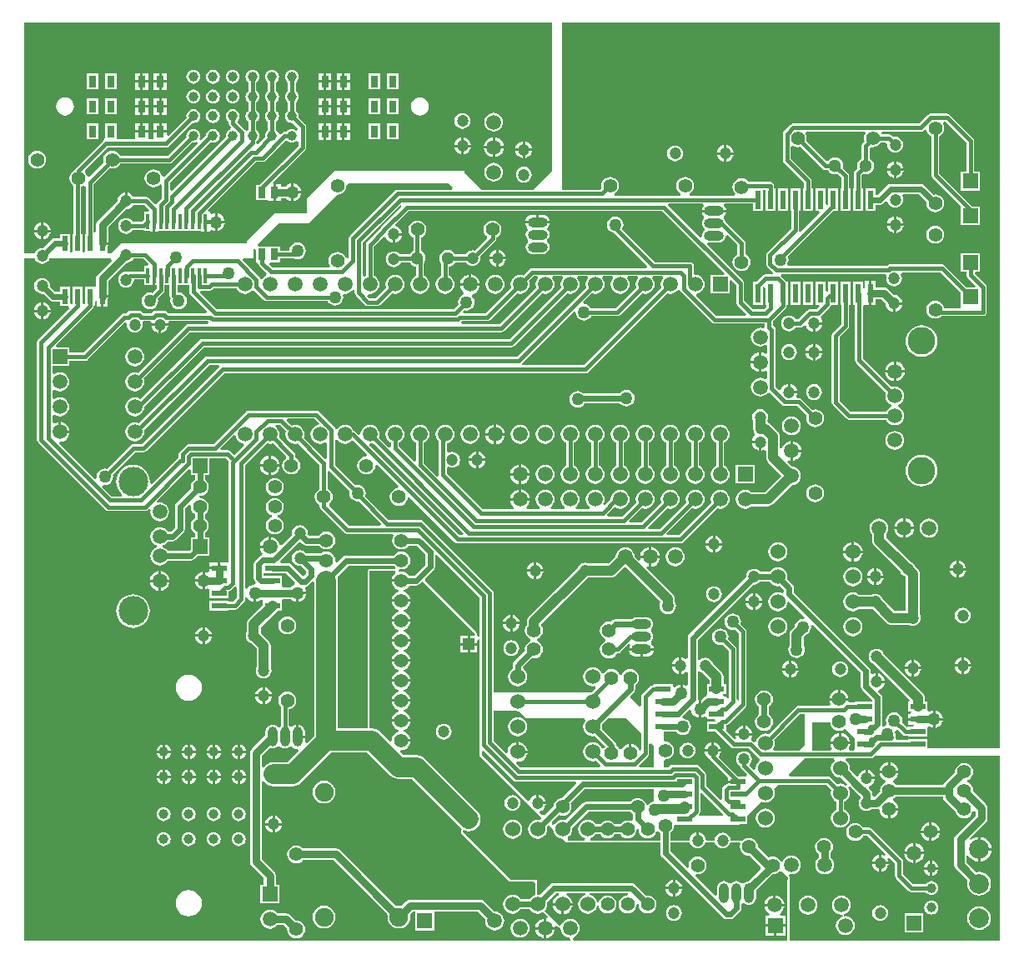
<source format=gbr>
G04 Layer_Physical_Order=1*
G04 Layer_Color=255*
%FSLAX44Y44*%
%MOMM*%
%TF.FileFunction,Copper,L1,Top,Signal*%
%TF.Part,Single*%
G01*
G75*
%TA.AperFunction,SMDPad*%
%ADD10R,1.5000X1.5000*%
%TA.AperFunction,SMDPad*%
%ADD11R,0.3800X1.5000*%
%TA.AperFunction,SMDPad*%
%ADD12R,0.6000X1.9500*%
%TA.AperFunction,SMDPad*%
%ADD13R,0.8000X1.2000*%
%TA.AperFunction,SMDPad*%
%ADD14R,1.5500X0.6000*%
%TA.AperFunction,SMDPad*%
%ADD15R,0.6000X1.5500*%
%ADD16C,0.4000*%
%ADD17C,1.0000*%
%ADD18C,0.6000*%
%ADD19C,0.8000*%
%ADD20C,2.0000*%
%TA.AperFunction,ViaPad*%
%ADD21C,1.2000*%
%TA.AperFunction,ViaPad*%
%ADD22C,1.5000*%
%TA.AperFunction,ViaPad*%
%ADD23C,1.4000*%
%TA.AperFunction,ViaPad*%
%ADD24O,2.0000X1.0000*%
%TA.AperFunction,ViaPad*%
%ADD25O,2.0000X1.0000*%
%TA.AperFunction,ViaPad*%
%ADD26R,1.5000X1.5000*%
%TA.AperFunction,ViaPad*%
%ADD27R,1.5000X1.5000*%
%TA.AperFunction,ViaPad*%
%ADD28C,2.0000*%
%TA.AperFunction,ViaPad*%
%ADD29C,1.5240*%
%TA.AperFunction,ViaPad*%
%ADD30C,1.0000*%
%TA.AperFunction,ViaPad*%
%ADD31O,1.0000X2.0000*%
%TA.AperFunction,ViaPad*%
%ADD32O,1.0000X2.0000*%
%TA.AperFunction,ViaPad*%
%ADD33C,1.3000*%
%TA.AperFunction,ViaPad*%
%ADD34C,1.9000*%
%TA.AperFunction,ViaPad*%
%ADD35R,1.2000X1.2000*%
%TA.AperFunction,ViaPad*%
%ADD36R,0.8000X1.2000*%
%TA.AperFunction,ViaPad*%
%ADD37C,3.0000*%
%TA.AperFunction,ViaPad*%
%ADD38C,1.2700*%
%TA.AperFunction,ViaPad*%
%ADD39C,2.8000*%
G36*
X627458Y211612D02*
Y194909D01*
X625591Y194448D01*
X624630Y196769D01*
X623100Y198762D01*
X621107Y200291D01*
X618787Y201252D01*
X617566Y201413D01*
Y191958D01*
X615026D01*
Y201413D01*
X613806Y201252D01*
X611485Y200291D01*
X609492Y198762D01*
X607963Y196769D01*
X607561Y195799D01*
X605397D01*
X605108Y196496D01*
X603665Y198377D01*
X602344Y199390D01*
Y199578D01*
X601956Y201528D01*
X600851Y203182D01*
X587609Y216424D01*
X587899Y218628D01*
X587609Y220831D01*
X593708Y226930D01*
X612140D01*
X627458Y211612D01*
D02*
G37*
G36*
X793750Y200260D02*
X788066Y194576D01*
X762316D01*
X761330Y196576D01*
X761859Y197266D01*
X762829Y199606D01*
X763159Y202118D01*
X762829Y204629D01*
X762508Y205402D01*
X788596Y231489D01*
X793750D01*
Y200260D01*
D02*
G37*
G36*
X537210Y847960D02*
Y783190D01*
X518416Y764396D01*
X465822D01*
X448310Y781908D01*
Y783190D01*
X316230D01*
X288290Y755250D01*
Y740010D01*
X255270D01*
X227330Y712070D01*
Y709530D01*
X99060D01*
X88900Y699370D01*
X87821D01*
X85896Y699553D01*
X85896Y701370D01*
Y707334D01*
X86008Y707502D01*
X86221Y708573D01*
X80356D01*
Y711113D01*
X86474D01*
Y726359D01*
X104530Y744415D01*
X106716Y744702D01*
X108793Y745563D01*
X110577Y746932D01*
X111946Y748716D01*
X112041Y748944D01*
X123117D01*
X128078Y743983D01*
X128266Y743411D01*
X127550Y741683D01*
X122696D01*
Y734050D01*
X120347Y731701D01*
X111441D01*
X110192Y733328D01*
X108521Y734611D01*
X106575Y735417D01*
X104486Y735692D01*
X102398Y735417D01*
X100452Y734611D01*
X98781Y733328D01*
X97498Y731657D01*
X96692Y729711D01*
X96417Y727623D01*
X96692Y725534D01*
X97498Y723588D01*
X98781Y721917D01*
X100452Y720635D01*
X102398Y719828D01*
X104486Y719554D01*
X106575Y719828D01*
X108521Y720635D01*
X110192Y721917D01*
X111441Y723544D01*
X122036D01*
X122036Y723544D01*
X122696Y723002D01*
Y722683D01*
X128656D01*
Y722143D01*
X131826D01*
Y732183D01*
X134366D01*
Y722143D01*
X137536D01*
Y722683D01*
X180656D01*
Y722143D01*
X183826D01*
Y732183D01*
X186366D01*
Y722143D01*
X189536D01*
Y722609D01*
X191443Y723667D01*
X193606Y722771D01*
X194656Y722633D01*
Y731433D01*
Y740232D01*
X193606Y740094D01*
X191443Y739198D01*
X189536Y740256D01*
Y742223D01*
X188427D01*
X187662Y744070D01*
X236066Y792474D01*
X242984D01*
X242984Y792474D01*
X244545Y792785D01*
X245868Y793669D01*
X266362Y814163D01*
X267774Y814070D01*
X269236Y812948D01*
X270939Y812243D01*
X272766Y812002D01*
X274594Y812243D01*
X276297Y812948D01*
X277478Y813855D01*
X278561Y813583D01*
X279478Y813025D01*
Y809322D01*
X239699Y769543D01*
X236536D01*
Y753543D01*
X248536D01*
X248696Y753003D01*
X253966D01*
Y761543D01*
Y771098D01*
X253622Y771930D01*
X286440Y804749D01*
X286440Y804749D01*
X287324Y806072D01*
X287635Y807633D01*
Y828273D01*
X287324Y829833D01*
X286440Y831156D01*
X286440Y831156D01*
X279676Y837920D01*
X279827Y839063D01*
X279586Y840890D01*
X278881Y842593D01*
X277759Y844055D01*
X276845Y844756D01*
Y853369D01*
X277759Y854070D01*
X278881Y855532D01*
X279586Y857235D01*
X279827Y859063D01*
X279586Y860890D01*
X278881Y862593D01*
X277759Y864055D01*
X276845Y864756D01*
Y873369D01*
X277759Y874070D01*
X278881Y875532D01*
X279586Y877235D01*
X279827Y879063D01*
X279586Y880890D01*
X278881Y882593D01*
X277759Y884055D01*
X276297Y885177D01*
X274594Y885882D01*
X272766Y886123D01*
X270939Y885882D01*
X269236Y885177D01*
X267774Y884055D01*
X266652Y882593D01*
X265947Y880890D01*
X265706Y879063D01*
X265947Y877235D01*
X266652Y875532D01*
X267774Y874070D01*
X268688Y873369D01*
Y864756D01*
X267774Y864055D01*
X266652Y862593D01*
X265947Y860890D01*
X265706Y859063D01*
X265947Y857235D01*
X266652Y855532D01*
X267774Y854070D01*
X268688Y853369D01*
Y844756D01*
X267774Y844055D01*
X266652Y842593D01*
X265947Y840890D01*
X265706Y839063D01*
X265947Y837235D01*
X266652Y835532D01*
X267774Y834070D01*
X269236Y832948D01*
X270939Y832243D01*
X272766Y832002D01*
X273909Y832153D01*
X279143Y826918D01*
X279014Y825306D01*
X277108Y824555D01*
X276297Y825177D01*
X274594Y825882D01*
X272766Y826123D01*
X270939Y825882D01*
X269236Y825177D01*
X267774Y824055D01*
X267073Y823141D01*
X265494D01*
X263934Y822831D01*
X262610Y821946D01*
X262610Y821946D01*
X261434Y820770D01*
X259334Y821498D01*
X258881Y822593D01*
X257759Y824055D01*
X256845Y824756D01*
Y833369D01*
X257759Y834070D01*
X258881Y835532D01*
X259586Y837235D01*
X259827Y839063D01*
X259586Y840890D01*
X258881Y842593D01*
X257759Y844055D01*
X256845Y844756D01*
Y853369D01*
X257759Y854070D01*
X258881Y855532D01*
X259586Y857235D01*
X259827Y859063D01*
X259586Y860890D01*
X258881Y862593D01*
X257759Y864055D01*
X256845Y864756D01*
Y873369D01*
X257759Y874070D01*
X258881Y875532D01*
X259586Y877235D01*
X259827Y879063D01*
X259586Y880890D01*
X258881Y882593D01*
X257759Y884055D01*
X256297Y885177D01*
X254594Y885882D01*
X252766Y886123D01*
X250939Y885882D01*
X249236Y885177D01*
X247774Y884055D01*
X246652Y882593D01*
X245947Y880890D01*
X245706Y879063D01*
X245947Y877235D01*
X246652Y875532D01*
X247774Y874070D01*
X248688Y873369D01*
Y864756D01*
X247774Y864055D01*
X246652Y862593D01*
X245947Y860890D01*
X245706Y859063D01*
X245947Y857235D01*
X246652Y855532D01*
X247774Y854070D01*
X248688Y853369D01*
Y844756D01*
X247774Y844055D01*
X246652Y842593D01*
X245947Y840890D01*
X245706Y839063D01*
X245947Y837235D01*
X246652Y835532D01*
X247774Y834070D01*
X248688Y833369D01*
Y824756D01*
X247774Y824055D01*
X246652Y822593D01*
X245947Y820890D01*
X245706Y819063D01*
X245856Y817920D01*
X238358Y810422D01*
X236684Y811361D01*
X236600Y811492D01*
X236845Y812723D01*
X236845Y812723D01*
Y813369D01*
X237759Y814070D01*
X238881Y815532D01*
X239586Y817235D01*
X239827Y819063D01*
X239586Y820890D01*
X238881Y822593D01*
X237759Y824055D01*
X236845Y824756D01*
Y833369D01*
X237759Y834070D01*
X238881Y835532D01*
X239586Y837235D01*
X239827Y839063D01*
X239586Y840890D01*
X238881Y842593D01*
X237759Y844055D01*
X236845Y844756D01*
Y853369D01*
X237759Y854070D01*
X238881Y855532D01*
X239586Y857235D01*
X239827Y859063D01*
X239586Y860890D01*
X238881Y862593D01*
X237759Y864055D01*
X236845Y864756D01*
Y873369D01*
X237759Y874070D01*
X238881Y875532D01*
X239586Y877235D01*
X239827Y879063D01*
X239586Y880890D01*
X238881Y882593D01*
X237759Y884055D01*
X236297Y885177D01*
X234594Y885882D01*
X232766Y886123D01*
X230939Y885882D01*
X229236Y885177D01*
X227774Y884055D01*
X226652Y882593D01*
X225947Y880890D01*
X225706Y879063D01*
X225947Y877235D01*
X226652Y875532D01*
X227774Y874070D01*
X228688Y873369D01*
Y864756D01*
X227774Y864055D01*
X226652Y862593D01*
X225947Y860890D01*
X225706Y859063D01*
X225947Y857235D01*
X226652Y855532D01*
X227774Y854070D01*
X228688Y853369D01*
Y844756D01*
X227774Y844055D01*
X226652Y842593D01*
X225947Y840890D01*
X225706Y839063D01*
X225947Y837235D01*
X226652Y835532D01*
X227774Y834070D01*
X228688Y833369D01*
Y825457D01*
X227423Y824329D01*
X225311Y824685D01*
X224650Y825674D01*
X224650Y825674D01*
X217666Y832658D01*
X217759Y834070D01*
X218881Y835532D01*
X219586Y837235D01*
X219827Y839063D01*
X219586Y840890D01*
X218881Y842593D01*
X217759Y844055D01*
X216297Y845177D01*
X214594Y845882D01*
X212766Y846123D01*
X210939Y845882D01*
X209236Y845177D01*
X207774Y844055D01*
X206652Y842593D01*
X205947Y840890D01*
X205706Y839063D01*
X205947Y837235D01*
X206652Y835532D01*
X207774Y834070D01*
X208688Y833369D01*
Y831791D01*
X208688Y831790D01*
X208998Y830230D01*
X209883Y828907D01*
X211059Y827730D01*
X210330Y825630D01*
X209236Y825177D01*
X207774Y824055D01*
X206652Y822593D01*
X205947Y820890D01*
X205706Y819063D01*
X205856Y817920D01*
X151052Y763116D01*
X149205Y763882D01*
Y771653D01*
X190130Y812578D01*
X190939Y812243D01*
X192766Y812002D01*
X194594Y812243D01*
X196297Y812948D01*
X197759Y814070D01*
X198881Y815532D01*
X199586Y817235D01*
X199827Y819063D01*
X199586Y820890D01*
X198881Y822593D01*
X197759Y824055D01*
X196297Y825177D01*
X194594Y825882D01*
X192766Y826123D01*
X190939Y825882D01*
X189236Y825177D01*
X187774Y824055D01*
X186652Y822593D01*
X185947Y820890D01*
X185801Y819785D01*
X180518Y814501D01*
X178881Y815532D01*
X179586Y817235D01*
X179827Y819063D01*
X179586Y820890D01*
X178881Y822593D01*
X177759Y824055D01*
X176297Y825177D01*
X174594Y825882D01*
X172766Y826123D01*
X170939Y825882D01*
X169236Y825177D01*
X167774Y824055D01*
X166652Y822593D01*
X165947Y820890D01*
X165706Y819063D01*
X165856Y817920D01*
X146947Y799011D01*
X98568D01*
X98378Y799471D01*
X96935Y801351D01*
X95055Y802794D01*
X92866Y803701D01*
X90516Y804010D01*
X88167Y803701D01*
X85977Y802794D01*
X84097Y801351D01*
X82655Y799471D01*
X81748Y797282D01*
X81439Y794933D01*
X81748Y792583D01*
X81939Y792123D01*
X67132Y777316D01*
X65021Y778033D01*
X64995Y778232D01*
X64088Y780421D01*
X62645Y782301D01*
X62531Y784040D01*
X85856Y807364D01*
X145146D01*
X145146Y807364D01*
X146707Y807675D01*
X148030Y808559D01*
X171624Y832153D01*
X172766Y832002D01*
X174594Y832243D01*
X176297Y832948D01*
X177759Y834070D01*
X178881Y835532D01*
X179586Y837235D01*
X179827Y839063D01*
X179586Y840890D01*
X178881Y842593D01*
X177759Y844055D01*
X176297Y845177D01*
X174594Y845882D01*
X172766Y846123D01*
X170939Y845882D01*
X169236Y845177D01*
X167774Y844055D01*
X166652Y842593D01*
X165947Y840890D01*
X165706Y839063D01*
X165856Y837920D01*
X147454Y819518D01*
X145606Y820283D01*
Y822293D01*
X132526D01*
Y815521D01*
X126806D01*
Y822293D01*
X113726D01*
Y815521D01*
X97049D01*
X95066Y815563D01*
X95066Y817521D01*
Y831563D01*
X83066D01*
Y817125D01*
X82614Y815248D01*
X81514Y814481D01*
X81283Y814326D01*
X53342Y786386D01*
X52458Y785063D01*
X52242Y783974D01*
X51687Y783744D01*
X49807Y782301D01*
X48365Y780421D01*
X47458Y778232D01*
X47149Y775883D01*
X47458Y773533D01*
X48365Y771344D01*
X49807Y769464D01*
X50878Y768642D01*
Y719593D01*
X49956D01*
X49956Y701289D01*
X48606Y700513D01*
X47256Y701289D01*
Y709350D01*
X47354Y709843D01*
X47256Y710335D01*
Y719593D01*
X37256D01*
Y714941D01*
X32096D01*
X30145Y714553D01*
X28491Y713447D01*
X20156Y705112D01*
X19396Y705212D01*
X17308Y704937D01*
X15362Y704131D01*
X13691Y702848D01*
X12408Y701177D01*
X11660Y699370D01*
X1270D01*
Y934320D01*
X537210D01*
Y847960D01*
D02*
G37*
G36*
X991870Y870D02*
X778009D01*
Y62418D01*
X778124Y62590D01*
X778279Y63370D01*
Y65370D01*
X778124Y66150D01*
X777682Y66812D01*
X777429Y67064D01*
X778363Y68959D01*
X779906Y68756D01*
X782386Y69082D01*
X784697Y70039D01*
X786682Y71562D01*
X788204Y73547D01*
X789162Y75858D01*
X789488Y78338D01*
X789162Y80818D01*
X788204Y83129D01*
X786682Y85113D01*
X784697Y86636D01*
X782386Y87593D01*
X779906Y87920D01*
X777426Y87593D01*
X775115Y86636D01*
X773131Y85113D01*
X771608Y83129D01*
X771162Y82052D01*
X768997D01*
X768938Y82197D01*
X767495Y84076D01*
X765615Y85519D01*
X763426Y86426D01*
X761076Y86735D01*
X758727Y86426D01*
X756713Y85592D01*
X745974Y96331D01*
X746024Y96708D01*
X745715Y99057D01*
X744808Y101247D01*
X743365Y103126D01*
X741485Y104569D01*
X739296Y105476D01*
X736946Y105785D01*
X734597Y105476D01*
X732408Y104569D01*
X730732Y103283D01*
X730377Y103093D01*
X730287Y103062D01*
X729986Y102982D01*
X728399Y102895D01*
X728213Y102972D01*
X728046Y103084D01*
X727849Y103123D01*
X727663Y103200D01*
X727463D01*
X727266Y103239D01*
X718321D01*
X718070Y105146D01*
X717264Y107092D01*
X715982Y108763D01*
X714311Y110046D01*
X712365Y110852D01*
X710276Y111127D01*
X708188Y110852D01*
X706242Y110046D01*
X704571Y108763D01*
X703288Y107092D01*
X702482Y105146D01*
X702231Y103239D01*
X693466D01*
X693196Y105287D01*
X692336Y107365D01*
X690967Y109148D01*
X689183Y110517D01*
X687106Y111378D01*
X686146Y111504D01*
Y103058D01*
X683606D01*
Y111504D01*
X682647Y111378D01*
X680570Y110517D01*
X678785Y109148D01*
X677417Y107365D01*
X676556Y105287D01*
X676286Y103239D01*
X656954D01*
Y110865D01*
X658275Y111879D01*
X659718Y113759D01*
X660625Y115948D01*
X660934Y118298D01*
X661532Y118980D01*
X726440D01*
X727108Y119648D01*
X735266D01*
Y127806D01*
X749856Y142396D01*
X750945Y141945D01*
X753456Y141615D01*
X755968Y141945D01*
X758308Y142915D01*
X760317Y144457D01*
X761859Y146466D01*
X762829Y148806D01*
X763159Y151318D01*
X762829Y153829D01*
X762378Y154918D01*
X767399Y159939D01*
X815267D01*
X820604Y154602D01*
X820284Y153829D01*
X819953Y151318D01*
X820284Y148806D01*
X821253Y146466D01*
X822795Y144457D01*
X824805Y142915D01*
X825578Y142594D01*
Y134641D01*
X824805Y134321D01*
X822795Y132779D01*
X821253Y130769D01*
X820284Y128429D01*
X819953Y125918D01*
X820284Y123406D01*
X821253Y121066D01*
X822795Y119057D01*
X824805Y117515D01*
X827145Y116545D01*
X829656Y116215D01*
X832168Y116545D01*
X834508Y117515D01*
X836517Y119057D01*
X838048Y117807D01*
X837035Y116487D01*
X836128Y114297D01*
X835819Y111948D01*
X836128Y109598D01*
X837035Y107409D01*
X838477Y105529D01*
X840358Y104086D01*
X842547Y103179D01*
X844896Y102870D01*
X847246Y103179D01*
X849435Y104086D01*
X851315Y105529D01*
X852758Y107409D01*
X852949Y107869D01*
X857177D01*
X875796Y89251D01*
X874603Y87657D01*
X872526Y88518D01*
X871566Y88644D01*
Y81468D01*
X878743D01*
X878616Y82427D01*
X877756Y84504D01*
X879349Y85697D01*
X885268Y79778D01*
Y67118D01*
X885268Y67118D01*
X885578Y65557D01*
X886462Y64234D01*
X898782Y51914D01*
X898783Y51914D01*
X900106Y51030D01*
X901666Y50719D01*
X901666Y50719D01*
X916292D01*
X916994Y49805D01*
X918456Y48683D01*
X920159Y47978D01*
X921986Y47737D01*
X923814Y47978D01*
X925517Y48683D01*
X926979Y49805D01*
X928101Y51267D01*
X928806Y52970D01*
X929047Y54798D01*
X928806Y56625D01*
X928101Y58328D01*
X926979Y59790D01*
X925517Y60912D01*
X923814Y61617D01*
X921986Y61858D01*
X920159Y61617D01*
X918456Y60912D01*
X916994Y59790D01*
X916292Y58876D01*
X903356D01*
X893425Y68807D01*
Y81468D01*
X893114Y83028D01*
X892230Y84352D01*
X892230Y84352D01*
X861750Y114831D01*
X860427Y115716D01*
X858866Y116026D01*
X858866Y116026D01*
X852949D01*
X852758Y116487D01*
X851315Y118366D01*
X849435Y119809D01*
X847246Y120716D01*
X844896Y121025D01*
X842547Y120716D01*
X840358Y119809D01*
X838477Y118367D01*
X836947Y119616D01*
X838059Y121066D01*
X839029Y123406D01*
X839359Y125918D01*
X839029Y128429D01*
X838059Y130769D01*
X836517Y132779D01*
X834508Y134321D01*
X833735Y134641D01*
Y142594D01*
X834508Y142915D01*
X836517Y144457D01*
X838059Y146466D01*
X839029Y148806D01*
X839359Y151318D01*
X839029Y153829D01*
X838059Y156169D01*
X837383Y157050D01*
X838890Y158371D01*
X847030Y150232D01*
X848418Y149304D01*
X850209Y147514D01*
Y146327D01*
X849338Y145192D01*
X848532Y143246D01*
X848257Y141158D01*
X848532Y139069D01*
X849338Y137123D01*
X850621Y135452D01*
X852292Y134170D01*
X854238Y133364D01*
X856326Y133089D01*
X858415Y133364D01*
X860361Y134170D01*
X861495Y135040D01*
X866486D01*
X867607Y135263D01*
X867928Y135188D01*
X869650Y133889D01*
X869697Y133795D01*
X869892Y132317D01*
X870853Y129997D01*
X872382Y128004D01*
X874375Y126475D01*
X876696Y125513D01*
X877916Y125352D01*
Y134808D01*
X879186D01*
Y136078D01*
X888641D01*
X888481Y137298D01*
X887520Y139619D01*
X885990Y141612D01*
X883997Y143141D01*
X883028Y143542D01*
Y145707D01*
X883725Y145996D01*
X885605Y147439D01*
X885836Y147740D01*
X934029D01*
Y147508D01*
X934494Y145167D01*
X935821Y143182D01*
X946670Y132332D01*
X947525Y130269D01*
X948967Y128389D01*
X950847Y126946D01*
X953037Y126039D01*
X955386Y125730D01*
X957736Y126039D01*
X959925Y126946D01*
X961805Y128389D01*
X963248Y130269D01*
X964011Y132111D01*
X965163Y132686D01*
X966234Y132927D01*
X967049Y132303D01*
Y128452D01*
X947251Y108653D01*
X945924Y106669D01*
X945459Y104328D01*
Y78198D01*
X945924Y75856D01*
X947251Y73872D01*
X958924Y62198D01*
X958523Y59148D01*
X958935Y56015D01*
X960144Y53096D01*
X962068Y50589D01*
X964575Y48666D01*
X967494Y47456D01*
X970626Y47044D01*
X973759Y47456D01*
X976678Y48666D01*
X979185Y50589D01*
X981108Y53096D01*
X982317Y56015D01*
X982730Y59148D01*
X982317Y62280D01*
X981108Y65199D01*
X979185Y67706D01*
X976678Y69630D01*
X973759Y70839D01*
X970626Y71251D01*
X967576Y70850D01*
X957694Y80732D01*
Y87374D01*
X959604Y87808D01*
X959694Y87796D01*
X961683Y85204D01*
X964302Y83194D01*
X967353Y81930D01*
X969356Y81667D01*
Y94148D01*
Y106629D01*
X967353Y106365D01*
X964302Y105101D01*
X962272Y103544D01*
X960951Y105051D01*
X977492Y121592D01*
X978818Y123577D01*
X979284Y125918D01*
Y136078D01*
X978818Y138419D01*
X977492Y140403D01*
X964414Y153481D01*
X964464Y153858D01*
X964155Y156207D01*
X963248Y158397D01*
X961805Y160277D01*
X959925Y161719D01*
X958522Y162300D01*
Y164465D01*
X959925Y165046D01*
X961805Y166489D01*
X963248Y168369D01*
X964155Y170558D01*
X964464Y172908D01*
X964155Y175257D01*
X963248Y177446D01*
X961805Y179326D01*
X959925Y180769D01*
X957736Y181676D01*
X955386Y181985D01*
X953037Y181676D01*
X950847Y180769D01*
X948967Y179326D01*
X947525Y177446D01*
X946618Y175257D01*
X946309Y172908D01*
X946358Y172531D01*
X935821Y161993D01*
X934494Y160009D01*
X934488Y159975D01*
X885836D01*
X885605Y160277D01*
X883725Y161719D01*
X883028Y162008D01*
Y164173D01*
X883997Y164575D01*
X885990Y166104D01*
X887520Y168097D01*
X888481Y170417D01*
X888641Y171638D01*
X869731D01*
X869892Y170417D01*
X870853Y168097D01*
X872382Y166104D01*
X874375Y164575D01*
X875345Y164173D01*
Y162008D01*
X874648Y161719D01*
X872767Y160277D01*
X871325Y158397D01*
X870418Y156207D01*
X870109Y153858D01*
X870158Y153481D01*
X864444Y147767D01*
X862444Y148462D01*
Y150048D01*
X861978Y152389D01*
X860652Y154373D01*
X858636Y156390D01*
X859306Y158548D01*
X860633Y159098D01*
X862417Y160467D01*
X863786Y162251D01*
X864647Y164328D01*
X864773Y165288D01*
X856326D01*
Y166558D01*
X855056D01*
Y175004D01*
X854097Y174878D01*
X852020Y174017D01*
X850236Y172648D01*
X848867Y170865D01*
X848182Y169211D01*
X846158Y168407D01*
X839183Y175382D01*
X839359Y176718D01*
X839029Y179229D01*
X838059Y181569D01*
X836517Y183579D01*
X835422Y184419D01*
X836101Y186419D01*
X860453D01*
X860453Y186419D01*
X862014Y186730D01*
X863337Y187614D01*
X864553Y188830D01*
X991870D01*
Y870D01*
D02*
G37*
G36*
X63578Y767658D02*
Y719593D01*
X62656D01*
X62656Y701289D01*
X61306Y700513D01*
X59956Y701289D01*
Y719593D01*
X59035D01*
Y767304D01*
X60765Y768021D01*
X61578Y768645D01*
X63578Y767658D01*
D02*
G37*
G36*
X89864Y692442D02*
X76031Y678608D01*
X74704Y676624D01*
X74239Y674283D01*
Y666601D01*
X72656Y665593D01*
X62656D01*
Y648285D01*
X61956Y647785D01*
X59956Y648815D01*
Y665593D01*
X49956D01*
Y648285D01*
X49256Y647785D01*
X47256Y648815D01*
Y655350D01*
X47354Y655843D01*
X47256Y656335D01*
Y665593D01*
X37256D01*
Y660941D01*
X32328D01*
X27365Y665903D01*
X27465Y666663D01*
X27190Y668751D01*
X26384Y670697D01*
X25102Y672368D01*
X23431Y673651D01*
X21485Y674457D01*
X19396Y674732D01*
X17308Y674457D01*
X15362Y673651D01*
X13691Y672368D01*
X12408Y670697D01*
X11602Y668751D01*
X11327Y666663D01*
X11602Y664574D01*
X12408Y662628D01*
X13691Y660957D01*
X15362Y659675D01*
X17308Y658868D01*
X19396Y658594D01*
X20156Y658694D01*
X26611Y652238D01*
X28265Y651133D01*
X30216Y650745D01*
X37256D01*
Y646093D01*
X45731Y646093D01*
X45789D01*
X45789D01*
X46110Y646093D01*
X46337Y645545D01*
X46939Y644093D01*
X15243Y612396D01*
X14358Y611073D01*
X14048Y609513D01*
X14048Y609512D01*
Y510453D01*
X14048Y510453D01*
X14358Y508892D01*
X15243Y507569D01*
X83822Y438989D01*
X83822Y438989D01*
X85146Y438105D01*
X86706Y437794D01*
X86706Y437794D01*
X123536D01*
X123536Y437794D01*
X125097Y438105D01*
X126420Y438989D01*
X127583Y440152D01*
X128651Y439751D01*
X129387Y439128D01*
X129104Y436978D01*
X129431Y434498D01*
X130388Y432187D01*
X131911Y430202D01*
X133895Y428679D01*
X136206Y427722D01*
X138686Y427396D01*
X141166Y427722D01*
X143477Y428679D01*
X145462Y430202D01*
X146985Y432187D01*
X147942Y434498D01*
X148268Y436978D01*
X147942Y439458D01*
X146985Y441769D01*
X145462Y443753D01*
X143477Y445276D01*
X141166Y446233D01*
X138686Y446560D01*
X136536Y446277D01*
X135913Y447013D01*
X135512Y448081D01*
X168129Y480697D01*
X169976Y479932D01*
Y474558D01*
X174318D01*
Y469900D01*
X172997Y468886D01*
X171555Y467006D01*
X170648Y464817D01*
X170339Y462468D01*
X170556Y460817D01*
X155492Y445752D01*
X154386Y444099D01*
X153998Y442148D01*
Y421399D01*
X149675Y417076D01*
X146749D01*
X145462Y418753D01*
X143477Y420276D01*
X141166Y421233D01*
X138686Y421560D01*
X136206Y421233D01*
X133895Y420276D01*
X131911Y418753D01*
X130388Y416769D01*
X129431Y414458D01*
X129104Y411978D01*
X129431Y409498D01*
X130388Y407187D01*
X131911Y405202D01*
X133895Y403679D01*
X135391Y403060D01*
Y400895D01*
X133895Y400276D01*
X131911Y398753D01*
X130388Y396769D01*
X129431Y394458D01*
X129104Y391978D01*
X129431Y389498D01*
X130388Y387187D01*
X131911Y385202D01*
X133895Y383679D01*
X136206Y382722D01*
X138686Y382396D01*
X141166Y382722D01*
X143477Y383679D01*
X145462Y385202D01*
X146985Y387187D01*
X147081Y387420D01*
X170486D01*
X172437Y387808D01*
X174091Y388913D01*
X177186Y392008D01*
X188976D01*
Y411008D01*
X184574D01*
Y415711D01*
X185835Y416679D01*
X187278Y418559D01*
X188185Y420748D01*
X188494Y423098D01*
X188185Y425447D01*
X187278Y427636D01*
X185835Y429516D01*
X184574Y430484D01*
Y434761D01*
X185835Y435729D01*
X187278Y437609D01*
X188185Y439798D01*
X188494Y442148D01*
X188185Y444497D01*
X187278Y446687D01*
X185835Y448567D01*
X183955Y450009D01*
X181766Y450916D01*
X179911Y451160D01*
X179101Y452400D01*
X178893Y453174D01*
X179080Y453434D01*
X179416Y453390D01*
X181766Y453699D01*
X183955Y454606D01*
X185835Y456049D01*
X187278Y457929D01*
X188185Y460118D01*
X188494Y462468D01*
X188185Y464817D01*
X187278Y467006D01*
X185835Y468886D01*
X184514Y469900D01*
Y474558D01*
X188976D01*
Y491479D01*
X206070D01*
X208859Y488690D01*
X208668Y488405D01*
X208358Y486844D01*
X208358Y486844D01*
Y385458D01*
X201585D01*
X201417Y385569D01*
X200346Y385783D01*
Y379918D01*
X199076D01*
Y378648D01*
X188786D01*
Y376608D01*
X188692Y376465D01*
X186786Y375365D01*
X185547Y375879D01*
X184496Y376017D01*
Y367218D01*
Y358418D01*
X185547Y358557D01*
X187326Y359293D01*
X188565Y358774D01*
X189326Y358172D01*
Y349518D01*
X208826D01*
Y356208D01*
X210044Y356450D01*
X211367Y357334D01*
X215248Y361215D01*
X215557Y361199D01*
X217248Y360572D01*
Y349857D01*
X213287Y345896D01*
X208826D01*
Y346818D01*
X189326D01*
Y336818D01*
X208826D01*
Y337739D01*
X214976D01*
X214976Y337739D01*
X216537Y338050D01*
X217860Y338934D01*
X224210Y345284D01*
X224210Y345284D01*
X225094Y346607D01*
X225405Y348168D01*
Y349941D01*
X227405Y350339D01*
X227531Y350034D01*
X228956Y348177D01*
X230813Y346752D01*
X232976Y345857D01*
X234026Y345718D01*
Y354518D01*
X236566D01*
Y345718D01*
X237617Y345857D01*
X239780Y346752D01*
X240619Y347396D01*
X243043Y347111D01*
X243230Y346968D01*
X243326Y346818D01*
Y342052D01*
X229034Y327760D01*
X227912Y326298D01*
X227206Y324595D01*
X226966Y322768D01*
Y315197D01*
X226232Y313426D01*
X225957Y311338D01*
X226232Y309249D01*
X227038Y307303D01*
X228321Y305632D01*
X229992Y304350D01*
X231763Y303616D01*
X237126Y298253D01*
Y279637D01*
X236392Y277866D01*
X236117Y275778D01*
X236392Y273689D01*
X237198Y271743D01*
X238481Y270072D01*
X240152Y268790D01*
X242098Y267984D01*
X244186Y267709D01*
X246275Y267984D01*
X248221Y268790D01*
X249892Y270072D01*
X251174Y271743D01*
X251980Y273689D01*
X252255Y275778D01*
X251980Y277866D01*
X251247Y279637D01*
Y301178D01*
X251006Y303005D01*
X250301Y304708D01*
X249179Y306170D01*
X241748Y313601D01*
X241087Y315197D01*
Y319843D01*
X258061Y336818D01*
X262826D01*
Y346818D01*
X263834Y348400D01*
X271965D01*
X272136Y348177D01*
X273993Y346752D01*
X276156Y345857D01*
X277206Y345718D01*
Y354518D01*
X278476D01*
Y355788D01*
X287276D01*
X287138Y356838D01*
X286242Y359001D01*
X287179Y361065D01*
X288047Y361238D01*
X289701Y362343D01*
X293583Y366225D01*
X295583Y365396D01*
Y346898D01*
Y326578D01*
Y306258D01*
Y285938D01*
Y265618D01*
Y245298D01*
Y224978D01*
Y209671D01*
X287904Y201993D01*
X286010Y202927D01*
X286081Y203468D01*
Y207198D01*
X278476D01*
Y208468D01*
X277206D01*
Y220905D01*
X276508Y220814D01*
X274674Y220054D01*
X273099Y218845D01*
X271179Y218945D01*
X269855Y220066D01*
Y236423D01*
X270666Y236529D01*
X272855Y237436D01*
X274735Y238879D01*
X276178Y240759D01*
X277085Y242948D01*
X277394Y245298D01*
X277085Y247647D01*
X276178Y249836D01*
X274735Y251716D01*
X272855Y253159D01*
X270666Y254066D01*
X268316Y254375D01*
X265967Y254066D01*
X263778Y253159D01*
X261897Y251716D01*
X260455Y249836D01*
X259548Y247647D01*
X259239Y245298D01*
X259548Y242948D01*
X260455Y240759D01*
X261698Y239139D01*
Y219161D01*
X260784Y218460D01*
X260687Y218334D01*
X258166D01*
X258069Y218460D01*
X256607Y219582D01*
X254904Y220287D01*
X253076Y220528D01*
X251249Y220287D01*
X249546Y219582D01*
X248084Y218460D01*
X246962Y216998D01*
X246257Y215295D01*
X246016Y213468D01*
Y210059D01*
X232241Y196283D01*
X230914Y194299D01*
X230449Y191958D01*
Y81468D01*
X230914Y79127D01*
X232241Y77142D01*
X244419Y64964D01*
Y57948D01*
X241036D01*
Y38948D01*
X260036D01*
Y57948D01*
X256654D01*
Y67498D01*
X256188Y69839D01*
X254862Y71823D01*
X242684Y84002D01*
Y162569D01*
X244684Y163248D01*
X245788Y161809D01*
X248295Y159886D01*
X251214Y158677D01*
X254346Y158264D01*
X273396D01*
X276529Y158677D01*
X279448Y159886D01*
X281955Y161809D01*
X312700Y192554D01*
X349433D01*
X372938Y169049D01*
X375444Y167126D01*
X378364Y165917D01*
X381496Y165504D01*
X394493D01*
X443908Y116089D01*
X445727Y114693D01*
X444693Y113145D01*
X444616Y112959D01*
X444504Y112792D01*
X444465Y112595D01*
X444388Y112410D01*
Y112209D01*
X444349Y112012D01*
X444388Y111815D01*
Y111614D01*
X444465Y111428D01*
X444504Y111231D01*
X444616Y111064D01*
X444693Y110879D01*
X444835Y110737D01*
X444946Y110570D01*
X493858Y61658D01*
X494520Y61216D01*
X495300Y61061D01*
X518517D01*
X519931Y59647D01*
Y48294D01*
X519805Y47660D01*
X517465Y46691D01*
X515455Y45149D01*
X514102Y43386D01*
X505130D01*
X503777Y45149D01*
X501768Y46691D01*
X499428Y47660D01*
X496916Y47991D01*
X494405Y47660D01*
X492065Y46691D01*
X490055Y45149D01*
X488513Y43139D01*
X487544Y40799D01*
X487213Y38288D01*
X487544Y35776D01*
X488513Y33436D01*
X490055Y31427D01*
X492065Y29885D01*
X494405Y28915D01*
X496916Y28585D01*
X499428Y28915D01*
X501768Y29885D01*
X503777Y31427D01*
X505130Y33190D01*
X514102D01*
X515455Y31427D01*
X517465Y29885D01*
X519805Y28915D01*
X522316Y28585D01*
X524828Y28915D01*
X527168Y29885D01*
X527605Y30220D01*
X527881Y30175D01*
X532347Y25709D01*
X531413Y23815D01*
X531206Y23842D01*
Y15153D01*
X539896D01*
X539869Y15359D01*
X541763Y16293D01*
X542791Y15265D01*
X543011Y15118D01*
X543209Y14944D01*
X543339Y14899D01*
X543453Y14823D01*
X543712Y14771D01*
X543961Y14686D01*
X544520Y14436D01*
X545390Y13732D01*
X545875Y12964D01*
X546081Y11403D01*
X547038Y9092D01*
X548561Y7107D01*
X550545Y5584D01*
X552856Y4627D01*
X554417Y4422D01*
X555157Y3954D01*
X555838Y2368D01*
X554620Y870D01*
X1270D01*
Y694290D01*
X11919D01*
X12408Y693108D01*
X13691Y691437D01*
X15362Y690155D01*
X17308Y689349D01*
X19396Y689074D01*
X21485Y689349D01*
X23431Y690155D01*
X25102Y691437D01*
X26384Y693108D01*
X26874Y694290D01*
X89099D01*
X89864Y692442D01*
D02*
G37*
G36*
X501996Y234325D02*
X503012Y234458D01*
X510540Y226930D01*
X570136D01*
X570906Y224930D01*
X569793Y223479D01*
X568824Y221139D01*
X568493Y218628D01*
X568824Y216116D01*
X569793Y213776D01*
X571335Y211767D01*
X573345Y210225D01*
X575685Y209255D01*
X578196Y208925D01*
X580400Y209215D01*
X590853Y198762D01*
X590827Y198377D01*
X589385Y196497D01*
X587238Y196539D01*
X586599Y198079D01*
X585057Y200089D01*
X583048Y201631D01*
X580708Y202600D01*
X578196Y202931D01*
X575685Y202600D01*
X573345Y201631D01*
X571335Y200089D01*
X569793Y198079D01*
X568824Y195739D01*
X568493Y193228D01*
X568824Y190716D01*
X569793Y188376D01*
X571335Y186367D01*
X573345Y184825D01*
X575685Y183855D01*
X578196Y183525D01*
X580708Y183855D01*
X581481Y184175D01*
X586370Y179286D01*
X585542Y177286D01*
X562652D01*
X562652Y177286D01*
X561143Y176986D01*
X504956D01*
X500825Y181117D01*
X501759Y183011D01*
X501996Y182980D01*
X504649Y183329D01*
X507120Y184353D01*
X509243Y185981D01*
X510871Y188104D01*
X511895Y190575D01*
X512077Y191958D01*
X501996D01*
Y193228D01*
X500726D01*
Y203308D01*
X499344Y203126D01*
X496872Y202102D01*
X494750Y200474D01*
X493121Y198351D01*
X492098Y195880D01*
X491749Y193228D01*
X491780Y192990D01*
X489886Y192056D01*
X477785Y204157D01*
Y234550D01*
X500285D01*
X501996Y234325D01*
D02*
G37*
G36*
X819618Y221358D02*
X820525Y219169D01*
X821967Y217289D01*
X823848Y215846D01*
X826037Y214939D01*
X828386Y214630D01*
X830736Y214939D01*
X832925Y215846D01*
X834277Y216883D01*
X843712Y207447D01*
X844646Y205848D01*
X844646D01*
X844646Y205848D01*
Y195848D01*
X843173Y194576D01*
X839197D01*
X838211Y196576D01*
X838531Y196994D01*
X839555Y199465D01*
X839737Y200848D01*
X819576D01*
X819758Y199465D01*
X820781Y196994D01*
X821102Y196576D01*
X820116Y194576D01*
X801370D01*
Y223120D01*
X819386D01*
X819618Y221358D01*
D02*
G37*
G36*
X260784Y198475D02*
X262246Y197353D01*
X263949Y196648D01*
X265776Y196407D01*
X267604Y196648D01*
X269307Y197353D01*
X270769Y198475D01*
X273046Y198158D01*
X273099Y198090D01*
X274674Y196882D01*
X276508Y196122D01*
X278476Y195863D01*
X279017Y195934D01*
X279951Y194039D01*
X268383Y182471D01*
X254346D01*
X251214Y182059D01*
X248295Y180850D01*
X245788Y178926D01*
X244684Y177488D01*
X242684Y178166D01*
Y189424D01*
X250301Y197041D01*
X251249Y196648D01*
X253076Y196407D01*
X254904Y196648D01*
X256607Y197353D01*
X258069Y198475D01*
X258166Y198602D01*
X260687D01*
X260784Y198475D01*
D02*
G37*
G36*
X436046Y766244D02*
X435281Y764396D01*
X380156D01*
X380156Y764396D01*
X378595Y764085D01*
X377272Y763201D01*
X377272Y763201D01*
X331753Y717682D01*
X330868Y716359D01*
X330558Y714798D01*
X330558Y714798D01*
Y695160D01*
X329869Y694666D01*
X329572Y694628D01*
X327472Y695409D01*
X326978Y696601D01*
X325535Y698482D01*
X323655Y699924D01*
X321466Y700831D01*
X319116Y701140D01*
X316767Y700831D01*
X314578Y699924D01*
X312697Y698482D01*
X311255Y696601D01*
X310348Y694412D01*
X310039Y692063D01*
X310348Y689713D01*
X311255Y687524D01*
X311549Y687141D01*
X310562Y685141D01*
X253066D01*
X249664Y688543D01*
X250492Y690543D01*
X261236D01*
Y694464D01*
X274796D01*
X274796Y694464D01*
X275195Y694544D01*
X276297Y694088D01*
X278476Y693801D01*
X280656Y694088D01*
X282687Y694929D01*
X284432Y696267D01*
X285770Y698012D01*
X286611Y700043D01*
X286898Y702223D01*
X286611Y704402D01*
X285770Y706434D01*
X284432Y708178D01*
X282687Y709516D01*
X280656Y710358D01*
X278476Y710645D01*
X276297Y710358D01*
X274265Y709516D01*
X272521Y708178D01*
X271183Y706434D01*
X270341Y704402D01*
X270107Y702621D01*
X261236D01*
Y706543D01*
X250536D01*
X249236Y706543D01*
X247236Y706543D01*
X238601D01*
X237773Y708543D01*
X259080Y729850D01*
X289560D01*
X318921Y759211D01*
X319116Y759185D01*
X321466Y759494D01*
X323655Y760401D01*
X325535Y761844D01*
X326978Y763724D01*
X327885Y765913D01*
X328194Y768263D01*
X328168Y768458D01*
X330200Y770490D01*
X431800D01*
X436046Y766244D01*
D02*
G37*
G36*
X378084Y374790D02*
X377082Y374022D01*
X375553Y372029D01*
X374592Y369708D01*
X374431Y368488D01*
X383886D01*
Y365948D01*
X374431D01*
X374592Y364727D01*
X375553Y362407D01*
X377082Y360414D01*
X379075Y358885D01*
X380990Y358091D01*
X381114Y357510D01*
Y356606D01*
X380990Y356024D01*
X379075Y355231D01*
X377082Y353702D01*
X375553Y351709D01*
X374592Y349388D01*
X374431Y348168D01*
X393341D01*
X393181Y349388D01*
X392220Y351709D01*
X390690Y353702D01*
X388697Y355231D01*
X386783Y356024D01*
X386658Y356606D01*
Y357510D01*
X386783Y358091D01*
X388697Y358885D01*
X390690Y360414D01*
X391999Y362120D01*
X399126D01*
X401077Y362508D01*
X402731Y363613D01*
X405439Y366321D01*
X458925Y312835D01*
X458159Y310988D01*
X453736D01*
Y303718D01*
X461006D01*
Y306385D01*
X463006Y307416D01*
X463550Y307029D01*
Y276460D01*
Y188830D01*
X477520Y174860D01*
X515564Y136816D01*
X516611Y135452D01*
X517975Y134405D01*
X526499Y125880D01*
X524520Y123900D01*
X522316Y124191D01*
X519805Y123860D01*
X517465Y122891D01*
X515455Y121349D01*
X513913Y119339D01*
X512944Y116999D01*
X512613Y114488D01*
X512944Y111976D01*
X513913Y109636D01*
X515455Y107627D01*
X517465Y106085D01*
X519805Y105115D01*
X522316Y104785D01*
X524828Y105115D01*
X527168Y106085D01*
X529177Y107627D01*
X530719Y109636D01*
X531689Y111976D01*
X532019Y114488D01*
X531729Y116691D01*
X533709Y118671D01*
X538032Y114348D01*
X538344Y111976D01*
X539313Y109636D01*
X540855Y107627D01*
X542865Y106085D01*
X545205Y105115D01*
X547577Y104803D01*
X551180Y101200D01*
X646758D01*
Y90266D01*
X647146Y88315D01*
X648251Y86661D01*
X710389Y24523D01*
X712043Y23418D01*
X713994Y23030D01*
X717896D01*
X719847Y23418D01*
X721501Y24523D01*
X727851Y30873D01*
X728956Y32527D01*
X729344Y34478D01*
Y38445D01*
X730115Y39213D01*
X731954Y39725D01*
X733416Y38603D01*
X735119Y37898D01*
X736946Y37657D01*
X738774Y37898D01*
X740477Y38603D01*
X741939Y39725D01*
X743061Y41187D01*
X743766Y42890D01*
X744007Y44718D01*
Y51936D01*
X760700Y68630D01*
X761076Y68580D01*
X763426Y68889D01*
X765615Y69796D01*
X767495Y71239D01*
X767821Y71663D01*
X769816Y71794D01*
X776240Y65370D01*
Y63370D01*
X775970Y63100D01*
Y870D01*
X560070D01*
X558161Y2779D01*
X558753Y5015D01*
X560127Y5584D01*
X562112Y7107D01*
X563634Y9092D01*
X564592Y11403D01*
X564918Y13883D01*
X564592Y16363D01*
X563634Y18674D01*
X562112Y20658D01*
X560127Y22181D01*
X557816Y23138D01*
X555336Y23465D01*
X552856Y23138D01*
X550545Y22181D01*
X548561Y20658D01*
X547038Y18674D01*
X546469Y17299D01*
X544233Y16707D01*
X535940Y25000D01*
X529323Y31617D01*
X530719Y33436D01*
X531689Y35776D01*
X532019Y38288D01*
X531729Y40491D01*
X540938Y49700D01*
X543492D01*
X543890Y47700D01*
X542593Y47162D01*
X540470Y45534D01*
X538842Y43411D01*
X537818Y40940D01*
X537636Y39558D01*
X557797D01*
X557615Y40940D01*
X556591Y43411D01*
X554963Y45534D01*
X552840Y47162D01*
X551543Y47700D01*
X551941Y49700D01*
X570775D01*
X570906Y47700D01*
X570605Y47660D01*
X568265Y46691D01*
X566255Y45149D01*
X564713Y43139D01*
X563744Y40799D01*
X563413Y38288D01*
X563744Y35776D01*
X564713Y33436D01*
X566255Y31427D01*
X568265Y29885D01*
X570605Y28915D01*
X573116Y28585D01*
X575628Y28915D01*
X577968Y29885D01*
X579977Y31427D01*
X581519Y33436D01*
X582489Y35776D01*
X582580Y36473D01*
X584598D01*
X584668Y35938D01*
X585575Y33749D01*
X587017Y31869D01*
X588898Y30426D01*
X591087Y29519D01*
X593436Y29210D01*
X595786Y29519D01*
X597975Y30426D01*
X599855Y31869D01*
X601298Y33749D01*
X602205Y35938D01*
X602514Y38288D01*
X602205Y40637D01*
X601298Y42826D01*
X599855Y44707D01*
X597975Y46149D01*
X595786Y47056D01*
X593436Y47365D01*
X591087Y47056D01*
X588898Y46149D01*
X587017Y44707D01*
X585575Y42826D01*
X584668Y40637D01*
X584598Y40103D01*
X582580D01*
X582489Y40799D01*
X581519Y43139D01*
X579977Y45149D01*
X577968Y46691D01*
X575628Y47660D01*
X575326Y47700D01*
X575457Y49700D01*
X614155D01*
X614405Y49297D01*
X614131Y48482D01*
X613289Y47304D01*
X611407Y47056D01*
X609217Y46149D01*
X607337Y44707D01*
X605895Y42826D01*
X604988Y40637D01*
X604679Y38288D01*
X604988Y35938D01*
X605895Y33749D01*
X607337Y31869D01*
X609217Y30426D01*
X611407Y29519D01*
X613756Y29210D01*
X616106Y29519D01*
X618295Y30426D01*
X620175Y31869D01*
X621618Y33749D01*
X622525Y35938D01*
X622769Y37793D01*
X624008Y38603D01*
X624782Y38811D01*
X625043Y38624D01*
X624999Y38288D01*
X625308Y35938D01*
X626215Y33749D01*
X627657Y31869D01*
X629538Y30426D01*
X631727Y29519D01*
X634076Y29210D01*
X636426Y29519D01*
X638615Y30426D01*
X640495Y31869D01*
X641938Y33749D01*
X642845Y35938D01*
X643154Y38288D01*
X642845Y40637D01*
X641938Y42826D01*
X640495Y44707D01*
X638615Y46149D01*
X636426Y47056D01*
X634076Y47365D01*
X632426Y47148D01*
X621171Y58402D01*
X619517Y59507D01*
X617566Y59896D01*
X538826D01*
X536875Y59507D01*
X535221Y58402D01*
X524520Y47701D01*
X522316Y47991D01*
X521970Y48294D01*
Y63100D01*
X495300D01*
X446388Y112012D01*
X447521Y113707D01*
X449334Y112956D01*
X452466Y112544D01*
X455599Y112956D01*
X458518Y114166D01*
X461025Y116089D01*
X462948Y118596D01*
X464157Y121515D01*
X464570Y124648D01*
X464157Y127780D01*
X462948Y130699D01*
X461025Y133206D01*
X408065Y186166D01*
X405558Y188090D01*
X402639Y189299D01*
X399506Y189711D01*
X386510D01*
X383099Y193122D01*
X383753Y194710D01*
X383999Y195050D01*
X386377Y195363D01*
X388697Y196325D01*
X390690Y197854D01*
X392220Y199846D01*
X393181Y202167D01*
X393341Y203388D01*
X383886D01*
Y205928D01*
X393341D01*
X393181Y207148D01*
X392220Y209469D01*
X390690Y211462D01*
X388697Y212991D01*
X386783Y213784D01*
X386658Y214366D01*
Y215270D01*
X386783Y215851D01*
X388697Y216644D01*
X390690Y218174D01*
X392220Y220166D01*
X393181Y222487D01*
X393341Y223708D01*
X374431D01*
X374592Y222487D01*
X375553Y220166D01*
X377082Y218174D01*
X379075Y216644D01*
X380990Y215851D01*
X381114Y215270D01*
Y214366D01*
X380990Y213784D01*
X379075Y212991D01*
X377082Y211462D01*
X375553Y209469D01*
X374592Y207148D01*
X374279Y204771D01*
X373939Y204524D01*
X372350Y203871D01*
X363005Y213216D01*
X360498Y215140D01*
X357579Y216349D01*
X354446Y216761D01*
X351790D01*
Y376790D01*
X377405D01*
X378084Y374790D01*
D02*
G37*
G36*
X710972Y129718D02*
X710206Y127870D01*
X686826D01*
X686361Y128994D01*
X686192Y129870D01*
X687034Y131130D01*
X687345Y132691D01*
X687345Y132691D01*
Y150732D01*
X689192Y151497D01*
X710972Y129718D01*
D02*
G37*
G36*
X625043Y114824D02*
X624999Y114488D01*
X625308Y112138D01*
X626215Y109949D01*
X627657Y108069D01*
X629538Y106626D01*
X631727Y105719D01*
X634076Y105410D01*
X636426Y105719D01*
X638615Y106626D01*
X640495Y108069D01*
X641938Y109949D01*
X642800Y112031D01*
X643227Y112215D01*
X644917Y112557D01*
X645437Y111879D01*
X646758Y110865D01*
Y103239D01*
X576074D01*
X575628Y105115D01*
X577968Y106085D01*
X579977Y107627D01*
X581330Y109390D01*
X586004D01*
X587017Y108069D01*
X588898Y106626D01*
X591087Y105719D01*
X593436Y105410D01*
X595786Y105719D01*
X597975Y106626D01*
X599855Y108069D01*
X600869Y109390D01*
X606324D01*
X607337Y108069D01*
X609217Y106626D01*
X611407Y105719D01*
X613756Y105410D01*
X616106Y105719D01*
X618295Y106626D01*
X620175Y108069D01*
X621618Y109949D01*
X622525Y112138D01*
X622769Y113993D01*
X624008Y114803D01*
X624782Y115011D01*
X625043Y114824D01*
D02*
G37*
G36*
X617497Y130929D02*
X618818Y129915D01*
Y124648D01*
X618894Y124266D01*
X617141Y122827D01*
X616106Y123256D01*
X613756Y123565D01*
X611407Y123256D01*
X609217Y122349D01*
X607337Y120906D01*
X606324Y119586D01*
X600869D01*
X599855Y120906D01*
X597975Y122349D01*
X595786Y123256D01*
X593436Y123565D01*
X591087Y123256D01*
X588898Y122349D01*
X587017Y120906D01*
X586004Y119586D01*
X581330D01*
X579977Y121349D01*
X577968Y122891D01*
X575628Y123860D01*
X573116Y124191D01*
X570605Y123860D01*
X568265Y122891D01*
X566255Y121349D01*
X564713Y119339D01*
X563744Y116999D01*
X563413Y114488D01*
X563744Y111976D01*
X564713Y109636D01*
X566255Y107627D01*
X568265Y106085D01*
X570605Y105115D01*
X570159Y103239D01*
X553678D01*
X552979Y104090D01*
X552897Y104490D01*
X553310Y106654D01*
X554577Y107627D01*
X556119Y109636D01*
X557089Y111976D01*
X557419Y114488D01*
X557277Y115569D01*
X573958Y132250D01*
X616484D01*
X617497Y130929D01*
D02*
G37*
G36*
X497897Y164024D02*
X497897Y164024D01*
X499220Y163140D01*
X500781Y162829D01*
X560835D01*
X561601Y160982D01*
X546942Y146323D01*
X545367Y146116D01*
X543177Y145209D01*
X541297Y143766D01*
X539855Y141887D01*
X538948Y139697D01*
X538741Y138122D01*
X529356Y128737D01*
X526527D01*
X524274Y130990D01*
X525047Y133045D01*
X526623Y133698D01*
X528407Y135067D01*
X529776Y136851D01*
X530636Y138928D01*
X530763Y139888D01*
X522316D01*
Y141158D01*
X521046D01*
Y149604D01*
X520087Y149478D01*
X518009Y148617D01*
X516226Y147248D01*
X514857Y145464D01*
X514204Y143888D01*
X512148Y143116D01*
X478962Y176302D01*
X478962Y176302D01*
X465589Y189675D01*
Y193719D01*
X467437Y194484D01*
X497897Y164024D01*
D02*
G37*
G36*
X823891Y184419D02*
X822795Y183579D01*
X821253Y181569D01*
X820284Y179229D01*
X819953Y176718D01*
X820284Y174206D01*
X821253Y171866D01*
X822795Y169857D01*
X824805Y168315D01*
X827145Y167345D01*
X829656Y167015D01*
X830179Y167083D01*
X836710Y160552D01*
X835389Y159045D01*
X834508Y159721D01*
X832168Y160690D01*
X829656Y161021D01*
X827145Y160690D01*
X826372Y160370D01*
X819840Y166901D01*
X818517Y167785D01*
X816956Y168096D01*
X816956Y168096D01*
X778169D01*
X777404Y169944D01*
X793879Y186419D01*
X823212D01*
X823891Y184419D01*
D02*
G37*
G36*
X640080Y198990D02*
Y177286D01*
X625777D01*
X624949Y179286D01*
X634420Y188757D01*
X634420Y188757D01*
X635304Y190081D01*
X635615Y191641D01*
Y200842D01*
X637462Y201607D01*
X640080Y198990D01*
D02*
G37*
G36*
X177327Y811311D02*
X143332Y777316D01*
X141221Y778033D01*
X141195Y778232D01*
X140288Y780421D01*
X138845Y782301D01*
X136965Y783744D01*
X134776Y784651D01*
X132426Y784960D01*
X130077Y784651D01*
X127887Y783744D01*
X126007Y782301D01*
X124565Y780421D01*
X123658Y778232D01*
X123349Y775883D01*
X123658Y773533D01*
X124565Y771344D01*
X126007Y769464D01*
X127887Y768021D01*
X130077Y767114D01*
X132426Y766805D01*
X134776Y767114D01*
X136965Y768021D01*
X138845Y769464D01*
X139048Y769728D01*
X141048Y769049D01*
Y755982D01*
X136713Y751646D01*
X135938Y750487D01*
X135555Y750218D01*
X134984Y749999D01*
X133704Y749893D01*
X127690Y755906D01*
X126367Y756790D01*
X124806Y757101D01*
X124806Y757101D01*
X112041D01*
X111946Y757329D01*
X110577Y759113D01*
X108793Y760482D01*
X106716Y761343D01*
X105756Y761469D01*
Y753023D01*
X103216D01*
Y761469D01*
X102257Y761343D01*
X100180Y760482D01*
X98396Y759113D01*
X97027Y757329D01*
X96166Y755252D01*
X95878Y753066D01*
X76031Y733218D01*
X74704Y731234D01*
X74239Y728893D01*
Y722284D01*
X72239Y721100D01*
X71740Y721374D01*
X71735Y721384D01*
Y770383D01*
X87706Y786355D01*
X88167Y786164D01*
X90516Y785855D01*
X92866Y786164D01*
X95055Y787071D01*
X96935Y788514D01*
X98378Y790394D01*
X98568Y790854D01*
X148636D01*
X148636Y790854D01*
X150197Y791165D01*
X151520Y792049D01*
X171624Y812153D01*
X172766Y812002D01*
X174594Y812243D01*
X176297Y812948D01*
X177327Y811311D01*
D02*
G37*
G36*
X640080Y142475D02*
X639170Y142355D01*
X637139Y141514D01*
X635395Y140175D01*
X634750Y139334D01*
X633201Y139607D01*
X632622Y139847D01*
X631778Y141887D01*
X630335Y143766D01*
X628455Y145209D01*
X626266Y146116D01*
X623916Y146425D01*
X621567Y146116D01*
X619378Y145209D01*
X617497Y143766D01*
X616484Y142446D01*
X571846D01*
X569895Y142058D01*
X568242Y140952D01*
X550879Y123590D01*
X550228Y123860D01*
X547716Y124191D01*
X545205Y123860D01*
X542865Y122891D01*
X540855Y121349D01*
X539569Y119672D01*
X537719Y119302D01*
X537301Y119292D01*
X537066Y119492D01*
X536981Y121943D01*
X544130Y129092D01*
X545367Y128579D01*
X547716Y128270D01*
X550066Y128579D01*
X552255Y129486D01*
X554135Y130929D01*
X555578Y132809D01*
X556485Y134998D01*
X556794Y137348D01*
X556485Y139697D01*
X555972Y140934D01*
X570148Y155110D01*
X640080D01*
Y142475D01*
D02*
G37*
G36*
X127499Y688683D02*
X126670Y686683D01*
X122696D01*
Y681261D01*
X108656D01*
X107096Y680950D01*
X106763Y680729D01*
X106575Y680807D01*
X104486Y681082D01*
X102398Y680807D01*
X100452Y680001D01*
X98781Y678718D01*
X97498Y677047D01*
X96692Y675101D01*
X96417Y673013D01*
X96692Y670924D01*
X97498Y668978D01*
X98781Y667307D01*
X100452Y666025D01*
X102398Y665219D01*
X104486Y664944D01*
X106575Y665219D01*
X108521Y666025D01*
X110192Y667307D01*
X111474Y668978D01*
X112280Y670924D01*
X112555Y673013D01*
X112636Y673104D01*
X122696D01*
Y667683D01*
X128656D01*
Y667143D01*
X131826D01*
Y677183D01*
X134366D01*
Y667143D01*
X135518D01*
Y664092D01*
X130929Y659503D01*
X130796Y659558D01*
X128616Y659845D01*
X126437Y659558D01*
X124405Y658716D01*
X122661Y657378D01*
X121323Y655634D01*
X120481Y653602D01*
X120194Y651423D01*
X120481Y649243D01*
X121323Y647212D01*
X122661Y645467D01*
X124405Y644129D01*
X126437Y643288D01*
X128616Y643000D01*
X130796Y643288D01*
X132827Y644129D01*
X134572Y645467D01*
X135910Y647212D01*
X136751Y649243D01*
X137038Y651423D01*
X136751Y653602D01*
X136696Y653735D01*
X142480Y659519D01*
X142480Y659519D01*
X143364Y660842D01*
X143675Y662403D01*
Y667683D01*
X148518D01*
Y656653D01*
X148518Y656653D01*
X148828Y655092D01*
X149712Y653769D01*
X149746Y653735D01*
X149691Y653602D01*
X149404Y651423D01*
X149691Y649243D01*
X150533Y647212D01*
X151871Y645467D01*
X153615Y644129D01*
X155646Y643288D01*
X157826Y643000D01*
X160006Y643288D01*
X162037Y644129D01*
X163782Y645467D01*
X165120Y647212D01*
X165961Y649243D01*
X166248Y651423D01*
X165961Y653602D01*
X165120Y655634D01*
X163782Y657378D01*
X162037Y658716D01*
X160006Y659558D01*
X157826Y659845D01*
X156675Y660855D01*
Y667683D01*
X168518D01*
Y660783D01*
X168518Y660783D01*
X168828Y659222D01*
X169713Y657899D01*
X186772Y640839D01*
X186007Y638991D01*
X146988D01*
X145802Y640176D01*
X144479Y641060D01*
X142918Y641371D01*
X142918Y641371D01*
X134634D01*
X133073Y641060D01*
X131750Y640176D01*
X131750Y640176D01*
X130565Y638991D01*
X121588D01*
X120402Y640176D01*
X119079Y641060D01*
X117518Y641371D01*
X117518Y641371D01*
X109234D01*
X107673Y641060D01*
X106350Y640176D01*
X106350Y640176D01*
X105165Y638991D01*
X102941D01*
X102941Y638991D01*
X101381Y638680D01*
X100057Y637796D01*
X100057Y637796D01*
X60887Y598626D01*
X46676D01*
Y604048D01*
X33742D01*
X32977Y605895D01*
X70540Y643459D01*
X71424Y644782D01*
X71685Y646093D01*
X72656D01*
Y651049D01*
X74656Y651903D01*
X74816Y651749D01*
Y645553D01*
X79086D01*
Y655843D01*
X80356D01*
Y657113D01*
X86474D01*
Y671749D01*
X104530Y689805D01*
X106716Y690092D01*
X108793Y690953D01*
X110577Y692322D01*
X111946Y694106D01*
X112022Y694290D01*
X121891D01*
X127499Y688683D01*
D02*
G37*
G36*
X463628Y350028D02*
Y311356D01*
X463574Y311137D01*
X463466Y310890D01*
X462496Y310378D01*
X460735Y311710D01*
X460809Y312055D01*
X460964Y312835D01*
X460809Y313616D01*
X460367Y314277D01*
X407881Y366763D01*
Y368763D01*
X416701Y377583D01*
X417806Y379237D01*
X418194Y381188D01*
Y392848D01*
X420042Y393614D01*
X463628Y350028D01*
D02*
G37*
G36*
X266976Y519000D02*
X266681Y518288D01*
X266354Y515808D01*
X266681Y513328D01*
X267638Y511017D01*
X269161Y509032D01*
X271145Y507509D01*
X273456Y506552D01*
X275936Y506226D01*
X278416Y506552D01*
X279129Y506847D01*
X301068Y484908D01*
Y460360D01*
X300607Y460169D01*
X298727Y458727D01*
X297285Y456847D01*
X296378Y454657D01*
X296069Y452308D01*
X296378Y449958D01*
X297285Y447769D01*
X298727Y445889D01*
X300607Y444446D01*
X301068Y444255D01*
Y442558D01*
X301068Y442558D01*
X301378Y440997D01*
X302262Y439674D01*
X325962Y415974D01*
X325962Y415974D01*
X327286Y415090D01*
X328846Y414779D01*
X328846Y414779D01*
X375332D01*
X376319Y412779D01*
X376025Y412397D01*
X375118Y410207D01*
X374809Y407858D01*
X375118Y405508D01*
X376025Y403319D01*
X377467Y401439D01*
X379347Y399996D01*
X381537Y399089D01*
X383886Y398780D01*
X386236Y399089D01*
X388425Y399996D01*
X390305Y401439D01*
X391319Y402760D01*
X399555D01*
X407998Y394316D01*
Y383299D01*
X397015Y372316D01*
X391319D01*
X390305Y373637D01*
X388425Y375079D01*
X386236Y375986D01*
X383886Y376295D01*
X382211Y376075D01*
X380633Y377347D01*
X380681Y377422D01*
X382463Y378647D01*
X383886Y378460D01*
X386236Y378769D01*
X388425Y379676D01*
X390305Y381119D01*
X391748Y382999D01*
X392655Y385188D01*
X392964Y387538D01*
X392655Y389887D01*
X391748Y392076D01*
X390305Y393956D01*
X388425Y395399D01*
X386236Y396306D01*
X383886Y396615D01*
X381537Y396306D01*
X379347Y395399D01*
X377467Y393956D01*
X376454Y392636D01*
X328006D01*
X326055Y392248D01*
X324402Y391142D01*
X318476Y385216D01*
X316581Y386151D01*
X316764Y387538D01*
X316455Y389887D01*
X315548Y392076D01*
X314105Y393956D01*
X312225Y395399D01*
X310036Y396306D01*
X307686Y396615D01*
X305337Y396306D01*
X303148Y395399D01*
X302856Y395176D01*
X287188D01*
X286722Y395783D01*
X285051Y397066D01*
X283105Y397872D01*
X281016Y398147D01*
X278928Y397872D01*
X276982Y397066D01*
X275311Y395783D01*
X274028Y394112D01*
X273222Y392166D01*
X272947Y390078D01*
X273222Y387989D01*
X274028Y386043D01*
X275311Y384372D01*
X276982Y383090D01*
X278928Y382284D01*
X281016Y382009D01*
X281776Y382109D01*
X287348Y376536D01*
Y374409D01*
X285191Y372252D01*
X283191D01*
X271921Y383522D01*
X270267Y384627D01*
X268316Y385016D01*
X261485D01*
X260719Y386863D01*
X280016Y406160D01*
X282016D01*
X283924Y404253D01*
X285578Y403148D01*
X287529Y402760D01*
X300254D01*
X301267Y401439D01*
X303148Y399996D01*
X305337Y399089D01*
X307686Y398780D01*
X310036Y399089D01*
X312225Y399996D01*
X314105Y401439D01*
X315548Y403319D01*
X316455Y405508D01*
X316764Y407858D01*
X316455Y410207D01*
X315548Y412397D01*
X314105Y414277D01*
X312225Y415719D01*
X310036Y416626D01*
X307686Y416935D01*
X305337Y416626D01*
X303148Y415719D01*
X301267Y414277D01*
X300254Y412956D01*
X290538D01*
X288981Y414682D01*
X289085Y415478D01*
X288810Y417566D01*
X288004Y419512D01*
X286722Y421183D01*
X285051Y422466D01*
X283105Y423272D01*
X281016Y423547D01*
X278928Y423272D01*
X276982Y422466D01*
X275311Y421183D01*
X274028Y419512D01*
X273222Y417566D01*
X272947Y415478D01*
X273176Y413739D01*
X262425Y402989D01*
X260314Y403705D01*
X260258Y404129D01*
X259246Y406571D01*
X257637Y408668D01*
X255540Y410277D01*
X253097Y411289D01*
X251746Y411467D01*
Y401508D01*
X250476D01*
Y400238D01*
X240517D01*
X240695Y398887D01*
X241706Y396444D01*
X242836Y394972D01*
X242344Y393112D01*
X242085Y392783D01*
X241304Y392627D01*
X239650Y391522D01*
X235501Y387373D01*
X234396Y385719D01*
X234008Y383769D01*
Y369758D01*
X234396Y367807D01*
X235501Y366153D01*
X236283Y365372D01*
X235348Y363478D01*
X235296Y363484D01*
X232976Y363179D01*
X230813Y362283D01*
X228956Y360858D01*
X227531Y359001D01*
X227405Y358696D01*
X225405Y359094D01*
Y484908D01*
X247344Y506847D01*
X248056Y506552D01*
X250536Y506226D01*
X253016Y506552D01*
X253729Y506847D01*
X266816Y493760D01*
X266908Y493541D01*
X266592Y491156D01*
X265707Y490476D01*
X264265Y488596D01*
X263358Y486407D01*
X263049Y484058D01*
X263358Y481708D01*
X264265Y479519D01*
X265707Y477639D01*
X267588Y476196D01*
X269777Y475289D01*
X272126Y474980D01*
X274476Y475289D01*
X276665Y476196D01*
X278545Y477639D01*
X279988Y479519D01*
X280895Y481708D01*
X281204Y484058D01*
X280895Y486407D01*
X279988Y488596D01*
X278545Y490476D01*
X276665Y491919D01*
X276205Y492110D01*
Y494217D01*
X276205Y494218D01*
X275894Y495778D01*
X275010Y497102D01*
X275010Y497102D01*
X259497Y512615D01*
X259792Y513328D01*
X260118Y515808D01*
X259792Y518288D01*
X258834Y520599D01*
X257312Y522583D01*
X255857Y523699D01*
X256520Y525699D01*
X260277D01*
X266976Y519000D01*
D02*
G37*
G36*
X215777Y514116D02*
X215881Y513328D01*
X216838Y511017D01*
X218361Y509032D01*
X220345Y507509D01*
X222656Y506552D01*
X223444Y506448D01*
X224161Y504337D01*
X214455Y494630D01*
X210644Y498442D01*
X209320Y499325D01*
X207760Y499636D01*
X207760Y499636D01*
X201082D01*
X200317Y501484D01*
X213666Y514832D01*
X215777Y514116D01*
D02*
G37*
G36*
X300361Y527279D02*
X299644Y525167D01*
X298856Y525063D01*
X296545Y524106D01*
X294561Y522583D01*
X293038Y520599D01*
X292081Y518288D01*
X291754Y515808D01*
X292081Y513328D01*
X293038Y511017D01*
X294561Y509032D01*
X296545Y507509D01*
X298856Y506552D01*
X301336Y506226D01*
X303816Y506552D01*
X306127Y507509D01*
X306758Y507993D01*
X308758Y507007D01*
Y491582D01*
X306758Y490754D01*
X284897Y512615D01*
X285192Y513328D01*
X285518Y515808D01*
X285192Y518288D01*
X284235Y520599D01*
X282712Y522583D01*
X280727Y524106D01*
X278416Y525063D01*
X275936Y525390D01*
X273456Y525063D01*
X272744Y524768D01*
X267660Y529851D01*
X268426Y531699D01*
X295940D01*
X300361Y527279D01*
D02*
G37*
G36*
X253076Y374820D02*
X266205D01*
X275998Y365027D01*
X275350Y362845D01*
X273993Y362283D01*
X272136Y360858D01*
X271965Y360635D01*
X263834D01*
X262826Y362218D01*
Y372218D01*
X253569D01*
X253076Y372316D01*
X244204D01*
Y374918D01*
X252584D01*
X253076Y374820D01*
D02*
G37*
G36*
X447122Y415054D02*
X446357Y413206D01*
X442726D01*
X351661Y504271D01*
X351914Y505312D01*
X352488Y506272D01*
X354616Y506552D01*
X355329Y506847D01*
X447122Y415054D01*
D02*
G37*
G36*
X170521Y443535D02*
X170339Y442148D01*
X170648Y439798D01*
X171555Y437609D01*
X172997Y435729D01*
X174378Y434669D01*
Y430576D01*
X172997Y429516D01*
X171555Y427636D01*
X170648Y425447D01*
X170339Y423098D01*
X170648Y420748D01*
X171555Y418559D01*
X172997Y416679D01*
X174378Y415619D01*
Y411008D01*
X169976D01*
Y399217D01*
X168375Y397616D01*
X146335D01*
X145462Y398753D01*
X143477Y400276D01*
X141982Y400895D01*
Y403060D01*
X143477Y403679D01*
X145462Y405202D01*
X146749Y406880D01*
X151786D01*
X153737Y407268D01*
X155391Y408373D01*
X162701Y415683D01*
X163806Y417337D01*
X164194Y419288D01*
Y440036D01*
X168627Y444469D01*
X170521Y443535D01*
D02*
G37*
G36*
X331356Y458430D02*
X331301Y458297D01*
X331014Y456118D01*
X331301Y453938D01*
X332143Y451907D01*
X333481Y450162D01*
X335225Y448824D01*
X337257Y447982D01*
X339436Y447696D01*
X340660Y447857D01*
X363732Y424784D01*
X362967Y422936D01*
X330536D01*
X310674Y442798D01*
X310912Y445388D01*
X311565Y445889D01*
X313008Y447769D01*
X313915Y449958D01*
X314224Y452308D01*
X313915Y454657D01*
X313008Y456847D01*
X311565Y458727D01*
X309685Y460169D01*
X309225Y460360D01*
Y477733D01*
X311225Y478562D01*
X331356Y458430D01*
D02*
G37*
G36*
X759295Y364167D02*
X761305Y362625D01*
X763645Y361655D01*
X766156Y361325D01*
X768360Y361615D01*
X772488Y357486D01*
Y355416D01*
X771959Y354921D01*
X770488Y354246D01*
X768668Y355000D01*
X766156Y355331D01*
X763645Y355000D01*
X761305Y354031D01*
X759295Y352489D01*
X757753Y350479D01*
X756784Y348139D01*
X756453Y345628D01*
X756784Y343116D01*
X757753Y340776D01*
X759295Y338767D01*
X761305Y337225D01*
X763645Y336255D01*
X766156Y335925D01*
X768668Y336255D01*
X771008Y337225D01*
X773017Y338767D01*
X774559Y340776D01*
X775529Y343116D01*
X775777Y345006D01*
X777695Y345917D01*
X793472Y330140D01*
X792538Y328245D01*
X791556Y328375D01*
X789377Y328088D01*
X787345Y327246D01*
X785601Y325908D01*
X784263Y324164D01*
X783421Y322132D01*
X783179Y320290D01*
X780214Y317325D01*
X779092Y315863D01*
X778387Y314160D01*
X778146Y312333D01*
Y301608D01*
X777913Y301304D01*
X777071Y299272D01*
X776784Y297093D01*
X777071Y294913D01*
X777913Y292882D01*
X779251Y291137D01*
X780995Y289799D01*
X783027Y288958D01*
X785206Y288671D01*
X787386Y288958D01*
X789417Y289799D01*
X791162Y291137D01*
X792500Y292882D01*
X793341Y294913D01*
X793628Y297093D01*
X793341Y299272D01*
X792500Y301304D01*
X792267Y301608D01*
Y309408D01*
X795341Y312482D01*
X795767Y312659D01*
X797512Y313997D01*
X798850Y315742D01*
X799691Y317773D01*
X799978Y319953D01*
X799849Y320934D01*
X801743Y321868D01*
X850388Y273223D01*
Y259791D01*
X850776Y257840D01*
X851881Y256187D01*
X862048Y246020D01*
Y243948D01*
X844646D01*
Y243026D01*
X839208D01*
X837806Y245026D01*
X837841Y245298D01*
X818931D01*
X819092Y244077D01*
X820053Y241756D01*
X820138Y241646D01*
X819152Y239646D01*
X786906D01*
X786906Y239646D01*
X785346Y239335D01*
X784023Y238451D01*
X784022Y238451D01*
X756741Y211170D01*
X755968Y211490D01*
X753456Y211821D01*
X750945Y211490D01*
X748605Y210521D01*
X746595Y208979D01*
X745053Y206969D01*
X744084Y204629D01*
X743970Y203766D01*
X741859Y203050D01*
X741177Y203731D01*
X740114Y204442D01*
X739604Y205263D01*
X739470Y205610D01*
X739327Y206695D01*
X739349Y206755D01*
X740186Y208778D01*
X740313Y209738D01*
X723420D01*
X723546Y208778D01*
X724313Y206926D01*
X724272Y206815D01*
X722331Y205991D01*
X713676Y214645D01*
Y220317D01*
X714894Y220560D01*
X716217Y221444D01*
X733480Y238707D01*
X734364Y240030D01*
X734675Y241591D01*
X734675Y241591D01*
Y315148D01*
X734364Y316708D01*
X733480Y318032D01*
X733480Y318032D01*
X728516Y322995D01*
X728571Y323128D01*
X728858Y325308D01*
X728571Y327487D01*
X727730Y329519D01*
X726392Y331263D01*
X724647Y332601D01*
X722616Y333443D01*
X720436Y333730D01*
X718257Y333443D01*
X716225Y332601D01*
X714481Y331263D01*
X713143Y329519D01*
X712301Y327487D01*
X712014Y325308D01*
X712301Y323128D01*
X713143Y321097D01*
X714481Y319352D01*
X716225Y318014D01*
X718257Y317173D01*
X720436Y316886D01*
X722616Y317173D01*
X722749Y317227D01*
X726518Y313458D01*
Y245293D01*
X726515Y245291D01*
X724515Y246424D01*
Y297367D01*
X724515Y297368D01*
X724204Y298928D01*
X723320Y300252D01*
X723320Y300252D01*
X715816Y307755D01*
X715871Y307888D01*
X716158Y310068D01*
X715871Y312247D01*
X715030Y314279D01*
X713692Y316023D01*
X711947Y317361D01*
X709916Y318203D01*
X707736Y318490D01*
X705556Y318203D01*
X703525Y317361D01*
X701781Y316023D01*
X700443Y314279D01*
X699601Y312247D01*
X699314Y310068D01*
X699601Y307888D01*
X700443Y305857D01*
X701781Y304112D01*
X703525Y302774D01*
X705556Y301933D01*
X707736Y301646D01*
X709916Y301933D01*
X710049Y301987D01*
X716358Y295678D01*
Y247569D01*
X716216Y247475D01*
X714216Y248544D01*
Y249568D01*
X711671D01*
X710643Y251568D01*
X710758Y251728D01*
X713676D01*
Y261728D01*
X710987D01*
Y269428D01*
X710746Y271255D01*
X710041Y272958D01*
X708919Y274420D01*
X700218Y283121D01*
X699484Y284892D01*
X698202Y286563D01*
X696531Y287846D01*
X694585Y288652D01*
X692496Y288927D01*
X690408Y288652D01*
X688462Y287846D01*
X686894Y286643D01*
X686424Y286721D01*
X684894Y287377D01*
Y306686D01*
X741267Y363059D01*
X742026Y362959D01*
X744115Y363234D01*
X746061Y364040D01*
X747732Y365322D01*
X748198Y365930D01*
X757942D01*
X759295Y364167D01*
D02*
G37*
G36*
X711936Y679555D02*
X711171Y677708D01*
X698236D01*
Y658708D01*
X717236D01*
Y671642D01*
X719084Y672407D01*
X723978Y667513D01*
Y650153D01*
X723978Y650153D01*
X724288Y648592D01*
X725173Y647269D01*
X734143Y638299D01*
X733377Y636451D01*
X703597D01*
X683311Y656737D01*
X684028Y658848D01*
X684816Y658952D01*
X687127Y659909D01*
X689112Y661432D01*
X690635Y663417D01*
X691592Y665728D01*
X691918Y668208D01*
X691592Y670688D01*
X690635Y672999D01*
X689112Y674983D01*
X687127Y676506D01*
X684816Y677463D01*
X682336Y677790D01*
X680915Y679036D01*
Y686633D01*
X680604Y688193D01*
X679720Y689516D01*
X678397Y690400D01*
X676836Y690711D01*
X641196D01*
X607862Y724045D01*
X608350Y724682D01*
X609191Y726713D01*
X609478Y728893D01*
X609191Y731072D01*
X608350Y733104D01*
X607012Y734848D01*
X605267Y736186D01*
X603236Y737028D01*
X601056Y737315D01*
X598876Y737028D01*
X596845Y736186D01*
X595101Y734848D01*
X593763Y733104D01*
X592921Y731072D01*
X592634Y728893D01*
X592921Y726713D01*
X593763Y724682D01*
X595101Y722937D01*
X596845Y721599D01*
X598876Y720758D01*
X599725Y720646D01*
X633812Y686559D01*
X633047Y684711D01*
X516961D01*
X516961Y684711D01*
X515401Y684400D01*
X514077Y683516D01*
X514077Y683516D01*
X507729Y677168D01*
X507016Y677463D01*
X504536Y677790D01*
X502056Y677463D01*
X499745Y676506D01*
X497761Y674983D01*
X496238Y672999D01*
X495281Y670688D01*
X494954Y668208D01*
X495281Y665728D01*
X495576Y665015D01*
X469552Y638991D01*
X447419D01*
X446660Y640790D01*
X446894Y641054D01*
X447825Y642007D01*
X449926Y641730D01*
X452106Y642018D01*
X454137Y642859D01*
X455882Y644197D01*
X457220Y645942D01*
X458061Y647973D01*
X458348Y650153D01*
X458061Y652332D01*
X457220Y654364D01*
X455882Y656108D01*
X455616Y656311D01*
X456177Y658402D01*
X456357Y658426D01*
X458800Y659438D01*
X460897Y661047D01*
X462506Y663144D01*
X463518Y665587D01*
X463696Y666938D01*
X443777D01*
X443955Y665587D01*
X444966Y663144D01*
X446576Y661047D01*
X447573Y660282D01*
X447628Y659646D01*
X447188Y658056D01*
X445715Y657446D01*
X443971Y656108D01*
X442633Y654364D01*
X441791Y652332D01*
X441504Y650153D01*
X441791Y647973D01*
X441846Y647840D01*
X436807Y642801D01*
X196346D01*
X179542Y659604D01*
X180371Y661604D01*
X188653D01*
X188653Y661604D01*
X190214Y661915D01*
X191537Y662799D01*
X192868Y664129D01*
X216543D01*
X216838Y663417D01*
X218361Y661432D01*
X220345Y659909D01*
X222656Y658952D01*
X225136Y658626D01*
X227616Y658952D01*
X229927Y659909D01*
X231912Y661432D01*
X232183Y661786D01*
X232247Y661834D01*
X234801Y661912D01*
X244364Y652349D01*
X244364Y652349D01*
X245687Y651465D01*
X247248Y651154D01*
X247248Y651154D01*
X309228D01*
X309283Y651022D01*
X310621Y649277D01*
X312365Y647939D01*
X314396Y647097D01*
X316576Y646811D01*
X318756Y647097D01*
X320787Y647939D01*
X322532Y649277D01*
X323870Y651022D01*
X324711Y653053D01*
X324998Y655233D01*
X324783Y656865D01*
X325731Y658198D01*
X326353Y658676D01*
X326736Y658626D01*
X329216Y658952D01*
X331527Y659909D01*
X333512Y661432D01*
X334558Y662796D01*
X336558Y662117D01*
Y659564D01*
X336558Y659564D01*
X336868Y658003D01*
X337752Y656680D01*
X347164Y647269D01*
X347164Y647269D01*
X348487Y646385D01*
X350048Y646074D01*
X350048Y646074D01*
X359481D01*
X359481Y646074D01*
X361042Y646385D01*
X362365Y647269D01*
X374344Y659247D01*
X375056Y658952D01*
X377536Y658626D01*
X380016Y658952D01*
X382327Y659909D01*
X384312Y661432D01*
X385835Y663417D01*
X386792Y665728D01*
X387118Y668208D01*
X386792Y670688D01*
X385835Y672999D01*
X384312Y674983D01*
X382327Y676506D01*
X380016Y677463D01*
X377536Y677790D01*
X375056Y677463D01*
X372745Y676506D01*
X370761Y674983D01*
X369238Y672999D01*
X368281Y670688D01*
X367954Y668208D01*
X368281Y665728D01*
X368576Y665015D01*
X357792Y654231D01*
X351737D01*
X349453Y656516D01*
X349509Y657000D01*
X351656Y658689D01*
X352136Y658626D01*
X354616Y658952D01*
X356927Y659909D01*
X358912Y661432D01*
X360434Y663417D01*
X361392Y665728D01*
X361718Y668208D01*
X361392Y670688D01*
X360434Y672999D01*
X358912Y674983D01*
X356927Y676506D01*
X356215Y676801D01*
Y706883D01*
X366098Y716767D01*
X368237Y716077D01*
X368807Y714701D01*
X370176Y712917D01*
X371959Y711548D01*
X374037Y710687D01*
X374996Y710561D01*
Y719008D01*
X376266D01*
Y720278D01*
X384713D01*
X384586Y721237D01*
X383726Y723315D01*
X382357Y725098D01*
X380573Y726467D01*
X378881Y727168D01*
X378060Y729176D01*
X391478Y742594D01*
X648897D01*
X711936Y679555D01*
D02*
G37*
G36*
X649364Y676003D02*
X649832Y674554D01*
X648638Y672999D01*
X647681Y670688D01*
X647354Y668208D01*
X647681Y665728D01*
X647976Y665015D01*
X568887Y585926D01*
X506865D01*
X506238Y587617D01*
X506222Y587926D01*
X558955Y640658D01*
X560312Y640190D01*
X560911Y639787D01*
X561171Y637813D01*
X562013Y635782D01*
X563351Y634037D01*
X565095Y632699D01*
X567127Y631857D01*
X569306Y631571D01*
X571486Y631857D01*
X573517Y632699D01*
X575262Y634037D01*
X576600Y635782D01*
X576655Y635914D01*
X603321D01*
X603321Y635914D01*
X604882Y636225D01*
X606205Y637109D01*
X628344Y659247D01*
X629056Y658952D01*
X631536Y658626D01*
X634016Y658952D01*
X636327Y659909D01*
X638312Y661432D01*
X639835Y663417D01*
X640792Y665728D01*
X641118Y668208D01*
X640792Y670688D01*
X639835Y672999D01*
X638641Y674554D01*
X639108Y676003D01*
X639538Y676554D01*
X648934D01*
X649364Y676003D01*
D02*
G37*
G36*
X623964D02*
X624432Y674554D01*
X623238Y672999D01*
X622281Y670688D01*
X621954Y668208D01*
X622281Y665728D01*
X622576Y665015D01*
X601632Y644071D01*
X576655D01*
X576600Y644204D01*
X575262Y645948D01*
X573517Y647286D01*
X571486Y648128D01*
X569512Y648388D01*
X569109Y648986D01*
X568641Y650344D01*
X577544Y659247D01*
X578256Y658952D01*
X580736Y658626D01*
X583216Y658952D01*
X585527Y659909D01*
X587512Y661432D01*
X589035Y663417D01*
X589992Y665728D01*
X590318Y668208D01*
X589992Y670688D01*
X589035Y672999D01*
X587841Y674554D01*
X588308Y676003D01*
X588738Y676554D01*
X598134D01*
X598564Y676003D01*
X599032Y674554D01*
X597838Y672999D01*
X596881Y670688D01*
X596554Y668208D01*
X596881Y665728D01*
X597838Y663417D01*
X599361Y661432D01*
X601345Y659909D01*
X603656Y658952D01*
X606136Y658626D01*
X608616Y658952D01*
X610927Y659909D01*
X612912Y661432D01*
X614435Y663417D01*
X615392Y665728D01*
X615718Y668208D01*
X615392Y670688D01*
X614435Y672999D01*
X613241Y674554D01*
X613708Y676003D01*
X614138Y676554D01*
X623534D01*
X623964Y676003D01*
D02*
G37*
G36*
X383461Y748941D02*
X384119Y746771D01*
X363382Y726034D01*
X362498Y724710D01*
X362496Y724700D01*
X349253Y711456D01*
X348368Y710133D01*
X348058Y708573D01*
X348058Y708572D01*
Y677293D01*
X346424Y676307D01*
X344715Y677199D01*
Y710623D01*
X383103Y749012D01*
X383461Y748941D01*
D02*
G37*
G36*
X236536Y703197D02*
Y690543D01*
X236663D01*
X238458Y689903D01*
X238768Y688342D01*
X239652Y687019D01*
X247360Y679311D01*
X246871Y676972D01*
X245745Y676506D01*
X243761Y674983D01*
X242643Y673527D01*
X240734Y673795D01*
X240529Y673903D01*
X240404Y674532D01*
X239520Y675855D01*
X239520Y675855D01*
X222933Y692442D01*
X223698Y694290D01*
X233680D01*
Y703549D01*
X234536Y704194D01*
X236536Y703197D01*
D02*
G37*
G36*
X573164Y676003D02*
X573632Y674554D01*
X572438Y672999D01*
X571481Y670688D01*
X571154Y668208D01*
X571481Y665728D01*
X571776Y665015D01*
X501577Y594816D01*
X187036D01*
X187036Y594816D01*
X185476Y594506D01*
X184153Y593621D01*
X184152Y593621D01*
X117467Y526936D01*
X115856Y527603D01*
X113376Y527930D01*
X110896Y527603D01*
X108585Y526646D01*
X106601Y525123D01*
X105078Y523139D01*
X104121Y520828D01*
X103794Y518348D01*
X104121Y515868D01*
X105078Y513557D01*
X106601Y511572D01*
X108585Y510049D01*
X110896Y509092D01*
X113376Y508766D01*
X115856Y509092D01*
X118167Y510049D01*
X120152Y511572D01*
X121674Y513557D01*
X122632Y515868D01*
X122958Y518348D01*
X122662Y520596D01*
X188726Y586659D01*
X198678D01*
X199305Y584969D01*
X199320Y584659D01*
X120577Y505916D01*
X112106D01*
X112106Y505916D01*
X110546Y505606D01*
X109222Y504721D01*
X109222Y504721D01*
X85209Y480708D01*
X85076Y480763D01*
X82896Y481050D01*
X80716Y480763D01*
X78685Y479921D01*
X76941Y478583D01*
X75603Y476839D01*
X74761Y474807D01*
X74474Y472628D01*
X74693Y470967D01*
X73135Y469982D01*
X72913Y469918D01*
X36545Y506287D01*
X36968Y507583D01*
X37409Y508252D01*
X39797Y508566D01*
X42240Y509578D01*
X44337Y511187D01*
X45946Y513284D01*
X46958Y515727D01*
X47136Y517078D01*
X37176D01*
Y518348D01*
X35906D01*
Y528307D01*
X34555Y528129D01*
X32113Y527118D01*
X31755Y526843D01*
X29755Y527829D01*
Y534947D01*
X31755Y535933D01*
X32385Y535449D01*
X34696Y534492D01*
X37176Y534166D01*
X39656Y534492D01*
X41967Y535449D01*
X43952Y536972D01*
X45475Y538957D01*
X46432Y541268D01*
X46758Y543748D01*
X46432Y546228D01*
X45475Y548539D01*
X43952Y550523D01*
X41967Y552046D01*
X39656Y553003D01*
X37176Y553330D01*
X34696Y553003D01*
X32385Y552046D01*
X31755Y551562D01*
X29755Y552548D01*
Y560347D01*
X31755Y561333D01*
X32385Y560849D01*
X34696Y559892D01*
X37176Y559566D01*
X39656Y559892D01*
X41967Y560849D01*
X43952Y562372D01*
X45475Y564357D01*
X46432Y566668D01*
X46758Y569148D01*
X46432Y571628D01*
X45475Y573939D01*
X43952Y575923D01*
X41967Y577446D01*
X39656Y578403D01*
X37176Y578730D01*
X34696Y578403D01*
X32385Y577446D01*
X31755Y576962D01*
X29755Y577948D01*
Y585048D01*
X46676D01*
Y590469D01*
X62576D01*
X62576Y590469D01*
X64137Y590780D01*
X65460Y591664D01*
X103735Y629938D01*
X104123Y629821D01*
X105470Y628925D01*
X105510Y628834D01*
X105307Y627293D01*
X105582Y625204D01*
X106388Y623258D01*
X107671Y621587D01*
X109342Y620305D01*
X111288Y619498D01*
X113376Y619224D01*
X115465Y619498D01*
X117411Y620305D01*
X119082Y621587D01*
X120364Y623258D01*
X121170Y625204D01*
X121445Y627293D01*
X121242Y628834D01*
X122465Y630834D01*
X129080D01*
X130366Y628834D01*
X130330Y628563D01*
X147223D01*
X147187Y628834D01*
X148472Y630834D01*
X187720D01*
X188537Y629836D01*
X187654Y627836D01*
X167986D01*
X166426Y627525D01*
X165103Y626642D01*
X165102Y626641D01*
X116569Y578108D01*
X115856Y578403D01*
X113376Y578730D01*
X110896Y578403D01*
X108585Y577446D01*
X106601Y575923D01*
X105078Y573939D01*
X104121Y571628D01*
X103794Y569148D01*
X104121Y566668D01*
X105078Y564357D01*
X106601Y562372D01*
X108585Y560849D01*
X110896Y559892D01*
X113376Y559566D01*
X115856Y559892D01*
X118167Y560849D01*
X120152Y562372D01*
X121674Y564357D01*
X122632Y566668D01*
X122958Y569148D01*
X122632Y571628D01*
X122337Y572340D01*
X169676Y619679D01*
X485486D01*
X485486Y619679D01*
X487047Y619990D01*
X488370Y620874D01*
X526744Y659247D01*
X527456Y658952D01*
X529936Y658626D01*
X532416Y658952D01*
X534727Y659909D01*
X536712Y661432D01*
X538234Y663417D01*
X539192Y665728D01*
X539518Y668208D01*
X539192Y670688D01*
X538234Y672999D01*
X537041Y674554D01*
X537508Y676003D01*
X537938Y676554D01*
X547334D01*
X547764Y676003D01*
X548232Y674554D01*
X547038Y672999D01*
X546081Y670688D01*
X545754Y668208D01*
X546081Y665728D01*
X546376Y665015D01*
X493957Y612596D01*
X181956D01*
X181956Y612596D01*
X180396Y612286D01*
X179072Y611401D01*
X179072Y611401D01*
X119044Y551373D01*
X118167Y552046D01*
X115856Y553003D01*
X113376Y553330D01*
X110896Y553003D01*
X108585Y552046D01*
X106601Y550523D01*
X105078Y548539D01*
X104121Y546228D01*
X103794Y543748D01*
X104121Y541268D01*
X105078Y538957D01*
X106601Y536972D01*
X108585Y535449D01*
X110896Y534492D01*
X113376Y534166D01*
X115856Y534492D01*
X118167Y535449D01*
X120152Y536972D01*
X121674Y538957D01*
X122632Y541268D01*
X122958Y543748D01*
X122958Y543751D01*
X183646Y604439D01*
X495646D01*
X495646Y604439D01*
X497207Y604750D01*
X498530Y605634D01*
X552144Y659247D01*
X552856Y658952D01*
X555336Y658626D01*
X557816Y658952D01*
X560127Y659909D01*
X562112Y661432D01*
X563634Y663417D01*
X564592Y665728D01*
X564918Y668208D01*
X564592Y670688D01*
X563634Y672999D01*
X562441Y674554D01*
X562908Y676003D01*
X563338Y676554D01*
X572734D01*
X573164Y676003D01*
D02*
G37*
G36*
X991870Y205340D02*
Y196450D01*
X918146D01*
Y205848D01*
X898646D01*
Y204926D01*
X887390D01*
X886021Y206926D01*
X886204Y207848D01*
X885816Y209799D01*
X885548Y210200D01*
X885679Y211198D01*
X885393Y213377D01*
X885330Y213528D01*
X886419Y215692D01*
X887530Y215946D01*
X892812Y210664D01*
X894136Y209780D01*
X895696Y209469D01*
X898646D01*
Y208548D01*
X918146D01*
Y217708D01*
X920057Y218763D01*
X920423Y218482D01*
X922586Y217586D01*
X923636Y217448D01*
Y226248D01*
Y235047D01*
X922586Y234909D01*
X920423Y234013D01*
X920057Y233732D01*
X918146Y234787D01*
Y243948D01*
X915457D01*
Y247838D01*
X915216Y249665D01*
X914511Y251368D01*
X913389Y252830D01*
X874208Y292011D01*
X873474Y293782D01*
X872192Y295453D01*
X870521Y296736D01*
X868575Y297542D01*
X866486Y297817D01*
X864398Y297542D01*
X862452Y296736D01*
X860781Y295453D01*
X859498Y293782D01*
X858692Y291836D01*
X858417Y289748D01*
X858692Y287659D01*
X859498Y285713D01*
X860781Y284042D01*
X862452Y282760D01*
X864223Y282026D01*
X900301Y245948D01*
X899473Y243948D01*
X898646D01*
Y233948D01*
X901564D01*
X901679Y233788D01*
X900652Y231788D01*
X898106D01*
Y227518D01*
X908396D01*
Y224978D01*
X898106D01*
Y220708D01*
X904303D01*
X904457Y220548D01*
X903603Y218548D01*
X898646D01*
Y218548D01*
X896646Y218365D01*
X892346Y222665D01*
X892401Y222798D01*
X892688Y224978D01*
X892401Y227157D01*
X891560Y229189D01*
X890222Y230933D01*
X888477Y232271D01*
X886446Y233113D01*
X884266Y233400D01*
X882086Y233113D01*
X880055Y232271D01*
X878311Y230933D01*
X876973Y229189D01*
X876131Y227157D01*
X875844Y224978D01*
X876131Y222798D01*
X876646Y221556D01*
X875831Y219693D01*
X875508Y219389D01*
X875078Y219333D01*
X873795Y218801D01*
X873230Y219027D01*
X872113Y220009D01*
X872037Y220134D01*
X872244Y221177D01*
Y248131D01*
X871856Y250082D01*
X870751Y251736D01*
X868307Y254180D01*
X869120Y256195D01*
X870793Y256888D01*
X872577Y258257D01*
X873946Y260041D01*
X874807Y262118D01*
X874933Y263078D01*
X866486D01*
Y264348D01*
X865216D01*
Y272794D01*
X864257Y272668D01*
X862584Y271975D01*
X860584Y272825D01*
Y275335D01*
X860196Y277286D01*
X859091Y278940D01*
X782684Y355347D01*
Y359598D01*
X782296Y361549D01*
X781191Y363202D01*
X775569Y368824D01*
X775859Y371028D01*
X775529Y373539D01*
X774559Y375879D01*
X773017Y377889D01*
X771008Y379431D01*
X768668Y380400D01*
X766156Y380731D01*
X763645Y380400D01*
X761305Y379431D01*
X759295Y377889D01*
X757942Y376126D01*
X748198D01*
X747732Y376733D01*
X746061Y378016D01*
X744115Y378822D01*
X742026Y379097D01*
X739938Y378822D01*
X737992Y378016D01*
X736321Y376733D01*
X735038Y375062D01*
X734232Y373116D01*
X733957Y371028D01*
X734057Y370268D01*
X676191Y312402D01*
X675086Y310749D01*
X674698Y308798D01*
Y288209D01*
X674319Y287893D01*
X672698Y287323D01*
X671403Y288317D01*
X669326Y289178D01*
X668366Y289304D01*
Y280858D01*
Y272411D01*
X669326Y272537D01*
X671403Y273398D01*
X672698Y274392D01*
X674319Y273822D01*
X674698Y273506D01*
Y261525D01*
X672905Y260641D01*
X672850Y260683D01*
X670687Y261579D01*
X669636Y261717D01*
Y252918D01*
X667096D01*
Y261717D01*
X666046Y261579D01*
X663883Y260683D01*
X662026Y259258D01*
X661676Y258803D01*
X659676Y259481D01*
Y261728D01*
X640176D01*
Y261728D01*
X638604Y260696D01*
X637596Y260495D01*
X636273Y259611D01*
X628652Y251992D01*
X627768Y250668D01*
X627458Y249108D01*
X627458Y249107D01*
Y239625D01*
X625610Y238860D01*
X616624Y247846D01*
Y249846D01*
X619901Y253123D01*
X621006Y254777D01*
X621394Y256728D01*
Y260725D01*
X622715Y261739D01*
X624158Y263619D01*
X625065Y265808D01*
X625374Y268158D01*
X625065Y270507D01*
X624158Y272696D01*
X622715Y274576D01*
X620835Y276019D01*
X618646Y276926D01*
X616296Y277235D01*
X613947Y276926D01*
X611758Y276019D01*
X609877Y274576D01*
X608435Y272696D01*
X607854Y271293D01*
X605689D01*
X605108Y272696D01*
X603665Y274576D01*
X601785Y276019D01*
X599596Y276926D01*
X597246Y277235D01*
X594897Y276926D01*
X592707Y276019D01*
X590827Y274576D01*
X589385Y272696D01*
X587238Y272738D01*
X586599Y274279D01*
X585057Y276289D01*
X583048Y277831D01*
X580708Y278800D01*
X578196Y279131D01*
X575685Y278800D01*
X573345Y277831D01*
X571335Y276289D01*
X569793Y274279D01*
X568824Y271939D01*
X568493Y269428D01*
X568824Y266916D01*
X569793Y264576D01*
X571335Y262567D01*
X573345Y261025D01*
X575685Y260055D01*
X578196Y259725D01*
X580524Y260031D01*
X580682Y259880D01*
X581079Y257758D01*
X576921Y253600D01*
X502989D01*
X501996Y253731D01*
X501004Y253600D01*
X477785D01*
Y354202D01*
X477474Y355763D01*
X476590Y357086D01*
X405935Y427742D01*
X404612Y428625D01*
X403051Y428936D01*
X403051Y428936D01*
X371116D01*
X347145Y452907D01*
X347571Y453938D01*
X347858Y456118D01*
X347571Y458297D01*
X346730Y460329D01*
X345392Y462073D01*
X343647Y463411D01*
X341616Y464253D01*
X339436Y464540D01*
X337257Y464253D01*
X337124Y464198D01*
X316915Y484407D01*
Y509717D01*
X318915Y510396D01*
X319961Y509032D01*
X321945Y507509D01*
X324256Y506552D01*
X326736Y506226D01*
X329216Y506552D01*
X331527Y507509D01*
X333512Y509032D01*
X335250Y509146D01*
X349383Y495013D01*
X348449Y493119D01*
X348326Y493135D01*
X345977Y492826D01*
X343787Y491919D01*
X341907Y490476D01*
X340465Y488596D01*
X339558Y486407D01*
X339249Y484058D01*
X339558Y481708D01*
X340465Y479519D01*
X341907Y477639D01*
X343787Y476196D01*
X345977Y475289D01*
X348326Y474980D01*
X350676Y475289D01*
X352865Y476196D01*
X354745Y477639D01*
X356188Y479519D01*
X357095Y481708D01*
X357404Y484058D01*
X357388Y484180D01*
X359282Y485114D01*
X381035Y463362D01*
X380318Y461250D01*
X378997Y461076D01*
X376808Y460169D01*
X374927Y458727D01*
X373485Y456847D01*
X372578Y454657D01*
X372269Y452308D01*
X372578Y449958D01*
X373485Y447769D01*
X374927Y445889D01*
X376808Y444446D01*
X378997Y443539D01*
X381346Y443230D01*
X383696Y443539D01*
X385885Y444446D01*
X387765Y445889D01*
X389208Y447769D01*
X390115Y449958D01*
X390289Y451279D01*
X392400Y451996D01*
X438153Y406244D01*
X439476Y405360D01*
X441036Y405049D01*
X441036Y405049D01*
X667096D01*
X667096Y405049D01*
X668657Y405360D01*
X669980Y406244D01*
X704544Y440807D01*
X705256Y440512D01*
X707736Y440186D01*
X710216Y440512D01*
X712527Y441469D01*
X714512Y442992D01*
X716034Y444977D01*
X716992Y447288D01*
X717318Y449768D01*
X716992Y452248D01*
X716034Y454559D01*
X714512Y456543D01*
X712527Y458066D01*
X710216Y459023D01*
X707736Y459350D01*
X705256Y459023D01*
X702945Y458066D01*
X700961Y456543D01*
X699438Y454559D01*
X698481Y452248D01*
X698154Y449768D01*
X698481Y447288D01*
X698776Y446575D01*
X665407Y413206D01*
X654156D01*
X653390Y415054D01*
X679144Y440807D01*
X679856Y440512D01*
X682336Y440186D01*
X684816Y440512D01*
X687127Y441469D01*
X689112Y442992D01*
X690635Y444977D01*
X691592Y447288D01*
X691918Y449768D01*
X691592Y452248D01*
X690635Y454559D01*
X689112Y456543D01*
X687127Y458066D01*
X684816Y459023D01*
X682336Y459350D01*
X679856Y459023D01*
X677545Y458066D01*
X675561Y456543D01*
X674038Y454559D01*
X673081Y452248D01*
X672754Y449768D01*
X673081Y447288D01*
X673376Y446575D01*
X646357Y419556D01*
X635106D01*
X634340Y421404D01*
X653744Y440807D01*
X654456Y440512D01*
X656936Y440186D01*
X659416Y440512D01*
X661727Y441469D01*
X663712Y442992D01*
X665235Y444977D01*
X666192Y447288D01*
X666518Y449768D01*
X666192Y452248D01*
X665235Y454559D01*
X663712Y456543D01*
X661727Y458066D01*
X659416Y459023D01*
X656936Y459350D01*
X654456Y459023D01*
X652145Y458066D01*
X650161Y456543D01*
X648638Y454559D01*
X647681Y452248D01*
X647354Y449768D01*
X647681Y447288D01*
X647976Y446575D01*
X627307Y425906D01*
X616055D01*
X615290Y427754D01*
X628344Y440807D01*
X629056Y440512D01*
X631536Y440186D01*
X634016Y440512D01*
X636327Y441469D01*
X638312Y442992D01*
X639835Y444977D01*
X640792Y447288D01*
X641118Y449768D01*
X640792Y452248D01*
X639835Y454559D01*
X638312Y456543D01*
X636327Y458066D01*
X634016Y459023D01*
X631536Y459350D01*
X629056Y459023D01*
X626745Y458066D01*
X624761Y456543D01*
X623238Y454559D01*
X622281Y452248D01*
X621954Y449768D01*
X622281Y447288D01*
X622576Y446575D01*
X608257Y432256D01*
X593411D01*
X592582Y434256D01*
X600468Y442142D01*
X601345Y441469D01*
X603656Y440512D01*
X606136Y440186D01*
X608616Y440512D01*
X610927Y441469D01*
X612912Y442992D01*
X614435Y444977D01*
X615392Y447288D01*
X615718Y449768D01*
X615392Y452248D01*
X614435Y454559D01*
X612912Y456543D01*
X610927Y458066D01*
X608616Y459023D01*
X606136Y459350D01*
X603656Y459023D01*
X601345Y458066D01*
X599361Y456543D01*
X597838Y454559D01*
X596881Y452248D01*
X596554Y449768D01*
X596555Y449764D01*
X590647Y443856D01*
X589035Y444977D01*
X589992Y447288D01*
X590318Y449768D01*
X589992Y452248D01*
X589035Y454559D01*
X587512Y456543D01*
X585527Y458066D01*
X583216Y459023D01*
X580736Y459350D01*
X578256Y459023D01*
X575945Y458066D01*
X573961Y456543D01*
X572438Y454559D01*
X571481Y452248D01*
X571154Y449768D01*
X571481Y447288D01*
X572438Y444977D01*
X573961Y442992D01*
X575415Y441876D01*
X574753Y439876D01*
X561320D01*
X560657Y441876D01*
X562112Y442992D01*
X563634Y444977D01*
X564592Y447288D01*
X564918Y449768D01*
X564592Y452248D01*
X563634Y454559D01*
X562112Y456543D01*
X560127Y458066D01*
X557816Y459023D01*
X555336Y459350D01*
X552856Y459023D01*
X550545Y458066D01*
X548561Y456543D01*
X547038Y454559D01*
X546081Y452248D01*
X545754Y449768D01*
X546081Y447288D01*
X547038Y444977D01*
X548561Y442992D01*
X550015Y441876D01*
X549353Y439876D01*
X535920D01*
X535257Y441876D01*
X536712Y442992D01*
X538234Y444977D01*
X539192Y447288D01*
X539518Y449768D01*
X539192Y452248D01*
X538234Y454559D01*
X536712Y456543D01*
X534727Y458066D01*
X532416Y459023D01*
X529936Y459350D01*
X527456Y459023D01*
X525145Y458066D01*
X523161Y456543D01*
X521638Y454559D01*
X520681Y452248D01*
X520354Y449768D01*
X520681Y447288D01*
X521638Y444977D01*
X523161Y442992D01*
X524616Y441876D01*
X523953Y439876D01*
X511423D01*
X510744Y441876D01*
X511697Y442607D01*
X513306Y444704D01*
X514318Y447147D01*
X514496Y448498D01*
X494577D01*
X494755Y447147D01*
X495766Y444704D01*
X497376Y442607D01*
X498328Y441876D01*
X497649Y439876D01*
X466581D01*
X430035Y476422D01*
Y481760D01*
X432035Y482642D01*
X433522Y482026D01*
X435610Y481751D01*
X437698Y482026D01*
X439645Y482832D01*
X441316Y484114D01*
X442598Y485785D01*
X443404Y487732D01*
X443679Y489820D01*
X443404Y491908D01*
X442598Y493854D01*
X441316Y495526D01*
X439645Y496808D01*
X437698Y497614D01*
X435610Y497889D01*
X433522Y497614D01*
X432035Y496998D01*
X430035Y497880D01*
Y506449D01*
X430816Y506552D01*
X433127Y507509D01*
X435112Y509032D01*
X436634Y511017D01*
X437592Y513328D01*
X437918Y515808D01*
X437592Y518288D01*
X436634Y520599D01*
X435112Y522583D01*
X433127Y524106D01*
X430816Y525063D01*
X428336Y525390D01*
X425856Y525063D01*
X423545Y524106D01*
X421561Y522583D01*
X420038Y520599D01*
X419081Y518288D01*
X418754Y515808D01*
X419081Y513328D01*
X420038Y511017D01*
X421561Y509032D01*
X421878Y508789D01*
Y474733D01*
X421878Y474733D01*
X421985Y474196D01*
X420142Y473210D01*
X407015Y486337D01*
Y507214D01*
X407727Y507509D01*
X409712Y509032D01*
X411235Y511017D01*
X412192Y513328D01*
X412518Y515808D01*
X412192Y518288D01*
X411235Y520599D01*
X409712Y522583D01*
X407727Y524106D01*
X405416Y525063D01*
X402936Y525390D01*
X400456Y525063D01*
X398145Y524106D01*
X396161Y522583D01*
X394638Y520599D01*
X393681Y518288D01*
X393354Y515808D01*
X393681Y513328D01*
X394638Y511017D01*
X396161Y509032D01*
X398145Y507509D01*
X398858Y507214D01*
Y488622D01*
X397010Y487856D01*
X381615Y503252D01*
Y507214D01*
X382327Y507509D01*
X384312Y509032D01*
X385835Y511017D01*
X386792Y513328D01*
X387118Y515808D01*
X386792Y518288D01*
X385835Y520599D01*
X384312Y522583D01*
X382327Y524106D01*
X380016Y525063D01*
X377536Y525390D01*
X375056Y525063D01*
X372745Y524106D01*
X370761Y522583D01*
X369238Y520599D01*
X368281Y518288D01*
X367954Y515808D01*
X368281Y513328D01*
X369238Y511017D01*
X370761Y509032D01*
X372745Y507509D01*
X373458Y507214D01*
Y503082D01*
X371458Y502254D01*
X361097Y512615D01*
X361392Y513328D01*
X361718Y515808D01*
X361392Y518288D01*
X360434Y520599D01*
X358912Y522583D01*
X356927Y524106D01*
X354616Y525063D01*
X352136Y525390D01*
X349656Y525063D01*
X347345Y524106D01*
X345361Y522583D01*
X343838Y520599D01*
X342881Y518288D01*
X342601Y516159D01*
X341641Y515585D01*
X340600Y515332D01*
X337240Y518691D01*
X335917Y519576D01*
X335417Y519675D01*
X335034Y520599D01*
X333512Y522583D01*
X331527Y524106D01*
X329216Y525063D01*
X326736Y525390D01*
X324256Y525063D01*
X321945Y524106D01*
X319961Y522583D01*
X318843Y521127D01*
X316934Y521395D01*
X316729Y521503D01*
X316604Y522132D01*
X315720Y523455D01*
X315720Y523455D01*
X300514Y538661D01*
X299191Y539546D01*
X297630Y539856D01*
X297630Y539856D01*
X228843D01*
X228843Y539856D01*
X227282Y539546D01*
X225959Y538661D01*
X225959Y538661D01*
X192934Y505636D01*
X167834D01*
X167834Y505636D01*
X166273Y505326D01*
X164950Y504441D01*
X159093Y498584D01*
X158208Y497261D01*
X157898Y495700D01*
X157898Y495700D01*
Y492554D01*
X156593Y491682D01*
X156593Y491682D01*
X130459Y465548D01*
X128538Y466456D01*
X128669Y467778D01*
X128340Y471110D01*
X127368Y474315D01*
X125790Y477268D01*
X123665Y479857D01*
X121077Y481981D01*
X118123Y483560D01*
X114919Y484532D01*
X111586Y484860D01*
X108254Y484532D01*
X105049Y483560D01*
X102096Y481981D01*
X99507Y479857D01*
X97383Y477268D01*
X95804Y474315D01*
X94832Y471110D01*
X94504Y467778D01*
X94832Y464445D01*
X95804Y461241D01*
X97383Y458287D01*
X99507Y455699D01*
X100534Y454856D01*
X99818Y452856D01*
X89976D01*
X80187Y462645D01*
X80251Y462866D01*
X81236Y464424D01*
X82896Y464206D01*
X85076Y464492D01*
X87107Y465334D01*
X88852Y466672D01*
X90190Y468417D01*
X91031Y470448D01*
X91318Y472628D01*
X91031Y474807D01*
X90976Y474940D01*
X113796Y497759D01*
X122266D01*
X122266Y497759D01*
X123827Y498070D01*
X125150Y498954D01*
X203966Y577769D01*
X570576D01*
X570576Y577769D01*
X572137Y578080D01*
X573460Y578964D01*
X653744Y659247D01*
X654456Y658952D01*
X656936Y658626D01*
X659416Y658952D01*
X661727Y659909D01*
X663712Y661432D01*
X664829Y662888D01*
X666739Y662620D01*
X666943Y662512D01*
X667068Y661883D01*
X667952Y660560D01*
X699024Y629489D01*
X699024Y629489D01*
X700347Y628605D01*
X701908Y628294D01*
X701908Y628294D01*
X753188D01*
Y625047D01*
X752182Y624074D01*
X751333Y623651D01*
X750856Y623848D01*
X748376Y624174D01*
X745896Y623848D01*
X743585Y622891D01*
X741601Y621368D01*
X740078Y619384D01*
X739121Y617073D01*
X738794Y614593D01*
X739121Y612113D01*
X740078Y609802D01*
X741601Y607817D01*
X743585Y606294D01*
X745896Y605337D01*
X748376Y605011D01*
X750856Y605337D01*
X753167Y606294D01*
X753798Y606778D01*
X755798Y605792D01*
Y598674D01*
X753798Y597688D01*
X753440Y597962D01*
X750997Y598974D01*
X749646Y599152D01*
Y589193D01*
Y579233D01*
X750997Y579411D01*
X753440Y580423D01*
X753798Y580698D01*
X755798Y579711D01*
Y572593D01*
X753798Y571607D01*
X753167Y572091D01*
X750856Y573048D01*
X748376Y573374D01*
X745896Y573048D01*
X743585Y572091D01*
X741601Y570568D01*
X740078Y568584D01*
X739121Y566273D01*
X738794Y563793D01*
X739121Y561313D01*
X740078Y559002D01*
X741601Y557017D01*
X743585Y555494D01*
X745896Y554537D01*
X748376Y554211D01*
X750856Y554537D01*
X753167Y555494D01*
X755152Y557017D01*
X755756Y557805D01*
X758332Y558055D01*
X758337Y558051D01*
X770560Y545829D01*
X770560Y545829D01*
X771883Y544945D01*
X773444Y544634D01*
X773444Y544634D01*
X785897D01*
X795679Y534852D01*
X795488Y534392D01*
X795179Y532043D01*
X795488Y529693D01*
X796395Y527504D01*
X797837Y525624D01*
X799717Y524181D01*
X801907Y523274D01*
X804256Y522965D01*
X806606Y523274D01*
X808795Y524181D01*
X810675Y525624D01*
X812118Y527504D01*
X813025Y529693D01*
X813334Y532043D01*
X813025Y534392D01*
X812118Y536581D01*
X810675Y538461D01*
X808795Y539904D01*
X806606Y540811D01*
X804256Y541120D01*
X801907Y540811D01*
X801446Y540620D01*
X790470Y551596D01*
X789147Y552481D01*
X787586Y552791D01*
X787586Y552791D01*
X786044D01*
X785206Y554791D01*
X785907Y556483D01*
X786033Y557443D01*
X777586D01*
Y558713D01*
X776316D01*
Y567159D01*
X775357Y567033D01*
X773279Y566172D01*
X771496Y564803D01*
X770127Y563019D01*
X769426Y561327D01*
X767418Y560506D01*
X763955Y563970D01*
Y621966D01*
X763955Y621966D01*
X763644Y623527D01*
X762760Y624850D01*
X761345Y626265D01*
Y630683D01*
X774120Y643459D01*
X774120Y643459D01*
X775004Y644782D01*
X775315Y646343D01*
Y647568D01*
X776236D01*
Y671068D01*
X774801D01*
X774120Y672086D01*
X774120Y672086D01*
X769302Y676904D01*
X769499Y677964D01*
X770039Y678904D01*
X875357D01*
X876693Y676904D01*
X876472Y676371D01*
X876197Y674283D01*
X876472Y672194D01*
X877278Y670248D01*
X878561Y668577D01*
X880232Y667295D01*
X882178Y666488D01*
X884266Y666214D01*
X886355Y666488D01*
X888301Y667295D01*
X889972Y668577D01*
X891254Y670248D01*
X892060Y672194D01*
X892335Y674283D01*
X892060Y676371D01*
X891254Y678317D01*
X892327Y680204D01*
X931277D01*
X952236Y659245D01*
Y646013D01*
X952236Y646013D01*
X952236D01*
X952095Y644071D01*
X935051D01*
X934945Y644882D01*
X934038Y647071D01*
X932595Y648951D01*
X930715Y650394D01*
X928526Y651301D01*
X926176Y651610D01*
X923827Y651301D01*
X921637Y650394D01*
X919757Y648951D01*
X918315Y647071D01*
X917408Y644882D01*
X917099Y642533D01*
X917408Y640183D01*
X918315Y637994D01*
X919757Y636114D01*
X921637Y634671D01*
X923827Y633764D01*
X926176Y633455D01*
X928526Y633764D01*
X930715Y634671D01*
X932335Y635914D01*
X974436D01*
X975997Y636225D01*
X977320Y637109D01*
X978204Y638432D01*
X978515Y639993D01*
Y665393D01*
X978515Y665393D01*
X978204Y666953D01*
X977320Y668276D01*
X977320Y668277D01*
X966584Y679013D01*
X967412Y681013D01*
X971236D01*
Y700013D01*
X952236D01*
Y681013D01*
X957658D01*
Y678093D01*
X957658Y678093D01*
X957968Y676532D01*
X958852Y675209D01*
X967201Y666860D01*
X966435Y665013D01*
X958004D01*
X935850Y687166D01*
X934527Y688051D01*
X932966Y688361D01*
X932966Y688361D01*
X880124D01*
X880124Y688361D01*
X878563Y688051D01*
X877240Y687166D01*
X877135Y687061D01*
X776930D01*
X775944Y689061D01*
X775990Y689122D01*
X776831Y691153D01*
X777118Y693333D01*
X776831Y695512D01*
X776404Y696543D01*
X822429Y742568D01*
X827036D01*
Y766068D01*
X817036D01*
Y749619D01*
X816336Y749092D01*
X814336Y750090D01*
Y766068D01*
X804336D01*
Y742568D01*
X808280D01*
X809046Y740720D01*
X789686Y721360D01*
X788842Y721599D01*
X787843Y722345D01*
X788015Y723210D01*
X788015Y723210D01*
Y742568D01*
X788936D01*
Y766068D01*
X778936D01*
Y742568D01*
X779858D01*
Y724899D01*
X755462Y700503D01*
X754578Y699180D01*
X754268Y697620D01*
X754268Y697620D01*
Y689046D01*
X754268Y689045D01*
X754578Y687485D01*
X755462Y686162D01*
X761263Y680361D01*
X761067Y679301D01*
X760526Y678361D01*
X753456D01*
X753456Y678361D01*
X751896Y678051D01*
X750573Y677166D01*
X744474Y671068D01*
X740836D01*
Y647568D01*
X750836D01*
Y664986D01*
X751536Y665513D01*
X753536Y664515D01*
Y647568D01*
X754458D01*
Y645492D01*
X751767Y642801D01*
X741176D01*
X732135Y651842D01*
Y669203D01*
X731824Y670763D01*
X730940Y672086D01*
X730940Y672086D01*
X694377Y708650D01*
X695311Y710544D01*
X696386Y710402D01*
X706386D01*
X708214Y710643D01*
X709917Y711348D01*
X711379Y712470D01*
X712501Y713932D01*
X713206Y715635D01*
X713408Y717165D01*
X714239Y717685D01*
X715392Y718009D01*
X725248Y708153D01*
Y698845D01*
X724788Y698654D01*
X722907Y697212D01*
X721465Y695331D01*
X720558Y693142D01*
X720249Y690793D01*
X720558Y688443D01*
X721465Y686254D01*
X722907Y684374D01*
X724788Y682931D01*
X726977Y682024D01*
X729326Y681715D01*
X731676Y682024D01*
X733865Y682931D01*
X735745Y684374D01*
X737188Y686254D01*
X738095Y688443D01*
X738404Y690793D01*
X738095Y693142D01*
X737188Y695331D01*
X735745Y697212D01*
X733865Y698654D01*
X733405Y698845D01*
Y709843D01*
X733405Y709843D01*
X733094Y711403D01*
X732210Y712726D01*
X732210Y712727D01*
X713245Y731691D01*
X713206Y731990D01*
X712501Y733693D01*
X711379Y735155D01*
X711696Y737433D01*
X711764Y737485D01*
X712972Y739060D01*
X713732Y740894D01*
X713824Y741593D01*
X688948D01*
X689040Y740894D01*
X689800Y739060D01*
X691009Y737485D01*
X691077Y737433D01*
X691394Y735155D01*
X690272Y733693D01*
X689566Y731990D01*
X689326Y730163D01*
X689566Y728335D01*
X690272Y726632D01*
X691394Y725170D01*
X691520Y725073D01*
Y722552D01*
X691394Y722455D01*
X690272Y720993D01*
X689566Y719290D01*
X689326Y717463D01*
X689467Y716388D01*
X687573Y715453D01*
X654787Y748239D01*
X655616Y750239D01*
X690329D01*
X691009Y748240D01*
X689800Y746665D01*
X689040Y744831D01*
X688948Y744133D01*
X713824D01*
X713732Y744831D01*
X712972Y746665D01*
X711764Y748240D01*
X712444Y750239D01*
X740836D01*
Y742568D01*
X750836D01*
Y764184D01*
X753536D01*
Y742568D01*
X763536D01*
Y766068D01*
X762615D01*
Y768263D01*
X762304Y769823D01*
X761420Y771146D01*
X760097Y772030D01*
X758536Y772341D01*
X736567D01*
X735745Y773411D01*
X733865Y774854D01*
X731676Y775761D01*
X729326Y776070D01*
X726977Y775761D01*
X724788Y774854D01*
X722907Y773411D01*
X721465Y771531D01*
X720558Y769342D01*
X720249Y766993D01*
X720558Y764643D01*
X721465Y762454D01*
X722907Y760574D01*
X723139Y760396D01*
X722460Y758396D01*
X677100D01*
X676703Y760396D01*
X676715Y760401D01*
X678595Y761844D01*
X680038Y763724D01*
X680945Y765913D01*
X681254Y768263D01*
X680945Y770612D01*
X680038Y772801D01*
X678595Y774681D01*
X676715Y776124D01*
X674526Y777031D01*
X672176Y777340D01*
X669827Y777031D01*
X667637Y776124D01*
X665757Y774681D01*
X664315Y772801D01*
X663408Y770612D01*
X663099Y768263D01*
X663408Y765913D01*
X664315Y763724D01*
X665757Y761844D01*
X667637Y760401D01*
X667650Y760396D01*
X667252Y758396D01*
X600900D01*
X600503Y760396D01*
X600515Y760401D01*
X602395Y761844D01*
X603838Y763724D01*
X604745Y765913D01*
X605054Y768263D01*
X604745Y770612D01*
X603838Y772801D01*
X602395Y774681D01*
X600515Y776124D01*
X598326Y777031D01*
X595976Y777340D01*
X593627Y777031D01*
X591437Y776124D01*
X589557Y774681D01*
X588115Y772801D01*
X587208Y770612D01*
X586899Y768263D01*
X587191Y766044D01*
X586501Y765127D01*
X585842Y764396D01*
X547370D01*
Y934320D01*
X991870D01*
Y205340D01*
D02*
G37*
G36*
X688462Y273870D02*
X690233Y273136D01*
X696866Y266503D01*
Y261728D01*
X694176D01*
Y251728D01*
X694176Y251728D01*
X693774Y249894D01*
X692695Y249680D01*
X690711Y248353D01*
X688686Y246329D01*
Y236408D01*
Y227608D01*
X689737Y227747D01*
X691900Y228642D01*
X692176Y228855D01*
X694176Y227868D01*
Y226328D01*
X701779D01*
X702777Y224328D01*
X702250Y223628D01*
X694176D01*
Y213628D01*
X703159D01*
X718822Y197964D01*
X718822Y197964D01*
X720146Y197080D01*
X721706Y196769D01*
X736604D01*
X745759Y187614D01*
X745759Y187614D01*
X747082Y186730D01*
X747348Y186677D01*
X747846Y184539D01*
X746595Y183579D01*
X745053Y181569D01*
X744084Y179229D01*
X743753Y176718D01*
X743867Y175853D01*
X741973Y174919D01*
X737536Y179356D01*
X737572Y179902D01*
X738854Y181573D01*
X739660Y183519D01*
X739935Y185608D01*
X739660Y187696D01*
X738854Y189642D01*
X737572Y191313D01*
X735901Y192596D01*
X733955Y193402D01*
X731866Y193677D01*
X729778Y193402D01*
X727832Y192596D01*
X726161Y191313D01*
X724878Y189642D01*
X724072Y187696D01*
X723797Y185608D01*
X724072Y183519D01*
X724878Y181573D01*
X726161Y179902D01*
X727832Y178620D01*
X727922Y178582D01*
X728098Y177697D01*
X728982Y176374D01*
X735069Y170288D01*
X734240Y168288D01*
X725744D01*
X706171Y187860D01*
X706207Y188407D01*
X707576Y190191D01*
X708437Y192268D01*
X708563Y193228D01*
X691670D01*
X691796Y192268D01*
X692657Y190191D01*
X694025Y188407D01*
X695809Y187038D01*
X696299Y186835D01*
X696348Y186587D01*
X697233Y185264D01*
X715226Y167270D01*
Y164018D01*
X725516D01*
Y161478D01*
X715226D01*
Y160950D01*
X714549Y160816D01*
X713226Y159931D01*
X713226Y159931D01*
X710882Y157588D01*
X709998Y156265D01*
X709688Y154705D01*
X709688Y154704D01*
Y145391D01*
X709688Y145391D01*
X709694Y145359D01*
X707851Y144374D01*
X693345Y158880D01*
Y169890D01*
X693345Y169890D01*
X693034Y171451D01*
X692150Y172774D01*
X686292Y178631D01*
X684969Y179515D01*
X683408Y179826D01*
X683408Y179826D01*
X659624D01*
X658064Y179515D01*
X656740Y178631D01*
X656740Y178631D01*
X655395Y177286D01*
X650240D01*
Y184116D01*
X651744Y185435D01*
X651856Y185420D01*
X654206Y185729D01*
X656395Y186636D01*
X658275Y188079D01*
X659718Y189959D01*
X660625Y192148D01*
X660934Y194498D01*
X660625Y196847D01*
X659718Y199036D01*
X658275Y200917D01*
X656395Y202359D01*
X654206Y203266D01*
X651856Y203575D01*
X651744Y203560D01*
X650240Y204879D01*
Y213530D01*
X663023D01*
X663681Y212672D01*
X665425Y211334D01*
X667457Y210492D01*
X669636Y210206D01*
X671816Y210492D01*
X673847Y211334D01*
X675592Y212672D01*
X676930Y214417D01*
X677771Y216448D01*
X678058Y218628D01*
X677771Y220807D01*
X676930Y222839D01*
X675592Y224583D01*
X673847Y225921D01*
X671816Y226763D01*
X670237Y226971D01*
X669500Y228494D01*
X669451Y229012D01*
X676480Y236042D01*
X678592Y235325D01*
X678755Y234087D01*
X679651Y231924D01*
X681076Y230067D01*
X682933Y228642D01*
X685096Y227747D01*
X686146Y227608D01*
Y236408D01*
Y245661D01*
X685808Y245906D01*
X684894Y247060D01*
Y274338D01*
X686424Y274995D01*
X686894Y275072D01*
X688462Y273870D01*
D02*
G37*
G36*
X522364Y676003D02*
X522832Y674554D01*
X521638Y672999D01*
X520681Y670688D01*
X520354Y668208D01*
X520681Y665728D01*
X520976Y665015D01*
X483797Y627836D01*
X445499D01*
X444615Y629836D01*
X445432Y630834D01*
X471241D01*
X471241Y630834D01*
X472802Y631145D01*
X474125Y632029D01*
X501344Y659247D01*
X502056Y658952D01*
X504536Y658626D01*
X507016Y658952D01*
X509327Y659909D01*
X511312Y661432D01*
X512835Y663417D01*
X513792Y665728D01*
X514118Y668208D01*
X513792Y670688D01*
X513497Y671400D01*
X518651Y676554D01*
X521934D01*
X522364Y676003D01*
D02*
G37*
G36*
X377467Y381119D02*
X377956Y380744D01*
X377693Y379537D01*
X377166Y378829D01*
X351790D01*
X351010Y378674D01*
X350348Y378232D01*
X349906Y377570D01*
X349751Y376790D01*
Y216761D01*
X319790D01*
Y224978D01*
Y245298D01*
Y265618D01*
Y285938D01*
Y306258D01*
Y326578D01*
Y346898D01*
Y367218D01*
X319377Y370350D01*
X318982Y371304D01*
X330118Y382440D01*
X376454D01*
X377467Y381119D01*
D02*
G37*
G36*
X728377Y99537D02*
X728178Y99057D01*
X727869Y96708D01*
X728178Y94358D01*
X729085Y92169D01*
X730527Y90289D01*
X732408Y88846D01*
X734597Y87939D01*
X736946Y87630D01*
X737323Y87680D01*
X748885Y76118D01*
Y74118D01*
X736484Y61717D01*
X735119Y61537D01*
X733416Y60832D01*
X731954Y59710D01*
X731857Y59584D01*
X729336D01*
X729239Y59710D01*
X727776Y60832D01*
X726074Y61537D01*
X724246Y61778D01*
X722419Y61537D01*
X720716Y60832D01*
X719254Y59710D01*
X719157Y59584D01*
X716636D01*
X716539Y59710D01*
X715077Y60832D01*
X713374Y61537D01*
X711546Y61778D01*
X709719Y61537D01*
X708016Y60832D01*
X706554Y59710D01*
X705432Y58248D01*
X704726Y56545D01*
X704486Y54718D01*
Y47459D01*
X702638Y46693D01*
X682449Y66882D01*
X683383Y68777D01*
X684876Y68580D01*
X687226Y68889D01*
X689415Y69796D01*
X691295Y71239D01*
X692738Y73119D01*
X693645Y75308D01*
X693954Y77658D01*
X693645Y80007D01*
X692738Y82197D01*
X691295Y84076D01*
X689415Y85519D01*
X687226Y86426D01*
X684876Y86735D01*
X682527Y86426D01*
X680338Y85519D01*
X678457Y84076D01*
X677015Y82197D01*
X676108Y80007D01*
X675799Y77658D01*
X675995Y76165D01*
X674101Y75230D01*
X656954Y92377D01*
Y101200D01*
X677052D01*
X677082Y100969D01*
X677888Y99023D01*
X679171Y97352D01*
X680842Y96070D01*
X682788Y95264D01*
X684876Y94989D01*
X686965Y95264D01*
X688911Y96070D01*
X690582Y97352D01*
X691864Y99023D01*
X692670Y100969D01*
X692701Y101200D01*
X702452D01*
X702482Y100969D01*
X703288Y99023D01*
X704571Y97352D01*
X706242Y96070D01*
X708188Y95264D01*
X710276Y94989D01*
X712365Y95264D01*
X714311Y96070D01*
X715982Y97352D01*
X717264Y99023D01*
X718070Y100969D01*
X718101Y101200D01*
X727266D01*
X728377Y99537D01*
D02*
G37*
%LPC*%
G36*
X952846Y289304D02*
X951887Y289178D01*
X949809Y288317D01*
X948026Y286948D01*
X946657Y285165D01*
X945796Y283087D01*
X945670Y282128D01*
X952846D01*
Y289304D01*
D02*
G37*
G36*
X665826D02*
X664867Y289178D01*
X662790Y288317D01*
X661005Y286948D01*
X659637Y285165D01*
X658776Y283087D01*
X658650Y282128D01*
X665826D01*
Y289304D01*
D02*
G37*
G36*
X955386D02*
Y282128D01*
X962563D01*
X962437Y283087D01*
X961576Y285165D01*
X960207Y286948D01*
X958423Y288317D01*
X956346Y289178D01*
X955386Y289304D01*
D02*
G37*
G36*
X626456Y296098D02*
X615288D01*
X615380Y295399D01*
X616140Y293565D01*
X617349Y291990D01*
X618924Y290781D01*
X620758Y290022D01*
X622726Y289763D01*
X626456D01*
Y296098D01*
D02*
G37*
G36*
X393341Y304988D02*
X374431D01*
X374592Y303767D01*
X375553Y301446D01*
X377082Y299454D01*
X379075Y297924D01*
X380990Y297131D01*
X381114Y296550D01*
Y295646D01*
X380990Y295064D01*
X379075Y294271D01*
X377082Y292742D01*
X375553Y290749D01*
X374592Y288428D01*
X374431Y287208D01*
X393341D01*
X393181Y288428D01*
X392220Y290749D01*
X390690Y292742D01*
X388697Y294271D01*
X386783Y295064D01*
X386658Y295646D01*
Y296550D01*
X386783Y297131D01*
X388697Y297924D01*
X390690Y299454D01*
X392220Y301446D01*
X393181Y303767D01*
X393341Y304988D01*
D02*
G37*
G36*
X904586Y286764D02*
Y279588D01*
X911763D01*
X911637Y280547D01*
X910776Y282624D01*
X909407Y284408D01*
X907623Y285777D01*
X905546Y286638D01*
X904586Y286764D01*
D02*
G37*
G36*
X962563Y279588D02*
X955386D01*
Y272411D01*
X956346Y272537D01*
X958423Y273398D01*
X960207Y274767D01*
X961576Y276551D01*
X962437Y278628D01*
X962563Y279588D01*
D02*
G37*
G36*
X952846D02*
X945670D01*
X945796Y278628D01*
X946657Y276551D01*
X948026Y274767D01*
X949809Y273398D01*
X951887Y272537D01*
X952846Y272411D01*
Y279588D01*
D02*
G37*
G36*
X777586Y285494D02*
X776627Y285368D01*
X774549Y284507D01*
X772766Y283138D01*
X771397Y281355D01*
X770536Y279277D01*
X770410Y278318D01*
X777586D01*
Y285494D01*
D02*
G37*
G36*
X902046Y286764D02*
X901087Y286638D01*
X899009Y285777D01*
X897225Y284408D01*
X895857Y282624D01*
X894996Y280547D01*
X894870Y279588D01*
X902046D01*
Y286764D01*
D02*
G37*
G36*
X780126Y285494D02*
Y278318D01*
X787303D01*
X787177Y279277D01*
X786316Y281355D01*
X784947Y283138D01*
X783163Y284507D01*
X781086Y285368D01*
X780126Y285494D01*
D02*
G37*
G36*
X640164Y296098D02*
X628996D01*
Y289763D01*
X632726D01*
X634695Y290022D01*
X636529Y290781D01*
X638104Y291990D01*
X639313Y293565D01*
X640072Y295399D01*
X640164Y296098D01*
D02*
G37*
G36*
X393341Y325308D02*
X374431D01*
X374592Y324087D01*
X375553Y321767D01*
X377082Y319774D01*
X379075Y318244D01*
X380990Y317451D01*
X381114Y316870D01*
Y315966D01*
X380990Y315384D01*
X379075Y314591D01*
X377082Y313062D01*
X375553Y311069D01*
X374592Y308748D01*
X374431Y307528D01*
X393341D01*
X393181Y308748D01*
X392220Y311069D01*
X390690Y313062D01*
X388697Y314591D01*
X386783Y315384D01*
X386658Y315966D01*
Y316870D01*
X386783Y317451D01*
X388697Y318244D01*
X390690Y319774D01*
X392220Y321767D01*
X393181Y324087D01*
X393341Y325308D01*
D02*
G37*
G36*
X451196Y310988D02*
X443926D01*
Y303718D01*
X451196D01*
Y310988D01*
D02*
G37*
G36*
X914086Y28798D02*
X895086D01*
Y9798D01*
X914086D01*
Y28798D01*
D02*
G37*
G36*
X766156Y329931D02*
X763645Y329600D01*
X761305Y328631D01*
X759295Y327089D01*
X757753Y325079D01*
X756784Y322739D01*
X756453Y320228D01*
X756784Y317716D01*
X757753Y315376D01*
X759295Y313367D01*
X761305Y311825D01*
X763645Y310855D01*
X766156Y310525D01*
X768668Y310855D01*
X771008Y311825D01*
X773017Y313367D01*
X774559Y315376D01*
X775529Y317716D01*
X775859Y320228D01*
X775529Y322739D01*
X774559Y325079D01*
X773017Y327089D01*
X771008Y328631D01*
X768668Y329600D01*
X766156Y329931D01*
D02*
G37*
G36*
X830906Y46920D02*
X828426Y46593D01*
X826115Y45636D01*
X824131Y44113D01*
X822608Y42129D01*
X821651Y39818D01*
X821324Y37338D01*
X821651Y34858D01*
X822608Y32547D01*
X824131Y30562D01*
X826115Y29039D01*
X828426Y28082D01*
X830906Y27756D01*
X831444Y27826D01*
X831835Y27878D01*
X832196Y25953D01*
X831786Y25783D01*
X829885Y24996D01*
X827901Y23473D01*
X826378Y21489D01*
X825421Y19178D01*
X825094Y16698D01*
X825421Y14218D01*
X826378Y11907D01*
X827901Y9922D01*
X829885Y8399D01*
X832196Y7442D01*
X834676Y7116D01*
X837156Y7442D01*
X839467Y8399D01*
X841452Y9922D01*
X842974Y11907D01*
X843932Y14218D01*
X844258Y16698D01*
X843932Y19178D01*
X842974Y21489D01*
X841452Y23473D01*
X839467Y24996D01*
X837156Y25953D01*
X834676Y26280D01*
X834138Y26209D01*
X833748Y26157D01*
X833386Y28082D01*
X833797Y28252D01*
X835697Y29039D01*
X837682Y30562D01*
X839204Y32547D01*
X840162Y34858D01*
X840488Y37338D01*
X840162Y39818D01*
X839204Y42129D01*
X837682Y44113D01*
X835697Y45636D01*
X833386Y46593D01*
X830906Y46920D01*
D02*
G37*
G36*
X277206Y98165D02*
X274857Y97856D01*
X272668Y96949D01*
X270787Y95506D01*
X269345Y93626D01*
X268438Y91437D01*
X268129Y89088D01*
X268438Y86738D01*
X269345Y84549D01*
X270787Y82669D01*
X272668Y81226D01*
X274857Y80319D01*
X277206Y80010D01*
X279556Y80319D01*
X281745Y81226D01*
X283625Y82669D01*
X283856Y82970D01*
X315082D01*
X370240Y27812D01*
X369897Y25208D01*
X370292Y22206D01*
X371451Y19408D01*
X373294Y17006D01*
X375697Y15162D01*
X378494Y14004D01*
X381496Y13608D01*
X384498Y14004D01*
X387296Y15162D01*
X389698Y17006D01*
X391541Y19408D01*
X392700Y22206D01*
X393096Y25208D01*
X392753Y27812D01*
X395840Y30900D01*
X396317D01*
X398230Y30690D01*
X398230Y28900D01*
Y11690D01*
X417230D01*
Y28900D01*
X417230Y30690D01*
X419143Y30900D01*
X461302D01*
X469365Y22838D01*
X469148Y21190D01*
X469474Y18710D01*
X470432Y16399D01*
X471955Y14414D01*
X473939Y12892D01*
X476250Y11934D01*
X478730Y11608D01*
X481210Y11934D01*
X483521Y12892D01*
X485505Y14414D01*
X487028Y16399D01*
X487985Y18710D01*
X488312Y21190D01*
X487985Y23670D01*
X487028Y25981D01*
X485505Y27965D01*
X483521Y29488D01*
X481210Y30445D01*
X478734Y30771D01*
X468162Y41343D01*
X466177Y42670D01*
X463836Y43135D01*
X393306D01*
X390965Y42670D01*
X388981Y41343D01*
X384101Y36464D01*
X381496Y36807D01*
X378891Y36464D01*
X321942Y93413D01*
X319957Y94740D01*
X317616Y95205D01*
X283856D01*
X283625Y95506D01*
X281745Y96949D01*
X279556Y97856D01*
X277206Y98165D01*
D02*
G37*
G36*
X451196Y301178D02*
X443926D01*
Y293908D01*
X451196D01*
Y301178D01*
D02*
G37*
G36*
X495646Y306707D02*
X493558Y306432D01*
X491612Y305626D01*
X489941Y304343D01*
X488658Y302672D01*
X487852Y300726D01*
X487577Y298638D01*
X487852Y296549D01*
X488658Y294603D01*
X489941Y292932D01*
X491612Y291650D01*
X493558Y290844D01*
X495646Y290569D01*
X497735Y290844D01*
X499681Y291650D01*
X501352Y292932D01*
X502634Y294603D01*
X503440Y296549D01*
X503715Y298638D01*
X503440Y300726D01*
X502634Y302672D01*
X501352Y304343D01*
X499681Y305626D01*
X497735Y306432D01*
X495646Y306707D01*
D02*
G37*
G36*
X461006Y301178D02*
X453736D01*
Y293908D01*
X461006D01*
Y301178D01*
D02*
G37*
G36*
X191673Y310068D02*
X184496D01*
Y302891D01*
X185456Y303018D01*
X187533Y303878D01*
X189317Y305247D01*
X190686Y307031D01*
X191546Y309108D01*
X191673Y310068D01*
D02*
G37*
G36*
X181956D02*
X174780D01*
X174906Y309108D01*
X175767Y307031D01*
X177136Y305247D01*
X178920Y303878D01*
X180997Y303018D01*
X181956Y302891D01*
Y310068D01*
D02*
G37*
G36*
X665826Y279588D02*
X658650D01*
X658776Y278628D01*
X659637Y276551D01*
X661005Y274767D01*
X662790Y273398D01*
X664867Y272537D01*
X665826Y272411D01*
Y279588D01*
D02*
G37*
G36*
X970626Y36251D02*
X967494Y35839D01*
X964575Y34630D01*
X962068Y32706D01*
X960144Y30199D01*
X958935Y27280D01*
X958523Y24148D01*
X958935Y21015D01*
X960144Y18096D01*
X962068Y15589D01*
X964575Y13666D01*
X967494Y12457D01*
X970626Y12044D01*
X973759Y12457D01*
X976678Y13666D01*
X979185Y15589D01*
X981108Y18096D01*
X982317Y21015D01*
X982730Y24148D01*
X982317Y27280D01*
X981108Y30199D01*
X979185Y32706D01*
X976678Y34630D01*
X973759Y35839D01*
X970626Y36251D01*
D02*
G37*
G36*
X305496Y36807D02*
X302494Y36412D01*
X299697Y35253D01*
X297294Y33410D01*
X295451Y31007D01*
X294292Y28210D01*
X293897Y25208D01*
X294292Y22206D01*
X295451Y19408D01*
X297294Y17006D01*
X299697Y15162D01*
X302494Y14004D01*
X305496Y13608D01*
X308498Y14004D01*
X311296Y15162D01*
X313698Y17006D01*
X315541Y19408D01*
X316700Y22206D01*
X317096Y25208D01*
X316700Y28210D01*
X315541Y31007D01*
X313698Y33410D01*
X311296Y35253D01*
X308498Y36412D01*
X305496Y36807D01*
D02*
G37*
G36*
X242916Y249108D02*
X235740D01*
X235866Y248148D01*
X236727Y246071D01*
X238095Y244287D01*
X239879Y242918D01*
X241957Y242057D01*
X242916Y241931D01*
Y249108D01*
D02*
G37*
G36*
X168096Y271722D02*
X164637Y271267D01*
X161414Y269932D01*
X158646Y267808D01*
X156523Y265040D01*
X155187Y261817D01*
X154732Y258358D01*
X155187Y254899D01*
X156523Y251675D01*
X158646Y248908D01*
X161414Y246784D01*
X164637Y245449D01*
X168096Y244993D01*
X171555Y245449D01*
X174778Y246784D01*
X177546Y248908D01*
X179670Y251675D01*
X181005Y254899D01*
X181461Y258358D01*
X181005Y261817D01*
X179670Y265040D01*
X177546Y267808D01*
X174778Y269932D01*
X171555Y271267D01*
X168096Y271722D01*
D02*
G37*
G36*
X252633Y249108D02*
X245456D01*
Y241931D01*
X246416Y242057D01*
X248493Y242918D01*
X250277Y244287D01*
X251646Y246071D01*
X252507Y248148D01*
X252633Y249108D01*
D02*
G37*
G36*
X926176Y235047D02*
Y227518D01*
X933706D01*
X933568Y228568D01*
X932672Y230731D01*
X931247Y232588D01*
X929390Y234013D01*
X927227Y234909D01*
X926176Y235047D01*
D02*
G37*
G36*
X772866Y36068D02*
X752947D01*
X753125Y34717D01*
X754136Y32274D01*
X755746Y30177D01*
X757622Y28738D01*
X757588Y27972D01*
X757060Y26738D01*
X753636D01*
Y17968D01*
X773716D01*
Y26738D01*
X768753D01*
X768225Y27972D01*
X768191Y28738D01*
X770067Y30177D01*
X771676Y32274D01*
X772688Y34717D01*
X772866Y36068D01*
D02*
G37*
G36*
X752186Y255645D02*
X749837Y255336D01*
X747647Y254429D01*
X745767Y252987D01*
X744325Y251106D01*
X743418Y248917D01*
X743109Y246568D01*
X743418Y244218D01*
X744325Y242029D01*
X745767Y240149D01*
X747088Y239135D01*
Y231140D01*
X745767Y230126D01*
X744325Y228246D01*
X743418Y226057D01*
X743109Y223708D01*
X743418Y221358D01*
X744325Y219169D01*
X745767Y217289D01*
X747647Y215846D01*
X749837Y214939D01*
X752186Y214630D01*
X754536Y214939D01*
X756725Y215846D01*
X758605Y217289D01*
X760048Y219169D01*
X760955Y221358D01*
X761264Y223708D01*
X760955Y226057D01*
X760048Y228246D01*
X758605Y230126D01*
X757284Y231140D01*
Y239135D01*
X758605Y240149D01*
X760048Y242029D01*
X760955Y244218D01*
X761264Y246568D01*
X760955Y248917D01*
X760048Y251106D01*
X758605Y252987D01*
X756725Y254429D01*
X754536Y255336D01*
X752186Y255645D01*
D02*
G37*
G36*
X528666Y23842D02*
X527315Y23664D01*
X524873Y22652D01*
X522776Y21043D01*
X521166Y18946D01*
X520155Y16504D01*
X519977Y15153D01*
X528666D01*
Y23842D01*
D02*
G37*
G36*
X393341Y244028D02*
X374431D01*
X374592Y242807D01*
X375553Y240487D01*
X377082Y238494D01*
X379075Y236964D01*
X380990Y236171D01*
X381114Y235590D01*
Y234686D01*
X380990Y234104D01*
X379075Y233311D01*
X377082Y231782D01*
X375553Y229789D01*
X374592Y227468D01*
X374431Y226248D01*
X393341D01*
X393181Y227468D01*
X392220Y229789D01*
X390690Y231782D01*
X388697Y233311D01*
X386783Y234104D01*
X386658Y234686D01*
Y235590D01*
X386783Y236171D01*
X388697Y236964D01*
X390690Y238494D01*
X392220Y240487D01*
X393181Y242807D01*
X393341Y244028D01*
D02*
G37*
G36*
X933706Y224978D02*
X926176D01*
Y217448D01*
X927227Y217586D01*
X929390Y218482D01*
X931247Y219907D01*
X932672Y221764D01*
X933568Y223927D01*
X933706Y224978D01*
D02*
G37*
G36*
X393341Y264348D02*
X374431D01*
X374592Y263127D01*
X375553Y260807D01*
X377082Y258814D01*
X379075Y257285D01*
X380990Y256491D01*
X381114Y255910D01*
Y255006D01*
X380990Y254424D01*
X379075Y253631D01*
X377082Y252102D01*
X375553Y250109D01*
X374592Y247788D01*
X374431Y246568D01*
X393341D01*
X393181Y247788D01*
X392220Y250109D01*
X390690Y252102D01*
X388697Y253631D01*
X386783Y254424D01*
X386658Y255006D01*
Y255910D01*
X386783Y256491D01*
X388697Y257285D01*
X390690Y258814D01*
X392220Y260807D01*
X393181Y263127D01*
X393341Y264348D01*
D02*
G37*
G36*
X787303Y275778D02*
X780126D01*
Y268601D01*
X781086Y268727D01*
X783163Y269588D01*
X784947Y270957D01*
X786316Y272741D01*
X787177Y274818D01*
X787303Y275778D01*
D02*
G37*
G36*
X777586D02*
X770410D01*
X770536Y274818D01*
X771397Y272741D01*
X772766Y270957D01*
X774549Y269588D01*
X776627Y268727D01*
X777586Y268601D01*
Y275778D01*
D02*
G37*
G36*
X829656Y285117D02*
X827568Y284842D01*
X825622Y284036D01*
X823951Y282753D01*
X822668Y281082D01*
X821862Y279136D01*
X821587Y277048D01*
X821862Y274959D01*
X822668Y273013D01*
X823951Y271342D01*
X825622Y270060D01*
X827568Y269254D01*
X829656Y268979D01*
X831745Y269254D01*
X833691Y270060D01*
X835362Y271342D01*
X836644Y273013D01*
X837450Y274959D01*
X837725Y277048D01*
X837450Y279136D01*
X836644Y281082D01*
X835362Y282753D01*
X833691Y284036D01*
X831745Y284842D01*
X829656Y285117D01*
D02*
G37*
G36*
X911763Y277048D02*
X904586D01*
Y269871D01*
X905546Y269998D01*
X907623Y270858D01*
X909407Y272227D01*
X910776Y274011D01*
X911637Y276088D01*
X911763Y277048D01*
D02*
G37*
G36*
X902046D02*
X894870D01*
X894996Y276088D01*
X895857Y274011D01*
X897225Y272227D01*
X899009Y270858D01*
X901087Y269998D01*
X902046Y269871D01*
Y277048D01*
D02*
G37*
G36*
X393341Y284668D02*
X374431D01*
X374592Y283447D01*
X375553Y281126D01*
X377082Y279134D01*
X379075Y277605D01*
X380990Y276811D01*
X381114Y276230D01*
Y275326D01*
X380990Y274744D01*
X379075Y273951D01*
X377082Y272422D01*
X375553Y270429D01*
X374592Y268108D01*
X374431Y266888D01*
X393341D01*
X393181Y268108D01*
X392220Y270429D01*
X390690Y272422D01*
X388697Y273951D01*
X386783Y274744D01*
X386658Y275326D01*
Y276230D01*
X386783Y276811D01*
X388697Y277605D01*
X390690Y279134D01*
X392220Y281126D01*
X393181Y283447D01*
X393341Y284668D01*
D02*
G37*
G36*
X829656Y256023D02*
Y247838D01*
X837841D01*
X837681Y249058D01*
X836720Y251379D01*
X835190Y253372D01*
X833197Y254901D01*
X830877Y255862D01*
X829656Y256023D01*
D02*
G37*
G36*
X827116D02*
X825896Y255862D01*
X823575Y254901D01*
X821582Y253372D01*
X820053Y251379D01*
X819092Y249058D01*
X818931Y247838D01*
X827116D01*
Y256023D01*
D02*
G37*
G36*
X242916Y258824D02*
X241957Y258698D01*
X239879Y257837D01*
X238095Y256468D01*
X236727Y254685D01*
X235866Y252607D01*
X235740Y251648D01*
X242916D01*
Y258824D01*
D02*
G37*
G36*
X867756Y272794D02*
Y265618D01*
X874933D01*
X874807Y266577D01*
X873946Y268654D01*
X872577Y270438D01*
X870793Y271807D01*
X868716Y272668D01*
X867756Y272794D01*
D02*
G37*
G36*
X245456Y258824D02*
Y251648D01*
X252633D01*
X252507Y252607D01*
X251646Y254685D01*
X250277Y256468D01*
X248493Y257837D01*
X246416Y258698D01*
X245456Y258824D01*
D02*
G37*
G36*
X139956Y376887D02*
Y368198D01*
X148646D01*
X148468Y369549D01*
X147456Y371991D01*
X145847Y374088D01*
X143750Y375698D01*
X141307Y376709D01*
X139956Y376887D01*
D02*
G37*
G36*
X137416D02*
X136065Y376709D01*
X133623Y375698D01*
X131526Y374088D01*
X129916Y371991D01*
X128905Y369549D01*
X128727Y368198D01*
X137416D01*
Y376887D01*
D02*
G37*
G36*
X181956Y376017D02*
X180906Y375879D01*
X178743Y374983D01*
X176886Y373558D01*
X175461Y371701D01*
X174565Y369538D01*
X174427Y368488D01*
X181956D01*
Y376017D01*
D02*
G37*
G36*
X528223Y376108D02*
X521046D01*
Y368931D01*
X522006Y369058D01*
X524083Y369918D01*
X525867Y371287D01*
X527236Y373071D01*
X528097Y375148D01*
X528223Y376108D01*
D02*
G37*
G36*
X518506D02*
X511330D01*
X511456Y375148D01*
X512317Y373071D01*
X513685Y371287D01*
X515470Y369918D01*
X517547Y369058D01*
X518506Y368931D01*
Y376108D01*
D02*
G37*
G36*
X528666Y12613D02*
X519977D01*
X520155Y11262D01*
X521166Y8819D01*
X522776Y6722D01*
X524873Y5113D01*
X527315Y4101D01*
X528666Y3923D01*
Y12613D01*
D02*
G37*
G36*
X504536Y23465D02*
X502056Y23138D01*
X499745Y22181D01*
X497761Y20658D01*
X496238Y18674D01*
X495281Y16363D01*
X494954Y13883D01*
X495281Y11403D01*
X496238Y9092D01*
X497761Y7107D01*
X499745Y5584D01*
X502056Y4627D01*
X504536Y4301D01*
X507016Y4627D01*
X509327Y5584D01*
X511312Y7107D01*
X512835Y9092D01*
X513792Y11403D01*
X514118Y13883D01*
X513792Y16363D01*
X512835Y18674D01*
X511312Y20658D01*
X509327Y22181D01*
X507016Y23138D01*
X504536Y23465D01*
D02*
G37*
G36*
X842356Y380731D02*
X839845Y380400D01*
X837505Y379431D01*
X835495Y377889D01*
X833953Y375879D01*
X832984Y373539D01*
X832653Y371028D01*
X832984Y368516D01*
X833953Y366176D01*
X835495Y364167D01*
X837505Y362625D01*
X839845Y361655D01*
X842356Y361325D01*
X844868Y361655D01*
X847208Y362625D01*
X849217Y364167D01*
X850759Y366176D01*
X851729Y368516D01*
X852059Y371028D01*
X851729Y373539D01*
X850759Y375879D01*
X849217Y377889D01*
X847208Y379431D01*
X844868Y380400D01*
X842356Y380731D01*
D02*
G37*
G36*
X863946Y369758D02*
X856770D01*
X856896Y368798D01*
X857757Y366721D01*
X859126Y364937D01*
X860910Y363568D01*
X862987Y362707D01*
X863946Y362581D01*
Y369758D01*
D02*
G37*
G36*
X539896Y12613D02*
X531206D01*
Y3923D01*
X532557Y4101D01*
X535000Y5113D01*
X537097Y6722D01*
X538706Y8819D01*
X539718Y11262D01*
X539896Y12613D01*
D02*
G37*
G36*
X873663Y369758D02*
X866486D01*
Y362581D01*
X867446Y362707D01*
X869523Y363568D01*
X871307Y364937D01*
X872676Y366721D01*
X873537Y368798D01*
X873663Y369758D01*
D02*
G37*
G36*
X947766Y377378D02*
X940590D01*
X940716Y376418D01*
X941577Y374341D01*
X942945Y372557D01*
X944730Y371188D01*
X946807Y370327D01*
X947766Y370201D01*
Y377378D01*
D02*
G37*
G36*
X950306Y387094D02*
Y379918D01*
X957483D01*
X957356Y380877D01*
X956496Y382954D01*
X955127Y384738D01*
X953343Y386107D01*
X951266Y386968D01*
X950306Y387094D01*
D02*
G37*
G36*
X947766D02*
X946807Y386968D01*
X944730Y386107D01*
X942945Y384738D01*
X941577Y382954D01*
X940716Y380877D01*
X940590Y379918D01*
X947766D01*
Y387094D01*
D02*
G37*
G36*
X197806Y385783D02*
X196735Y385569D01*
X196568Y385458D01*
X188786D01*
Y381188D01*
X197806D01*
Y385783D01*
D02*
G37*
G36*
X662016Y400930D02*
X659536Y400603D01*
X657225Y399646D01*
X655241Y398123D01*
X653718Y396139D01*
X652761Y393828D01*
X652434Y391348D01*
X652761Y388868D01*
X653718Y386557D01*
X655241Y384572D01*
X657225Y383049D01*
X659536Y382092D01*
X662016Y381766D01*
X664496Y382092D01*
X666807Y383049D01*
X668792Y384572D01*
X670314Y386557D01*
X671272Y388868D01*
X671598Y391348D01*
X671272Y393828D01*
X670314Y396139D01*
X668792Y398123D01*
X666807Y399646D01*
X664496Y400603D01*
X662016Y400930D01*
D02*
G37*
G36*
X646576Y390078D02*
X637886D01*
Y381388D01*
X639237Y381566D01*
X641680Y382578D01*
X643777Y384187D01*
X645386Y386284D01*
X646398Y388727D01*
X646576Y390078D01*
D02*
G37*
G36*
X521046Y385824D02*
Y378648D01*
X528223D01*
X528097Y379607D01*
X527236Y381684D01*
X525867Y383468D01*
X524083Y384837D01*
X522006Y385698D01*
X521046Y385824D01*
D02*
G37*
G36*
X863946Y379474D02*
X862987Y379348D01*
X860910Y378487D01*
X859126Y377118D01*
X857757Y375335D01*
X856896Y373257D01*
X856770Y372298D01*
X863946D01*
Y379474D01*
D02*
G37*
G36*
X957483Y377378D02*
X950306D01*
Y370201D01*
X951266Y370327D01*
X953343Y371188D01*
X955127Y372557D01*
X956496Y374341D01*
X957356Y376418D01*
X957483Y377378D01*
D02*
G37*
G36*
X250536Y32630D02*
X248056Y32303D01*
X245745Y31346D01*
X243761Y29823D01*
X242238Y27839D01*
X241281Y25528D01*
X240954Y23048D01*
X241281Y20568D01*
X242238Y18257D01*
X243761Y16272D01*
X245745Y14749D01*
X248056Y13792D01*
X250536Y13466D01*
X253016Y13792D01*
X255327Y14749D01*
X257312Y16272D01*
X257817Y16930D01*
X264512D01*
X268178Y13264D01*
X268129Y12888D01*
X268438Y10538D01*
X269345Y8349D01*
X270787Y6469D01*
X272668Y5026D01*
X274857Y4119D01*
X277206Y3810D01*
X279556Y4119D01*
X281745Y5026D01*
X283625Y6469D01*
X285068Y8349D01*
X285975Y10538D01*
X286284Y12888D01*
X285975Y15237D01*
X285068Y17426D01*
X283625Y19306D01*
X281745Y20749D01*
X279556Y21656D01*
X277206Y21965D01*
X276830Y21916D01*
X271372Y27373D01*
X269387Y28700D01*
X267046Y29165D01*
X257817D01*
X257312Y29823D01*
X255327Y31346D01*
X253016Y32303D01*
X250536Y32630D01*
D02*
G37*
G36*
X518506Y385824D02*
X517547Y385698D01*
X515470Y384837D01*
X513685Y383468D01*
X512317Y381684D01*
X511456Y379607D01*
X511330Y378648D01*
X518506D01*
Y385824D01*
D02*
G37*
G36*
X866486Y379474D02*
Y372298D01*
X873663D01*
X873537Y373257D01*
X872676Y375335D01*
X871307Y377118D01*
X869523Y378487D01*
X867446Y379348D01*
X866486Y379474D01*
D02*
G37*
G36*
X762406Y15428D02*
X753636D01*
Y6658D01*
X762406D01*
Y15428D01*
D02*
G37*
G36*
X111586Y353260D02*
X108254Y352932D01*
X105049Y351960D01*
X102096Y350381D01*
X99507Y348257D01*
X97383Y345668D01*
X95804Y342715D01*
X94832Y339510D01*
X94504Y336178D01*
X94832Y332845D01*
X95804Y329641D01*
X97383Y326687D01*
X99507Y324099D01*
X102096Y321974D01*
X105049Y320396D01*
X108254Y319424D01*
X111586Y319095D01*
X114919Y319424D01*
X118123Y320396D01*
X121077Y321974D01*
X123665Y324099D01*
X125790Y326687D01*
X127368Y329641D01*
X128340Y332845D01*
X128669Y336178D01*
X128340Y339510D01*
X127368Y342715D01*
X125790Y345668D01*
X123665Y348257D01*
X121077Y350381D01*
X118123Y351960D01*
X114919Y352932D01*
X111586Y353260D01*
D02*
G37*
G36*
X773716Y15428D02*
X764946D01*
Y6658D01*
X773716D01*
Y15428D01*
D02*
G37*
G36*
X954116Y339727D02*
X952028Y339452D01*
X950082Y338646D01*
X948411Y337363D01*
X947128Y335692D01*
X946322Y333746D01*
X946047Y331658D01*
X946322Y329569D01*
X947128Y327623D01*
X948411Y325952D01*
X950082Y324670D01*
X952028Y323864D01*
X954116Y323589D01*
X956205Y323864D01*
X958151Y324670D01*
X959822Y325952D01*
X961104Y327623D01*
X961910Y329569D01*
X962185Y331658D01*
X961910Y333746D01*
X961104Y335692D01*
X959822Y337363D01*
X958151Y338646D01*
X956205Y339452D01*
X954116Y339727D01*
D02*
G37*
G36*
X494376Y332484D02*
X493417Y332358D01*
X491339Y331497D01*
X489556Y330128D01*
X488187Y328344D01*
X487326Y326267D01*
X487200Y325308D01*
X494376D01*
Y332484D01*
D02*
G37*
G36*
X632726Y329828D02*
X622726D01*
X620899Y329587D01*
X619196Y328882D01*
X617871Y327866D01*
X601056D01*
X599105Y327477D01*
X597452Y326372D01*
X596357Y325278D01*
X594706Y325495D01*
X592357Y325186D01*
X590168Y324279D01*
X588287Y322836D01*
X586845Y320956D01*
X585938Y318767D01*
X585629Y316418D01*
X585938Y314068D01*
X586845Y311879D01*
X588287Y309999D01*
X590168Y308556D01*
X591571Y307975D01*
Y305810D01*
X590168Y305229D01*
X588287Y303787D01*
X586845Y301907D01*
X585938Y299717D01*
X585629Y297368D01*
X585938Y295018D01*
X586845Y292829D01*
X588287Y290949D01*
X590168Y289506D01*
X592357Y288599D01*
X594706Y288290D01*
X597056Y288599D01*
X599245Y289506D01*
X601125Y290949D01*
X602568Y292829D01*
X602758Y293289D01*
X603596D01*
X603596Y293289D01*
X605157Y293600D01*
X606480Y294484D01*
X615112Y303116D01*
X616619Y301794D01*
X616140Y301170D01*
X615380Y299336D01*
X615288Y298638D01*
X640164D01*
X640072Y299336D01*
X639313Y301170D01*
X638104Y302745D01*
X638036Y302798D01*
X637719Y305075D01*
X638841Y306537D01*
X639546Y308240D01*
X639787Y310068D01*
X639546Y311895D01*
X638841Y313598D01*
X637719Y315060D01*
X637592Y315157D01*
Y317678D01*
X637719Y317775D01*
X638841Y319237D01*
X639546Y320940D01*
X639787Y322768D01*
X639546Y324595D01*
X638841Y326298D01*
X637719Y327760D01*
X636256Y328882D01*
X634554Y329587D01*
X632726Y329828D01*
D02*
G37*
G36*
X504093Y322768D02*
X496916D01*
Y315591D01*
X497876Y315718D01*
X499953Y316578D01*
X501737Y317947D01*
X503106Y319731D01*
X503966Y321808D01*
X504093Y322768D01*
D02*
G37*
G36*
X268316Y330575D02*
X265967Y330266D01*
X263778Y329359D01*
X261897Y327916D01*
X260455Y326036D01*
X259548Y323847D01*
X259239Y321498D01*
X259548Y319148D01*
X260455Y316959D01*
X261897Y315079D01*
X263778Y313636D01*
X265967Y312729D01*
X268316Y312420D01*
X270666Y312729D01*
X272855Y313636D01*
X274735Y315079D01*
X276178Y316959D01*
X277085Y319148D01*
X277394Y321498D01*
X277085Y323847D01*
X276178Y326036D01*
X274735Y327916D01*
X272855Y329359D01*
X270666Y330266D01*
X268316Y330575D01*
D02*
G37*
G36*
X842356Y329931D02*
X839845Y329600D01*
X837505Y328631D01*
X835495Y327089D01*
X833953Y325079D01*
X832984Y322739D01*
X832653Y320228D01*
X832984Y317716D01*
X833953Y315376D01*
X835495Y313367D01*
X837505Y311825D01*
X839845Y310855D01*
X842356Y310525D01*
X844868Y310855D01*
X847208Y311825D01*
X849217Y313367D01*
X850759Y315376D01*
X851729Y317716D01*
X852059Y320228D01*
X851729Y322739D01*
X850759Y325079D01*
X849217Y327089D01*
X847208Y328631D01*
X844868Y329600D01*
X842356Y329931D01*
D02*
G37*
G36*
X181956Y319784D02*
X180997Y319658D01*
X178920Y318797D01*
X177136Y317428D01*
X175767Y315644D01*
X174906Y313567D01*
X174780Y312608D01*
X181956D01*
Y319784D01*
D02*
G37*
G36*
X494376Y322768D02*
X487200D01*
X487326Y321808D01*
X488187Y319731D01*
X489556Y317947D01*
X491339Y316578D01*
X493417Y315718D01*
X494376Y315591D01*
Y322768D01*
D02*
G37*
G36*
X184496Y319784D02*
Y312608D01*
X191673D01*
X191546Y313567D01*
X190686Y315644D01*
X189317Y317428D01*
X187533Y318797D01*
X185456Y319658D01*
X184496Y319784D01*
D02*
G37*
G36*
X496916Y332484D02*
Y325308D01*
X504093D01*
X503966Y326267D01*
X503106Y328344D01*
X501737Y330128D01*
X499953Y331497D01*
X497876Y332358D01*
X496916Y332484D01*
D02*
G37*
G36*
X743296Y354074D02*
Y346898D01*
X750473D01*
X750347Y347857D01*
X749486Y349935D01*
X748117Y351718D01*
X746333Y353087D01*
X744256Y353948D01*
X743296Y354074D01*
D02*
G37*
G36*
X740756D02*
X739797Y353948D01*
X737719Y353087D01*
X735936Y351718D01*
X734567Y349935D01*
X733706Y347857D01*
X733580Y346898D01*
X740756D01*
Y354074D01*
D02*
G37*
G36*
X137416Y365658D02*
X128727D01*
X128905Y364307D01*
X129916Y361864D01*
X131526Y359767D01*
X133623Y358158D01*
X136065Y357146D01*
X137416Y356968D01*
Y365658D01*
D02*
G37*
G36*
X181956Y365948D02*
X174427D01*
X174565Y364897D01*
X175461Y362734D01*
X176886Y360877D01*
X178743Y359452D01*
X180906Y358557D01*
X181956Y358418D01*
Y365948D01*
D02*
G37*
G36*
X148646Y365658D02*
X139956D01*
Y356968D01*
X141307Y357146D01*
X143750Y358158D01*
X145847Y359767D01*
X147456Y361864D01*
X148468Y364307D01*
X148646Y365658D01*
D02*
G37*
G36*
X287276Y353248D02*
X279746D01*
Y345718D01*
X280797Y345857D01*
X282960Y346752D01*
X284817Y348177D01*
X286242Y350034D01*
X287138Y352197D01*
X287276Y353248D01*
D02*
G37*
G36*
X869026Y430140D02*
X866546Y429813D01*
X864235Y428856D01*
X862251Y427333D01*
X860728Y425349D01*
X859771Y423038D01*
X859444Y420558D01*
X859771Y418078D01*
X860728Y415767D01*
X861966Y414154D01*
Y407858D01*
X862206Y406030D01*
X862912Y404327D01*
X864034Y402865D01*
X890515Y376384D01*
X891248Y374613D01*
X892531Y372942D01*
X894202Y371660D01*
X895973Y370926D01*
X896256Y370643D01*
Y336178D01*
X884651D01*
X872938Y347891D01*
X872204Y349662D01*
X870922Y351333D01*
X869251Y352616D01*
X867305Y353422D01*
X865216Y353697D01*
X863128Y353422D01*
X861357Y352688D01*
X848958D01*
X847208Y354031D01*
X844868Y355000D01*
X842356Y355331D01*
X839845Y355000D01*
X837505Y354031D01*
X835495Y352489D01*
X833953Y350479D01*
X832984Y348139D01*
X832653Y345628D01*
X832984Y343116D01*
X833953Y340776D01*
X835495Y338767D01*
X837505Y337225D01*
X839845Y336255D01*
X842356Y335925D01*
X844868Y336255D01*
X847208Y337225D01*
X848958Y338567D01*
X861357D01*
X862953Y337906D01*
X876734Y324125D01*
X878196Y323003D01*
X879899Y322298D01*
X881726Y322057D01*
X899457D01*
X901228Y321324D01*
X903316Y321049D01*
X905405Y321324D01*
X907351Y322130D01*
X909022Y323412D01*
X910304Y325083D01*
X911110Y327029D01*
X911385Y329118D01*
X911110Y331206D01*
X910377Y332977D01*
Y373568D01*
X910136Y375395D01*
X909431Y377098D01*
X908309Y378560D01*
X905958Y380911D01*
X905224Y382682D01*
X903942Y384353D01*
X902271Y385636D01*
X900499Y386369D01*
X876087Y410782D01*
Y414154D01*
X877325Y415767D01*
X878282Y418078D01*
X878608Y420558D01*
X878282Y423038D01*
X877325Y425349D01*
X875802Y427333D01*
X873817Y428856D01*
X871506Y429813D01*
X869026Y430140D01*
D02*
G37*
G36*
X393341Y345628D02*
X374431D01*
X374592Y344407D01*
X375553Y342086D01*
X377082Y340094D01*
X379075Y338564D01*
X380990Y337771D01*
X381114Y337190D01*
Y336286D01*
X380990Y335704D01*
X379075Y334911D01*
X377082Y333382D01*
X375553Y331389D01*
X374592Y329068D01*
X374431Y327848D01*
X393341D01*
X393181Y329068D01*
X392220Y331389D01*
X390690Y333382D01*
X388697Y334911D01*
X386783Y335704D01*
X386658Y336286D01*
Y337190D01*
X386783Y337771D01*
X388697Y338564D01*
X390690Y340094D01*
X392220Y342086D01*
X393181Y344407D01*
X393341Y345628D01*
D02*
G37*
G36*
X740756Y344358D02*
X733580D01*
X733706Y343398D01*
X734567Y341321D01*
X735936Y339537D01*
X737719Y338168D01*
X739797Y337308D01*
X740756Y337181D01*
Y344358D01*
D02*
G37*
G36*
X701386Y361317D02*
X699298Y361042D01*
X697352Y360236D01*
X695681Y358953D01*
X694398Y357282D01*
X693592Y355336D01*
X693317Y353248D01*
X693592Y351159D01*
X694398Y349213D01*
X695681Y347542D01*
X697352Y346260D01*
X699298Y345454D01*
X701386Y345179D01*
X703475Y345454D01*
X705421Y346260D01*
X707092Y347542D01*
X708374Y349213D01*
X709180Y351159D01*
X709455Y353248D01*
X709180Y355336D01*
X708374Y357282D01*
X707092Y358953D01*
X705421Y360236D01*
X703475Y361042D01*
X701386Y361317D01*
D02*
G37*
G36*
X750473Y344358D02*
X743296D01*
Y337181D01*
X744256Y337308D01*
X746333Y338168D01*
X748117Y339537D01*
X749486Y341321D01*
X750347Y343398D01*
X750473Y344358D01*
D02*
G37*
G36*
X733136Y219454D02*
Y212278D01*
X740313D01*
X740186Y213237D01*
X739326Y215315D01*
X737957Y217098D01*
X736173Y218467D01*
X734096Y219328D01*
X733136Y219454D01*
D02*
G37*
G36*
X141426Y166588D02*
X135258D01*
X135350Y165889D01*
X136110Y164055D01*
X137319Y162480D01*
X138894Y161271D01*
X140728Y160512D01*
X141426Y160420D01*
Y166588D01*
D02*
G37*
G36*
X920716Y82235D02*
X920018Y82144D01*
X918184Y81384D01*
X916609Y80175D01*
X915400Y78600D01*
X914640Y76766D01*
X914548Y76068D01*
X920716D01*
Y82235D01*
D02*
G37*
G36*
X150134Y166588D02*
X143966D01*
Y160420D01*
X144665Y160512D01*
X146499Y161271D01*
X148074Y162480D01*
X149283Y164055D01*
X150042Y165889D01*
X150134Y166588D01*
D02*
G37*
G36*
X175534D02*
X169366D01*
Y160420D01*
X170065Y160512D01*
X171899Y161271D01*
X173474Y162480D01*
X174683Y164055D01*
X175442Y165889D01*
X175534Y166588D01*
D02*
G37*
G36*
X166826D02*
X160658D01*
X160750Y165889D01*
X161510Y164055D01*
X162719Y162480D01*
X164294Y161271D01*
X166128Y160512D01*
X166826Y160420D01*
Y166588D01*
D02*
G37*
G36*
X523586Y149604D02*
Y142428D01*
X530763D01*
X530636Y143387D01*
X529776Y145464D01*
X528407Y147248D01*
X526623Y148617D01*
X524546Y149478D01*
X523586Y149604D01*
D02*
G37*
G36*
X496916Y149227D02*
X494828Y148952D01*
X492882Y148146D01*
X491211Y146863D01*
X489928Y145192D01*
X489122Y143246D01*
X488847Y141158D01*
X489122Y139069D01*
X489928Y137123D01*
X491211Y135452D01*
X492882Y134170D01*
X494828Y133364D01*
X496916Y133089D01*
X499005Y133364D01*
X500951Y134170D01*
X502622Y135452D01*
X503904Y137123D01*
X504710Y139069D01*
X504985Y141158D01*
X504710Y143246D01*
X503904Y145192D01*
X502622Y146863D01*
X500951Y148146D01*
X499005Y148952D01*
X496916Y149227D01*
D02*
G37*
G36*
X914546Y89028D02*
X905856D01*
Y80338D01*
X907207Y80516D01*
X909650Y81528D01*
X911747Y83137D01*
X913356Y85234D01*
X914368Y87677D01*
X914546Y89028D01*
D02*
G37*
G36*
X903316D02*
X894627D01*
X894805Y87677D01*
X895816Y85234D01*
X897426Y83137D01*
X899523Y81528D01*
X901965Y80516D01*
X903316Y80338D01*
Y89028D01*
D02*
G37*
G36*
X305496Y163807D02*
X302494Y163412D01*
X299697Y162253D01*
X297294Y160410D01*
X295451Y158007D01*
X294292Y155210D01*
X293897Y152208D01*
X294292Y149206D01*
X295451Y146408D01*
X297294Y144006D01*
X299697Y142162D01*
X302494Y141004D01*
X305496Y140608D01*
X308498Y141004D01*
X311296Y142162D01*
X313698Y144006D01*
X315541Y146408D01*
X316700Y149206D01*
X317096Y152208D01*
X316700Y155210D01*
X315541Y158007D01*
X313698Y160410D01*
X311296Y162253D01*
X308498Y163412D01*
X305496Y163807D01*
D02*
G37*
G36*
X923256Y82235D02*
Y76068D01*
X929424D01*
X929332Y76766D01*
X928572Y78600D01*
X927364Y80175D01*
X925789Y81384D01*
X923955Y82144D01*
X923256Y82235D01*
D02*
G37*
G36*
X192226Y166588D02*
X186058D01*
X186150Y165889D01*
X186910Y164055D01*
X188119Y162480D01*
X189694Y161271D01*
X191528Y160512D01*
X192226Y160420D01*
Y166588D01*
D02*
G37*
G36*
X169366Y175296D02*
Y169128D01*
X175534D01*
X175442Y169826D01*
X174683Y171660D01*
X173474Y173235D01*
X171899Y174444D01*
X170065Y175204D01*
X169366Y175296D01*
D02*
G37*
G36*
X166826D02*
X166128Y175204D01*
X164294Y174444D01*
X162719Y173235D01*
X161510Y171660D01*
X160750Y169826D01*
X160658Y169128D01*
X166826D01*
Y175296D01*
D02*
G37*
G36*
X192226D02*
X191528Y175204D01*
X189694Y174444D01*
X188119Y173235D01*
X186910Y171660D01*
X186150Y169826D01*
X186058Y169128D01*
X192226D01*
Y175296D01*
D02*
G37*
G36*
X217626D02*
X216928Y175204D01*
X215094Y174444D01*
X213519Y173235D01*
X212310Y171660D01*
X211550Y169826D01*
X211458Y169128D01*
X217626D01*
Y175296D01*
D02*
G37*
G36*
X194766D02*
Y169128D01*
X200934D01*
X200842Y169826D01*
X200082Y171660D01*
X198874Y173235D01*
X197299Y174444D01*
X195465Y175204D01*
X194766Y175296D01*
D02*
G37*
G36*
X143966D02*
Y169128D01*
X150134D01*
X150042Y169826D01*
X149283Y171660D01*
X148074Y173235D01*
X146499Y174444D01*
X144665Y175204D01*
X143966Y175296D01*
D02*
G37*
G36*
X217626Y166588D02*
X211458D01*
X211550Y165889D01*
X212310Y164055D01*
X213519Y162480D01*
X215094Y161271D01*
X216928Y160512D01*
X217626Y160420D01*
Y166588D01*
D02*
G37*
G36*
X200934D02*
X194766D01*
Y160420D01*
X195465Y160512D01*
X197299Y161271D01*
X198874Y162480D01*
X200082Y164055D01*
X200842Y165889D01*
X200934Y166588D01*
D02*
G37*
G36*
X226334D02*
X220166D01*
Y160420D01*
X220865Y160512D01*
X222699Y161271D01*
X224274Y162480D01*
X225483Y164055D01*
X226242Y165889D01*
X226334Y166588D01*
D02*
G37*
G36*
X141426Y175296D02*
X140728Y175204D01*
X138894Y174444D01*
X137319Y173235D01*
X136110Y171660D01*
X135350Y169826D01*
X135258Y169128D01*
X141426D01*
Y175296D01*
D02*
G37*
G36*
X857596Y175004D02*
Y167828D01*
X864773D01*
X864647Y168787D01*
X863786Y170865D01*
X862417Y172648D01*
X860633Y174017D01*
X858556Y174878D01*
X857596Y175004D01*
D02*
G37*
G36*
X869026Y88644D02*
X868067Y88518D01*
X865990Y87657D01*
X864205Y86288D01*
X862837Y84504D01*
X861976Y82427D01*
X861850Y81468D01*
X869026D01*
Y88644D01*
D02*
G37*
G36*
X496916Y124191D02*
X494405Y123860D01*
X492065Y122891D01*
X490055Y121349D01*
X488513Y119339D01*
X487544Y116999D01*
X487213Y114488D01*
X487544Y111976D01*
X488513Y109636D01*
X490055Y107627D01*
X492065Y106085D01*
X494405Y105115D01*
X496916Y104785D01*
X499428Y105115D01*
X501768Y106085D01*
X503777Y107627D01*
X505319Y109636D01*
X506289Y111976D01*
X506619Y114488D01*
X506289Y116999D01*
X505319Y119339D01*
X503777Y121349D01*
X501768Y122891D01*
X499428Y123860D01*
X496916Y124191D01*
D02*
G37*
G36*
X930551Y110678D02*
X922366D01*
Y102493D01*
X923587Y102653D01*
X925907Y103615D01*
X927900Y105144D01*
X929429Y107136D01*
X930391Y109457D01*
X930551Y110678D01*
D02*
G37*
G36*
X905856Y100257D02*
Y91568D01*
X914546D01*
X914368Y92919D01*
X913356Y95361D01*
X911747Y97458D01*
X909650Y99067D01*
X907207Y100079D01*
X905856Y100257D01*
D02*
G37*
G36*
X262793Y118298D02*
X255616D01*
Y111121D01*
X256576Y111248D01*
X258653Y112108D01*
X260437Y113477D01*
X261806Y115261D01*
X262666Y117338D01*
X262793Y118298D01*
D02*
G37*
G36*
X253076D02*
X245900D01*
X246026Y117338D01*
X246887Y115261D01*
X248256Y113477D01*
X250040Y112108D01*
X252117Y111248D01*
X253076Y111121D01*
Y118298D01*
D02*
G37*
G36*
X919826Y110678D02*
X911641D01*
X911802Y109457D01*
X912763Y107136D01*
X914292Y105144D01*
X916285Y103615D01*
X918606Y102653D01*
X919826Y102493D01*
Y110678D01*
D02*
G37*
G36*
X142696Y111418D02*
X140869Y111177D01*
X139166Y110472D01*
X137704Y109350D01*
X136582Y107888D01*
X135877Y106185D01*
X135636Y104358D01*
X135877Y102530D01*
X136582Y100827D01*
X137704Y99365D01*
X139166Y98243D01*
X140869Y97538D01*
X142696Y97297D01*
X144524Y97538D01*
X146227Y98243D01*
X147689Y99365D01*
X148811Y100827D01*
X149516Y102530D01*
X149757Y104358D01*
X149516Y106185D01*
X148811Y107888D01*
X147689Y109350D01*
X146227Y110472D01*
X144524Y111177D01*
X142696Y111418D01*
D02*
G37*
G36*
X971896Y106629D02*
Y95418D01*
X983107D01*
X982843Y97421D01*
X981580Y100472D01*
X979570Y103091D01*
X976950Y105101D01*
X973900Y106365D01*
X971896Y106629D01*
D02*
G37*
G36*
X168096Y111418D02*
X166269Y111177D01*
X164566Y110472D01*
X163104Y109350D01*
X161982Y107888D01*
X161276Y106185D01*
X161036Y104358D01*
X161276Y102530D01*
X161982Y100827D01*
X163104Y99365D01*
X164566Y98243D01*
X166269Y97538D01*
X168096Y97297D01*
X169924Y97538D01*
X171626Y98243D01*
X173089Y99365D01*
X174211Y100827D01*
X174916Y102530D01*
X175157Y104358D01*
X174916Y106185D01*
X174211Y107888D01*
X173089Y109350D01*
X171626Y110472D01*
X169924Y111177D01*
X168096Y111418D01*
D02*
G37*
G36*
X218896D02*
X217069Y111177D01*
X215366Y110472D01*
X213904Y109350D01*
X212782Y107888D01*
X212076Y106185D01*
X211836Y104358D01*
X212076Y102530D01*
X212782Y100827D01*
X213904Y99365D01*
X215366Y98243D01*
X217069Y97538D01*
X218896Y97297D01*
X220724Y97538D01*
X222426Y98243D01*
X223889Y99365D01*
X225011Y100827D01*
X225716Y102530D01*
X225957Y104358D01*
X225716Y106185D01*
X225011Y107888D01*
X223889Y109350D01*
X222426Y110472D01*
X220724Y111177D01*
X218896Y111418D01*
D02*
G37*
G36*
X193496D02*
X191669Y111177D01*
X189966Y110472D01*
X188504Y109350D01*
X187382Y107888D01*
X186677Y106185D01*
X186436Y104358D01*
X186677Y102530D01*
X187382Y100827D01*
X188504Y99365D01*
X189966Y98243D01*
X191669Y97538D01*
X193496Y97297D01*
X195324Y97538D01*
X197027Y98243D01*
X198489Y99365D01*
X199611Y100827D01*
X200316Y102530D01*
X200557Y104358D01*
X200316Y106185D01*
X199611Y107888D01*
X198489Y109350D01*
X197027Y110472D01*
X195324Y111177D01*
X193496Y111418D01*
D02*
G37*
G36*
X919826Y121403D02*
X918606Y121242D01*
X916285Y120281D01*
X914292Y118752D01*
X912763Y116759D01*
X911802Y114438D01*
X911641Y113218D01*
X919826D01*
Y121403D01*
D02*
G37*
G36*
X218896Y136818D02*
X217069Y136577D01*
X215366Y135872D01*
X213904Y134750D01*
X212782Y133288D01*
X212076Y131585D01*
X211836Y129758D01*
X212076Y127930D01*
X212782Y126227D01*
X213904Y124765D01*
X215366Y123643D01*
X217069Y122938D01*
X218896Y122697D01*
X220724Y122938D01*
X222426Y123643D01*
X223889Y124765D01*
X225011Y126227D01*
X225716Y127930D01*
X225957Y129758D01*
X225716Y131585D01*
X225011Y133288D01*
X223889Y134750D01*
X222426Y135872D01*
X220724Y136577D01*
X218896Y136818D01*
D02*
G37*
G36*
X193496D02*
X191669Y136577D01*
X189966Y135872D01*
X188504Y134750D01*
X187382Y133288D01*
X186677Y131585D01*
X186436Y129758D01*
X186677Y127930D01*
X187382Y126227D01*
X188504Y124765D01*
X189966Y123643D01*
X191669Y122938D01*
X193496Y122697D01*
X195324Y122938D01*
X197027Y123643D01*
X198489Y124765D01*
X199611Y126227D01*
X200316Y127930D01*
X200557Y129758D01*
X200316Y131585D01*
X199611Y133288D01*
X198489Y134750D01*
X197027Y135872D01*
X195324Y136577D01*
X193496Y136818D01*
D02*
G37*
G36*
X903316Y100257D02*
X901965Y100079D01*
X899523Y99067D01*
X897426Y97458D01*
X895816Y95361D01*
X894805Y92919D01*
X894627Y91568D01*
X903316D01*
Y100257D01*
D02*
G37*
G36*
X888641Y133538D02*
X880456D01*
Y125352D01*
X881677Y125513D01*
X883997Y126475D01*
X885990Y128004D01*
X887520Y129997D01*
X888481Y132317D01*
X888641Y133538D01*
D02*
G37*
G36*
X983107Y92878D02*
X971896D01*
Y81667D01*
X973900Y81930D01*
X976950Y83194D01*
X979570Y85204D01*
X981580Y87823D01*
X982843Y90874D01*
X983107Y92878D01*
D02*
G37*
G36*
X168096Y136818D02*
X166269Y136577D01*
X164566Y135872D01*
X163104Y134750D01*
X161982Y133288D01*
X161276Y131585D01*
X161036Y129758D01*
X161276Y127930D01*
X161982Y126227D01*
X163104Y124765D01*
X164566Y123643D01*
X166269Y122938D01*
X168096Y122697D01*
X169924Y122938D01*
X171626Y123643D01*
X173089Y124765D01*
X174211Y126227D01*
X174916Y127930D01*
X175157Y129758D01*
X174916Y131585D01*
X174211Y133288D01*
X173089Y134750D01*
X171626Y135872D01*
X169924Y136577D01*
X168096Y136818D01*
D02*
G37*
G36*
X753456Y135621D02*
X750945Y135290D01*
X748605Y134321D01*
X746595Y132779D01*
X745053Y130769D01*
X744084Y128429D01*
X743753Y125918D01*
X744084Y123406D01*
X745053Y121066D01*
X746595Y119057D01*
X748605Y117515D01*
X750945Y116545D01*
X753456Y116215D01*
X755968Y116545D01*
X758308Y117515D01*
X760317Y119057D01*
X761859Y121066D01*
X762829Y123406D01*
X763159Y125918D01*
X762829Y128429D01*
X761859Y130769D01*
X760317Y132779D01*
X758308Y134321D01*
X755968Y135290D01*
X753456Y135621D01*
D02*
G37*
G36*
X922366Y121403D02*
Y113218D01*
X930551D01*
X930391Y114438D01*
X929429Y116759D01*
X927900Y118752D01*
X925907Y120281D01*
X923587Y121242D01*
X922366Y121403D01*
D02*
G37*
G36*
X253076Y128014D02*
X252117Y127888D01*
X250040Y127027D01*
X248256Y125658D01*
X246887Y123875D01*
X246026Y121797D01*
X245900Y120838D01*
X253076D01*
Y128014D01*
D02*
G37*
G36*
X142696Y136818D02*
X140869Y136577D01*
X139166Y135872D01*
X137704Y134750D01*
X136582Y133288D01*
X135877Y131585D01*
X135636Y129758D01*
X135877Y127930D01*
X136582Y126227D01*
X137704Y124765D01*
X139166Y123643D01*
X140869Y122938D01*
X142696Y122697D01*
X144524Y122938D01*
X146227Y123643D01*
X147689Y124765D01*
X148811Y126227D01*
X149516Y127930D01*
X149757Y129758D01*
X149516Y131585D01*
X148811Y133288D01*
X147689Y134750D01*
X146227Y135872D01*
X144524Y136577D01*
X142696Y136818D01*
D02*
G37*
G36*
X255616Y128014D02*
Y120838D01*
X262793D01*
X262666Y121797D01*
X261806Y123875D01*
X260437Y125658D01*
X258653Y127027D01*
X256576Y127888D01*
X255616Y128014D01*
D02*
G37*
G36*
X659476Y53528D02*
X652300D01*
X652426Y52568D01*
X653287Y50491D01*
X654656Y48707D01*
X656440Y47338D01*
X658517Y46477D01*
X659476Y46351D01*
Y53528D01*
D02*
G37*
G36*
X701386Y202944D02*
Y195768D01*
X708563D01*
X708437Y196727D01*
X707576Y198804D01*
X706207Y200588D01*
X704423Y201957D01*
X702346Y202818D01*
X701386Y202944D01*
D02*
G37*
G36*
X764176Y47297D02*
Y38608D01*
X772866D01*
X772688Y39959D01*
X771676Y42401D01*
X770067Y44498D01*
X767970Y46108D01*
X765527Y47119D01*
X764176Y47297D01*
D02*
G37*
G36*
X828386Y212198D02*
X827004Y212016D01*
X824532Y210992D01*
X822410Y209364D01*
X820781Y207241D01*
X819758Y204770D01*
X819576Y203388D01*
X828386D01*
Y212198D01*
D02*
G37*
G36*
X761636Y47297D02*
X760285Y47119D01*
X757843Y46108D01*
X755746Y44498D01*
X754136Y42401D01*
X753125Y39959D01*
X752947Y38608D01*
X761636D01*
Y47297D01*
D02*
G37*
G36*
X698846Y202944D02*
X697887Y202818D01*
X695809Y201957D01*
X694025Y200588D01*
X692657Y198804D01*
X691796Y196727D01*
X691670Y195768D01*
X698846D01*
Y202944D01*
D02*
G37*
G36*
X220166Y200695D02*
Y194528D01*
X226334D01*
X226242Y195226D01*
X225483Y197060D01*
X224274Y198635D01*
X222699Y199844D01*
X220865Y200604D01*
X220166Y200695D01*
D02*
G37*
G36*
X217626D02*
X216928Y200604D01*
X215094Y199844D01*
X213519Y198635D01*
X212310Y197060D01*
X211550Y195226D01*
X211458Y194528D01*
X217626D01*
Y200695D01*
D02*
G37*
G36*
X662016Y63244D02*
Y56068D01*
X669193D01*
X669066Y57027D01*
X668206Y59104D01*
X666837Y60888D01*
X665053Y62257D01*
X662976Y63118D01*
X662016Y63244D01*
D02*
G37*
G36*
X669193Y53528D02*
X662016D01*
Y46351D01*
X662976Y46477D01*
X665053Y47338D01*
X666837Y48707D01*
X668206Y50491D01*
X669066Y52568D01*
X669193Y53528D01*
D02*
G37*
G36*
X659476Y63244D02*
X658517Y63118D01*
X656440Y62257D01*
X654656Y60888D01*
X653287Y59104D01*
X652426Y57027D01*
X652300Y56068D01*
X659476D01*
Y63244D01*
D02*
G37*
G36*
X557797Y37018D02*
X548986D01*
Y28207D01*
X550369Y28389D01*
X552840Y29413D01*
X554963Y31041D01*
X556591Y33164D01*
X557615Y35635D01*
X557797Y37018D01*
D02*
G37*
G36*
X168096Y52622D02*
X164637Y52167D01*
X161414Y50831D01*
X158646Y48708D01*
X156523Y45940D01*
X155187Y42717D01*
X154732Y39258D01*
X155187Y35799D01*
X156523Y32576D01*
X158646Y29808D01*
X161414Y27684D01*
X164637Y26349D01*
X168096Y25893D01*
X171555Y26349D01*
X174778Y27684D01*
X177546Y29808D01*
X179670Y32576D01*
X181005Y35799D01*
X181461Y39258D01*
X181005Y42717D01*
X179670Y45940D01*
X177546Y48708D01*
X174778Y50831D01*
X171555Y52167D01*
X168096Y52622D01*
D02*
G37*
G36*
X921986Y41858D02*
X920159Y41617D01*
X918456Y40912D01*
X916994Y39790D01*
X915872Y38328D01*
X915166Y36625D01*
X914926Y34798D01*
X915166Y32970D01*
X915872Y31267D01*
X916994Y29805D01*
X918456Y28683D01*
X920159Y27978D01*
X921986Y27737D01*
X923814Y27978D01*
X925517Y28683D01*
X926979Y29805D01*
X928101Y31267D01*
X928806Y32970D01*
X929047Y34798D01*
X928806Y36625D01*
X928101Y38328D01*
X926979Y39790D01*
X925517Y40912D01*
X923814Y41617D01*
X921986Y41858D01*
D02*
G37*
G36*
X870296Y37467D02*
X868208Y37192D01*
X866262Y36386D01*
X864591Y35103D01*
X863308Y33432D01*
X862502Y31486D01*
X862227Y29398D01*
X862502Y27309D01*
X863308Y25363D01*
X864591Y23692D01*
X866262Y22410D01*
X868208Y21604D01*
X870296Y21329D01*
X872385Y21604D01*
X874331Y22410D01*
X876002Y23692D01*
X877284Y25363D01*
X878090Y27309D01*
X878365Y29398D01*
X878090Y31486D01*
X877284Y33432D01*
X876002Y35103D01*
X874331Y36386D01*
X872385Y37192D01*
X870296Y37467D01*
D02*
G37*
G36*
X730596Y219454D02*
X729637Y219328D01*
X727560Y218467D01*
X725776Y217098D01*
X724407Y215315D01*
X723546Y213237D01*
X723420Y212278D01*
X730596D01*
Y219454D01*
D02*
G37*
G36*
X660746Y37467D02*
X658658Y37192D01*
X656712Y36386D01*
X655041Y35103D01*
X653758Y33432D01*
X652952Y31486D01*
X652677Y29398D01*
X652952Y27309D01*
X653758Y25363D01*
X655041Y23692D01*
X656712Y22410D01*
X658658Y21604D01*
X660746Y21329D01*
X662835Y21604D01*
X664781Y22410D01*
X666452Y23692D01*
X667734Y25363D01*
X668540Y27309D01*
X668815Y29398D01*
X668540Y31486D01*
X667734Y33432D01*
X666452Y35103D01*
X664781Y36386D01*
X662835Y37192D01*
X660746Y37467D01*
D02*
G37*
G36*
X279746Y220905D02*
Y209738D01*
X286081D01*
Y213468D01*
X285822Y215436D01*
X285063Y217270D01*
X283854Y218845D01*
X282279Y220054D01*
X280445Y220814D01*
X279746Y220905D01*
D02*
G37*
G36*
X796906Y46920D02*
X794426Y46593D01*
X792115Y45636D01*
X790131Y44113D01*
X788608Y42129D01*
X787651Y39818D01*
X787324Y37338D01*
X787651Y34858D01*
X788608Y32547D01*
X790131Y30562D01*
X792115Y29039D01*
X794426Y28082D01*
X796906Y27756D01*
X799386Y28082D01*
X801697Y29039D01*
X803682Y30562D01*
X805204Y32547D01*
X806162Y34858D01*
X806488Y37338D01*
X806162Y39818D01*
X805204Y42129D01*
X803682Y44113D01*
X801697Y45636D01*
X799386Y46593D01*
X796906Y46920D01*
D02*
G37*
G36*
X546446Y37018D02*
X537636D01*
X537818Y35635D01*
X538842Y33164D01*
X540470Y31041D01*
X542593Y29413D01*
X545064Y28389D01*
X546446Y28207D01*
Y37018D01*
D02*
G37*
G36*
X830926Y212198D02*
Y203388D01*
X839737D01*
X839555Y204770D01*
X838531Y207241D01*
X836902Y209364D01*
X834780Y210992D01*
X832309Y212016D01*
X830926Y212198D01*
D02*
G37*
G36*
X501996Y228331D02*
X499485Y228000D01*
X497145Y227031D01*
X495135Y225489D01*
X493593Y223479D01*
X492624Y221139D01*
X492293Y218628D01*
X492624Y216116D01*
X493593Y213776D01*
X495135Y211767D01*
X497145Y210225D01*
X499485Y209255D01*
X501996Y208925D01*
X504508Y209255D01*
X506848Y210225D01*
X508857Y211767D01*
X510399Y213776D01*
X511369Y216116D01*
X511699Y218628D01*
X511369Y221139D01*
X510399Y223479D01*
X508857Y225489D01*
X506848Y227031D01*
X504508Y228000D01*
X501996Y228331D01*
D02*
G37*
G36*
X427066Y221617D02*
X424978Y221342D01*
X423032Y220536D01*
X421361Y219253D01*
X420078Y217582D01*
X419272Y215636D01*
X418997Y213548D01*
X419272Y211459D01*
X420078Y209513D01*
X421361Y207842D01*
X423032Y206560D01*
X424978Y205754D01*
X427066Y205479D01*
X429155Y205754D01*
X431101Y206560D01*
X432772Y207842D01*
X434054Y209513D01*
X434860Y211459D01*
X435135Y213548D01*
X434860Y215636D01*
X434054Y217582D01*
X432772Y219253D01*
X431101Y220536D01*
X429155Y221342D01*
X427066Y221617D01*
D02*
G37*
G36*
X194766Y200695D02*
Y194528D01*
X200934D01*
X200842Y195226D01*
X200082Y197060D01*
X198874Y198635D01*
X197299Y199844D01*
X195465Y200604D01*
X194766Y200695D01*
D02*
G37*
G36*
X166826Y191988D02*
X160658D01*
X160750Y191289D01*
X161510Y189455D01*
X162719Y187880D01*
X164294Y186672D01*
X166128Y185912D01*
X166826Y185820D01*
Y191988D01*
D02*
G37*
G36*
X150134D02*
X143966D01*
Y185820D01*
X144665Y185912D01*
X146499Y186672D01*
X148074Y187880D01*
X149283Y189455D01*
X150042Y191289D01*
X150134Y191988D01*
D02*
G37*
G36*
X175534D02*
X169366D01*
Y185820D01*
X170065Y185912D01*
X171899Y186672D01*
X173474Y187880D01*
X174683Y189455D01*
X175442Y191289D01*
X175534Y191988D01*
D02*
G37*
G36*
X813146Y105785D02*
X810797Y105476D01*
X808607Y104569D01*
X806727Y103126D01*
X805285Y101247D01*
X804378Y99057D01*
X804069Y96708D01*
X804378Y94358D01*
X805285Y92169D01*
X806727Y90289D01*
X807789Y89474D01*
Y85618D01*
X807131Y85113D01*
X805608Y83129D01*
X804651Y80818D01*
X804324Y78338D01*
X804651Y75858D01*
X805608Y73547D01*
X807131Y71562D01*
X809115Y70039D01*
X811426Y69082D01*
X813906Y68756D01*
X816386Y69082D01*
X818697Y70039D01*
X820682Y71562D01*
X822205Y73547D01*
X823162Y75858D01*
X823488Y78338D01*
X823162Y80818D01*
X822205Y83129D01*
X820682Y85113D01*
X820024Y85618D01*
Y90887D01*
X821008Y92169D01*
X821915Y94358D01*
X822224Y96708D01*
X821915Y99057D01*
X821008Y101247D01*
X819565Y103126D01*
X817685Y104569D01*
X815496Y105476D01*
X813146Y105785D01*
D02*
G37*
G36*
X192226Y191988D02*
X186058D01*
X186150Y191289D01*
X186910Y189455D01*
X188119Y187880D01*
X189694Y186672D01*
X191528Y185912D01*
X192226Y185820D01*
Y191988D01*
D02*
G37*
G36*
X869026Y78928D02*
X861850D01*
X861976Y77968D01*
X862837Y75891D01*
X864205Y74107D01*
X865990Y72738D01*
X868067Y71877D01*
X869026Y71751D01*
Y78928D01*
D02*
G37*
G36*
X877916Y182363D02*
X876696Y182202D01*
X874375Y181241D01*
X872382Y179712D01*
X870853Y177719D01*
X869892Y175398D01*
X869731Y174178D01*
X877916D01*
Y182363D01*
D02*
G37*
G36*
X220166Y175296D02*
Y169128D01*
X226334D01*
X226242Y169826D01*
X225483Y171660D01*
X224274Y173235D01*
X222699Y174444D01*
X220865Y175204D01*
X220166Y175296D01*
D02*
G37*
G36*
X880456Y182363D02*
Y174178D01*
X888641D01*
X888481Y175398D01*
X887520Y177719D01*
X885990Y179712D01*
X883997Y181241D01*
X881677Y182202D01*
X880456Y182363D01*
D02*
G37*
G36*
X141426Y191988D02*
X135258D01*
X135350Y191289D01*
X136110Y189455D01*
X137319Y187880D01*
X138894Y186672D01*
X140728Y185912D01*
X141426Y185820D01*
Y191988D01*
D02*
G37*
G36*
X878743Y78928D02*
X871566D01*
Y71751D01*
X872526Y71877D01*
X874603Y72738D01*
X876387Y74107D01*
X877756Y75891D01*
X878616Y77968D01*
X878743Y78928D01*
D02*
G37*
G36*
X200934Y191988D02*
X194766D01*
Y185820D01*
X195465Y185912D01*
X197299Y186672D01*
X198874Y187880D01*
X200082Y189455D01*
X200842Y191289D01*
X200934Y191988D01*
D02*
G37*
G36*
X143966Y200695D02*
Y194528D01*
X150134D01*
X150042Y195226D01*
X149283Y197060D01*
X148074Y198635D01*
X146499Y199844D01*
X144665Y200604D01*
X143966Y200695D01*
D02*
G37*
G36*
X141426D02*
X140728Y200604D01*
X138894Y199844D01*
X137319Y198635D01*
X136110Y197060D01*
X135350Y195226D01*
X135258Y194528D01*
X141426D01*
Y200695D01*
D02*
G37*
G36*
X166826D02*
X166128Y200604D01*
X164294Y199844D01*
X162719Y198635D01*
X161510Y197060D01*
X160750Y195226D01*
X160658Y194528D01*
X166826D01*
Y200695D01*
D02*
G37*
G36*
X192226D02*
X191528Y200604D01*
X189694Y199844D01*
X188119Y198635D01*
X186910Y197060D01*
X186150Y195226D01*
X186058Y194528D01*
X192226D01*
Y200695D01*
D02*
G37*
G36*
X169366D02*
Y194528D01*
X175534D01*
X175442Y195226D01*
X174683Y197060D01*
X173474Y198635D01*
X171899Y199844D01*
X170065Y200604D01*
X169366Y200695D01*
D02*
G37*
G36*
X503266Y203308D02*
Y194498D01*
X512077D01*
X511895Y195880D01*
X510871Y198351D01*
X509243Y200474D01*
X507120Y202102D01*
X504649Y203126D01*
X503266Y203308D01*
D02*
G37*
G36*
X226334Y191988D02*
X220166D01*
Y185820D01*
X220865Y185912D01*
X222699Y186672D01*
X224274Y187880D01*
X225483Y189455D01*
X226242Y191289D01*
X226334Y191988D01*
D02*
G37*
G36*
X217626D02*
X211458D01*
X211550Y191289D01*
X212310Y189455D01*
X213519Y187880D01*
X215094Y186672D01*
X216928Y185912D01*
X217626Y185820D01*
Y191988D01*
D02*
G37*
G36*
X929424Y73528D02*
X923256D01*
Y67360D01*
X923955Y67452D01*
X925789Y68211D01*
X927364Y69420D01*
X928572Y70995D01*
X929332Y72829D01*
X929424Y73528D01*
D02*
G37*
G36*
X920716D02*
X914548D01*
X914640Y72829D01*
X915400Y70995D01*
X916609Y69420D01*
X918184Y68211D01*
X920018Y67452D01*
X920716Y67360D01*
Y73528D01*
D02*
G37*
G36*
X674716Y202567D02*
X672628Y202292D01*
X670682Y201486D01*
X669011Y200203D01*
X667728Y198532D01*
X666922Y196586D01*
X666647Y194498D01*
X666922Y192409D01*
X667728Y190463D01*
X669011Y188792D01*
X670682Y187510D01*
X672628Y186704D01*
X674716Y186429D01*
X676805Y186704D01*
X678751Y187510D01*
X680422Y188792D01*
X681704Y190463D01*
X682510Y192409D01*
X682785Y194498D01*
X682510Y196586D01*
X681704Y198532D01*
X680422Y200203D01*
X678751Y201486D01*
X676805Y202292D01*
X674716Y202567D01*
D02*
G37*
G36*
X479136Y817592D02*
Y808903D01*
X487826D01*
X487648Y810254D01*
X486636Y812696D01*
X485027Y814793D01*
X482930Y816403D01*
X480487Y817414D01*
X479136Y817592D01*
D02*
G37*
G36*
X476596D02*
X475245Y817414D01*
X472803Y816403D01*
X470706Y814793D01*
X469096Y812696D01*
X468085Y810254D01*
X467907Y808903D01*
X476596D01*
Y817592D01*
D02*
G37*
G36*
X509616Y813539D02*
Y806363D01*
X516793D01*
X516666Y807322D01*
X515806Y809399D01*
X514437Y811183D01*
X512653Y812552D01*
X510576Y813413D01*
X509616Y813539D01*
D02*
G37*
G36*
X305196Y822293D02*
X299926D01*
Y815023D01*
X305196D01*
Y822293D01*
D02*
G37*
G36*
X447386Y817349D02*
Y810173D01*
X454563D01*
X454436Y811132D01*
X453576Y813209D01*
X452207Y814993D01*
X450423Y816362D01*
X448346Y817223D01*
X447386Y817349D01*
D02*
G37*
G36*
X444846D02*
X443887Y817223D01*
X441810Y816362D01*
X440025Y814993D01*
X438657Y813209D01*
X437796Y811132D01*
X437670Y810173D01*
X444846D01*
Y817349D01*
D02*
G37*
G36*
X507076Y813539D02*
X506117Y813413D01*
X504039Y812552D01*
X502256Y811183D01*
X500887Y809399D01*
X500026Y807322D01*
X499900Y806363D01*
X507076D01*
Y813539D01*
D02*
G37*
G36*
X444846Y807633D02*
X437670D01*
X437796Y806673D01*
X438657Y804596D01*
X440025Y802812D01*
X441810Y801443D01*
X443887Y800582D01*
X444846Y800456D01*
Y807633D01*
D02*
G37*
G36*
X487826Y806363D02*
X479136D01*
Y797673D01*
X480487Y797851D01*
X482930Y798863D01*
X485027Y800472D01*
X486636Y802569D01*
X487648Y805012D01*
X487826Y806363D01*
D02*
G37*
G36*
X476596D02*
X467907D01*
X468085Y805012D01*
X469096Y802569D01*
X470706Y800472D01*
X472803Y798863D01*
X475245Y797851D01*
X476596Y797673D01*
Y806363D01*
D02*
G37*
G36*
X714086Y809729D02*
Y802553D01*
X721263D01*
X721136Y803512D01*
X720276Y805589D01*
X718907Y807373D01*
X717123Y808742D01*
X715046Y809603D01*
X714086Y809729D01*
D02*
G37*
G36*
X711546D02*
X710587Y809603D01*
X708510Y808742D01*
X706725Y807373D01*
X705357Y805589D01*
X704496Y803512D01*
X704370Y802553D01*
X711546D01*
Y809729D01*
D02*
G37*
G36*
X454563Y807633D02*
X447386D01*
Y800456D01*
X448346Y800582D01*
X450423Y801443D01*
X452207Y802812D01*
X453576Y804596D01*
X454436Y806673D01*
X454563Y807633D01*
D02*
G37*
G36*
X137796Y832103D02*
X132526D01*
Y824833D01*
X137796D01*
Y832103D01*
D02*
G37*
G36*
X126806D02*
X121536D01*
Y824833D01*
X126806D01*
Y832103D01*
D02*
G37*
G36*
X118996D02*
X113726D01*
Y824833D01*
X118996D01*
Y832103D01*
D02*
G37*
G36*
X313006D02*
X307736D01*
Y824833D01*
X313006D01*
Y832103D01*
D02*
G37*
G36*
X305196D02*
X299926D01*
Y824833D01*
X305196D01*
Y832103D01*
D02*
G37*
G36*
X145606D02*
X140336D01*
Y824833D01*
X145606D01*
Y832103D01*
D02*
G37*
G36*
X477866Y842615D02*
X475386Y842288D01*
X473075Y841331D01*
X471091Y839808D01*
X469568Y837824D01*
X468611Y835513D01*
X468284Y833033D01*
X468611Y830553D01*
X469568Y828242D01*
X471091Y826257D01*
X473075Y824734D01*
X475386Y823777D01*
X477866Y823451D01*
X480346Y823777D01*
X482657Y824734D01*
X484642Y826257D01*
X486165Y828242D01*
X487122Y830553D01*
X487448Y833033D01*
X487122Y835513D01*
X486165Y837824D01*
X484642Y839808D01*
X482657Y841331D01*
X480346Y842288D01*
X477866Y842615D01*
D02*
G37*
G36*
X331806Y822293D02*
X326536D01*
Y815023D01*
X331806D01*
Y822293D01*
D02*
G37*
G36*
X323996D02*
X318726D01*
Y815023D01*
X323996D01*
Y822293D01*
D02*
G37*
G36*
X313006D02*
X307736D01*
Y815023D01*
X313006D01*
Y822293D01*
D02*
G37*
G36*
X381266Y831563D02*
X369266D01*
Y815563D01*
X381266D01*
Y831563D01*
D02*
G37*
G36*
X362466D02*
X350466D01*
Y815563D01*
X362466D01*
Y831563D01*
D02*
G37*
G36*
X76266D02*
X64266D01*
Y815563D01*
X76266D01*
Y831563D01*
D02*
G37*
G36*
X282196Y760643D02*
X274666D01*
Y753113D01*
X275717Y753251D01*
X277880Y754147D01*
X279737Y755572D01*
X281162Y757429D01*
X282057Y759592D01*
X282196Y760643D01*
D02*
G37*
G36*
X776236Y766068D02*
X766236D01*
Y742568D01*
X776236D01*
Y766068D01*
D02*
G37*
G36*
X527316Y739038D02*
X523586D01*
Y732703D01*
X534754D01*
X534662Y733401D01*
X533903Y735235D01*
X532694Y736810D01*
X531119Y738019D01*
X529285Y738779D01*
X527316Y739038D01*
D02*
G37*
G36*
X938036Y841761D02*
X938036Y841761D01*
X921620D01*
X920059Y841451D01*
X918736Y840566D01*
X918736Y840566D01*
X909771Y831601D01*
X781920D01*
X781920Y831601D01*
X780359Y831291D01*
X779036Y830406D01*
X772592Y823963D01*
X771708Y822640D01*
X771398Y821079D01*
X771398Y821079D01*
Y794503D01*
X771398Y794503D01*
X771708Y792942D01*
X772592Y791619D01*
X792558Y771653D01*
Y766068D01*
X791636D01*
Y742568D01*
X801636D01*
Y766068D01*
X800715D01*
Y773343D01*
X800404Y774903D01*
X799520Y776226D01*
X799520Y776227D01*
X779555Y796192D01*
Y807969D01*
X781555Y808955D01*
X781937Y808661D01*
X784127Y807754D01*
X786476Y807445D01*
X788826Y807754D01*
X789286Y807945D01*
X811533Y785699D01*
X812856Y784815D01*
X814416Y784504D01*
X814416Y784504D01*
X816805D01*
X816892Y784296D01*
X818254Y782520D01*
X820030Y781158D01*
X822097Y780301D01*
X824316Y780009D01*
X826535Y780301D01*
X826744Y780388D01*
X830658Y776473D01*
Y766068D01*
X829736D01*
Y742568D01*
X839736D01*
Y766068D01*
X838815D01*
Y778163D01*
X838815Y778163D01*
X838504Y779723D01*
X837620Y781047D01*
X832511Y786155D01*
X832598Y786364D01*
X832890Y788583D01*
X832598Y790801D01*
X831741Y792869D01*
X830379Y794645D01*
X828603Y796007D01*
X826535Y796864D01*
X824316Y797156D01*
X822097Y796864D01*
X820030Y796007D01*
X818254Y794645D01*
X817624Y793824D01*
X815259Y793602D01*
X815088Y793679D01*
X795054Y813713D01*
X795245Y814173D01*
X795554Y816523D01*
X795245Y818872D01*
X794338Y821061D01*
X794044Y821444D01*
X795030Y823444D01*
X854122D01*
X855109Y821444D01*
X854815Y821061D01*
X853908Y818872D01*
X853599Y816523D01*
X853908Y814173D01*
X854099Y813713D01*
X852432Y812046D01*
X851548Y810723D01*
X851238Y809163D01*
X851238Y809162D01*
Y796094D01*
X851030Y796007D01*
X849254Y794645D01*
X847891Y792869D01*
X847035Y790801D01*
X846743Y788583D01*
X847035Y786364D01*
X847121Y786155D01*
X844553Y783587D01*
X843668Y782263D01*
X843358Y780703D01*
X843358Y780703D01*
Y766068D01*
X842436D01*
Y742568D01*
X852436D01*
Y766068D01*
X851515D01*
Y779013D01*
X852889Y780388D01*
X853097Y780301D01*
X855316Y780009D01*
X857535Y780301D01*
X859603Y781158D01*
X861378Y782520D01*
X862741Y784296D01*
X863597Y786364D01*
X863890Y788583D01*
X863597Y790801D01*
X862741Y792869D01*
X861378Y794645D01*
X859603Y796007D01*
X859395Y796094D01*
Y805976D01*
X859554Y806279D01*
X861333Y807622D01*
X862676Y807445D01*
X865026Y807754D01*
X867215Y808661D01*
X869095Y810104D01*
X870538Y811984D01*
X870729Y812444D01*
X875749D01*
X877503Y810447D01*
X877467Y810173D01*
X877742Y808084D01*
X878548Y806138D01*
X879831Y804467D01*
X881502Y803185D01*
X883448Y802378D01*
X885536Y802104D01*
X887625Y802378D01*
X889571Y803185D01*
X891242Y804467D01*
X892524Y806138D01*
X893330Y808084D01*
X893605Y810173D01*
X893330Y812261D01*
X892524Y814207D01*
X891242Y815878D01*
X889571Y817161D01*
X887625Y817967D01*
X885536Y818242D01*
X883503Y817974D01*
X882070Y819406D01*
X880747Y820291D01*
X879186Y820601D01*
X879186Y820601D01*
X872058D01*
X871534Y821444D01*
X872645Y823444D01*
X911460D01*
X911460Y823444D01*
X913021Y823755D01*
X914344Y824639D01*
X915233Y825528D01*
X917345Y824811D01*
X917408Y824333D01*
X918315Y822144D01*
X919757Y820264D01*
X921637Y818821D01*
X922098Y818630D01*
Y779693D01*
X922098Y779693D01*
X922408Y778132D01*
X923292Y776809D01*
X951087Y749015D01*
X952236Y747563D01*
X952236D01*
X952236Y747562D01*
Y728563D01*
X971236D01*
Y747563D01*
X964074D01*
X930255Y781382D01*
Y818630D01*
X930715Y818821D01*
X932595Y820264D01*
X934038Y822144D01*
X934945Y824333D01*
X935254Y826683D01*
X934945Y829032D01*
X934038Y831221D01*
X933861Y831451D01*
X934680Y833197D01*
X936568Y833384D01*
X957658Y812293D01*
Y782563D01*
X952236D01*
Y763563D01*
X971236D01*
Y782563D01*
X965815D01*
Y813982D01*
X965815Y813983D01*
X965504Y815543D01*
X964620Y816866D01*
X964620Y816867D01*
X940920Y840566D01*
X939597Y841451D01*
X939338Y841502D01*
X938036Y841761D01*
D02*
G37*
G36*
X274666Y770712D02*
Y763183D01*
X282196D01*
X282057Y764233D01*
X281162Y766396D01*
X279737Y768253D01*
X277880Y769678D01*
X275717Y770574D01*
X274666Y770712D01*
D02*
G37*
G36*
X911366Y770391D02*
X880980D01*
X879029Y770003D01*
X877375Y768897D01*
X867893Y759416D01*
X865136D01*
Y766068D01*
X855136D01*
Y754810D01*
X855038Y754318D01*
X855136Y753825D01*
Y742568D01*
X865136D01*
Y749220D01*
X870005D01*
X871956Y749608D01*
X873610Y750713D01*
X875652Y752755D01*
X877742Y752204D01*
X878548Y750258D01*
X879831Y748587D01*
X881502Y747305D01*
X883448Y746498D01*
X885536Y746224D01*
X887625Y746498D01*
X889571Y747305D01*
X891242Y748587D01*
X892524Y750258D01*
X893330Y752204D01*
X893605Y754293D01*
X893330Y756381D01*
X892524Y758327D01*
X893612Y760195D01*
X909255D01*
X917316Y752133D01*
X917099Y750483D01*
X917408Y748133D01*
X918315Y745944D01*
X919757Y744064D01*
X921637Y742621D01*
X923827Y741714D01*
X926176Y741405D01*
X928526Y741714D01*
X930715Y742621D01*
X932595Y744064D01*
X934038Y745944D01*
X934945Y748133D01*
X935254Y750483D01*
X934945Y752832D01*
X934038Y755021D01*
X932595Y756901D01*
X930715Y758344D01*
X928526Y759251D01*
X926176Y759560D01*
X924526Y759343D01*
X914971Y768897D01*
X913317Y770003D01*
X911366Y770391D01*
D02*
G37*
G36*
X521046Y739038D02*
X517316D01*
X515348Y738779D01*
X513514Y738019D01*
X511939Y736810D01*
X510730Y735235D01*
X509970Y733401D01*
X509878Y732703D01*
X521046D01*
Y739038D01*
D02*
G37*
G36*
X20666Y730989D02*
Y723813D01*
X27843D01*
X27717Y724772D01*
X26856Y726849D01*
X25487Y728633D01*
X23703Y730002D01*
X21626Y730863D01*
X20666Y730989D01*
D02*
G37*
G36*
X18126D02*
X17167Y730863D01*
X15089Y730002D01*
X13305Y728633D01*
X11937Y726849D01*
X11076Y724772D01*
X10950Y723813D01*
X18126D01*
Y730989D01*
D02*
G37*
G36*
X204726Y730163D02*
X197196D01*
Y722633D01*
X198247Y722771D01*
X200410Y723667D01*
X202267Y725092D01*
X203692Y726949D01*
X204587Y729112D01*
X204726Y730163D01*
D02*
G37*
G36*
X197196Y740232D02*
Y732703D01*
X204726D01*
X204587Y733753D01*
X203692Y735916D01*
X202267Y737773D01*
X200410Y739198D01*
X198247Y740094D01*
X197196Y740232D01*
D02*
G37*
G36*
X886806Y737339D02*
Y730163D01*
X893983D01*
X893857Y731122D01*
X892996Y733199D01*
X891627Y734983D01*
X889843Y736352D01*
X887766Y737213D01*
X886806Y737339D01*
D02*
G37*
G36*
X884266D02*
X883307Y737213D01*
X881229Y736352D01*
X879445Y734983D01*
X878077Y733199D01*
X877216Y731122D01*
X877090Y730163D01*
X884266D01*
Y737339D01*
D02*
G37*
G36*
X721263Y800013D02*
X714086D01*
Y792836D01*
X715046Y792962D01*
X717123Y793823D01*
X718907Y795192D01*
X720276Y796976D01*
X721136Y799053D01*
X721263Y800013D01*
D02*
G37*
G36*
X711546D02*
X704370D01*
X704496Y799053D01*
X705357Y796976D01*
X706725Y795192D01*
X708510Y793823D01*
X710587Y792962D01*
X711546Y792836D01*
Y800013D01*
D02*
G37*
G36*
X886806Y793219D02*
Y786043D01*
X893983D01*
X893857Y787002D01*
X892996Y789079D01*
X891627Y790863D01*
X889843Y792232D01*
X887766Y793093D01*
X886806Y793219D01*
D02*
G37*
G36*
X516793Y803823D02*
X509616D01*
Y796646D01*
X510576Y796772D01*
X512653Y797633D01*
X514437Y799002D01*
X515806Y800786D01*
X516666Y802863D01*
X516793Y803823D01*
D02*
G37*
G36*
X507076D02*
X499900D01*
X500026Y802863D01*
X500887Y800786D01*
X502256Y799002D01*
X504039Y797633D01*
X506117Y796772D01*
X507076Y796646D01*
Y803823D01*
D02*
G37*
G36*
X662016Y809352D02*
X659928Y809077D01*
X657982Y808271D01*
X656311Y806988D01*
X655028Y805317D01*
X654222Y803371D01*
X653947Y801283D01*
X654222Y799194D01*
X655028Y797248D01*
X656311Y795577D01*
X657982Y794295D01*
X659928Y793488D01*
X662016Y793214D01*
X664105Y793488D01*
X666051Y794295D01*
X667722Y795577D01*
X669004Y797248D01*
X669810Y799194D01*
X670085Y801283D01*
X669810Y803371D01*
X669004Y805317D01*
X667722Y806988D01*
X666051Y808271D01*
X664105Y809077D01*
X662016Y809352D01*
D02*
G37*
G36*
X884266Y793219D02*
X883307Y793093D01*
X881229Y792232D01*
X879445Y790863D01*
X878077Y789079D01*
X877216Y787002D01*
X877090Y786043D01*
X884266D01*
Y793219D01*
D02*
G37*
G36*
X477866Y791814D02*
X475386Y791488D01*
X473075Y790531D01*
X471091Y789008D01*
X469568Y787024D01*
X468611Y784713D01*
X468284Y782233D01*
X468611Y779753D01*
X469568Y777442D01*
X471091Y775457D01*
X473075Y773934D01*
X475386Y772977D01*
X477866Y772651D01*
X480346Y772977D01*
X482657Y773934D01*
X484642Y775457D01*
X486165Y777442D01*
X487122Y779753D01*
X487448Y782233D01*
X487122Y784713D01*
X486165Y787024D01*
X484642Y789008D01*
X482657Y790531D01*
X480346Y791488D01*
X477866Y791814D01*
D02*
G37*
G36*
X508346Y787762D02*
X506258Y787487D01*
X504312Y786681D01*
X502641Y785398D01*
X501358Y783727D01*
X500552Y781781D01*
X500277Y779693D01*
X500552Y777604D01*
X501358Y775658D01*
X502641Y773987D01*
X504312Y772705D01*
X506258Y771898D01*
X508346Y771624D01*
X510435Y771898D01*
X512381Y772705D01*
X514052Y773987D01*
X515334Y775658D01*
X516140Y777604D01*
X516415Y779693D01*
X516140Y781781D01*
X515334Y783727D01*
X514052Y785398D01*
X512381Y786681D01*
X510435Y787487D01*
X508346Y787762D01*
D02*
G37*
G36*
X272126Y770712D02*
X271076Y770574D01*
X268913Y769678D01*
X267056Y768253D01*
X266601Y767660D01*
X261776D01*
Y770083D01*
X256506D01*
Y761543D01*
Y753003D01*
X261776D01*
Y755425D01*
X267248D01*
X268913Y754147D01*
X271076Y753251D01*
X272126Y753113D01*
Y761913D01*
Y770712D01*
D02*
G37*
G36*
X14316Y804010D02*
X11967Y803701D01*
X9778Y802794D01*
X7897Y801351D01*
X6455Y799471D01*
X5548Y797282D01*
X5239Y794933D01*
X5548Y792583D01*
X6455Y790394D01*
X7897Y788514D01*
X9778Y787071D01*
X11967Y786164D01*
X14316Y785855D01*
X16666Y786164D01*
X18855Y787071D01*
X20735Y788514D01*
X22178Y790394D01*
X23085Y792583D01*
X23394Y794933D01*
X23085Y797282D01*
X22178Y799471D01*
X20735Y801351D01*
X18855Y802794D01*
X16666Y803701D01*
X14316Y804010D01*
D02*
G37*
G36*
X893983Y783503D02*
X886806D01*
Y776326D01*
X887766Y776452D01*
X889843Y777313D01*
X891627Y778682D01*
X892996Y780466D01*
X893857Y782543D01*
X893983Y783503D01*
D02*
G37*
G36*
X884266D02*
X877090D01*
X877216Y782543D01*
X878077Y780466D01*
X879445Y778682D01*
X881229Y777313D01*
X883307Y776452D01*
X884266Y776326D01*
Y783503D01*
D02*
G37*
G36*
X323996Y873093D02*
X318726D01*
Y865823D01*
X323996D01*
Y873093D01*
D02*
G37*
G36*
X313006D02*
X307736D01*
Y865823D01*
X313006D01*
Y873093D01*
D02*
G37*
G36*
X305196D02*
X299926D01*
Y865823D01*
X305196D01*
Y873093D01*
D02*
G37*
G36*
X95066Y882363D02*
X83066D01*
Y866363D01*
X95066D01*
Y882363D01*
D02*
G37*
G36*
X76266D02*
X64266D01*
Y866363D01*
X76266D01*
Y882363D01*
D02*
G37*
G36*
X331806Y873093D02*
X326536D01*
Y865823D01*
X331806D01*
Y873093D01*
D02*
G37*
G36*
X145606D02*
X140336D01*
Y865823D01*
X145606D01*
Y873093D01*
D02*
G37*
G36*
X212766Y866123D02*
X210939Y865882D01*
X209236Y865177D01*
X207774Y864055D01*
X206652Y862593D01*
X205947Y860890D01*
X205706Y859063D01*
X205947Y857235D01*
X206652Y855532D01*
X207774Y854070D01*
X209236Y852948D01*
X210939Y852243D01*
X212766Y852002D01*
X214594Y852243D01*
X216297Y852948D01*
X217759Y854070D01*
X218881Y855532D01*
X219586Y857235D01*
X219827Y859063D01*
X219586Y860890D01*
X218881Y862593D01*
X217759Y864055D01*
X216297Y865177D01*
X214594Y865882D01*
X212766Y866123D01*
D02*
G37*
G36*
X192766D02*
X190939Y865882D01*
X189236Y865177D01*
X187774Y864055D01*
X186652Y862593D01*
X185947Y860890D01*
X185706Y859063D01*
X185947Y857235D01*
X186652Y855532D01*
X187774Y854070D01*
X189236Y852948D01*
X190939Y852243D01*
X192766Y852002D01*
X194594Y852243D01*
X196297Y852948D01*
X197759Y854070D01*
X198881Y855532D01*
X199586Y857235D01*
X199827Y859063D01*
X199586Y860890D01*
X198881Y862593D01*
X197759Y864055D01*
X196297Y865177D01*
X194594Y865882D01*
X192766Y866123D01*
D02*
G37*
G36*
X172766D02*
X170939Y865882D01*
X169236Y865177D01*
X167774Y864055D01*
X166652Y862593D01*
X165947Y860890D01*
X165706Y859063D01*
X165947Y857235D01*
X166652Y855532D01*
X167774Y854070D01*
X169236Y852948D01*
X170939Y852243D01*
X172766Y852002D01*
X174594Y852243D01*
X176297Y852948D01*
X177759Y854070D01*
X178881Y855532D01*
X179586Y857235D01*
X179827Y859063D01*
X179586Y860890D01*
X178881Y862593D01*
X177759Y864055D01*
X176297Y865177D01*
X174594Y865882D01*
X172766Y866123D01*
D02*
G37*
G36*
X137796Y873093D02*
X132526D01*
Y865823D01*
X137796D01*
Y873093D01*
D02*
G37*
G36*
X126806D02*
X121536D01*
Y865823D01*
X126806D01*
Y873093D01*
D02*
G37*
G36*
X118996D02*
X113726D01*
Y865823D01*
X118996D01*
Y873093D01*
D02*
G37*
G36*
X305196Y882903D02*
X299926D01*
Y875633D01*
X305196D01*
Y882903D01*
D02*
G37*
G36*
X145606D02*
X140336D01*
Y875633D01*
X145606D01*
Y882903D01*
D02*
G37*
G36*
X137796D02*
X132526D01*
Y875633D01*
X137796D01*
Y882903D01*
D02*
G37*
G36*
X331806D02*
X326536D01*
Y875633D01*
X331806D01*
Y882903D01*
D02*
G37*
G36*
X323996D02*
X318726D01*
Y875633D01*
X323996D01*
Y882903D01*
D02*
G37*
G36*
X313006D02*
X307736D01*
Y875633D01*
X313006D01*
Y882903D01*
D02*
G37*
G36*
X126806D02*
X121536D01*
Y875633D01*
X126806D01*
Y882903D01*
D02*
G37*
G36*
X172766Y886123D02*
X170939Y885882D01*
X169236Y885177D01*
X167774Y884055D01*
X166652Y882593D01*
X165947Y880890D01*
X165706Y879063D01*
X165947Y877235D01*
X166652Y875532D01*
X167774Y874070D01*
X169236Y872948D01*
X170939Y872243D01*
X172766Y872002D01*
X174594Y872243D01*
X176297Y872948D01*
X177759Y874070D01*
X178881Y875532D01*
X179586Y877235D01*
X179827Y879063D01*
X179586Y880890D01*
X178881Y882593D01*
X177759Y884055D01*
X176297Y885177D01*
X174594Y885882D01*
X172766Y886123D01*
D02*
G37*
G36*
X381266Y882363D02*
X369266D01*
Y866363D01*
X381266D01*
Y882363D01*
D02*
G37*
G36*
X362466D02*
X350466D01*
Y866363D01*
X362466D01*
Y882363D01*
D02*
G37*
G36*
X118996Y882903D02*
X113726D01*
Y875633D01*
X118996D01*
Y882903D01*
D02*
G37*
G36*
X212766Y886123D02*
X210939Y885882D01*
X209236Y885177D01*
X207774Y884055D01*
X206652Y882593D01*
X205947Y880890D01*
X205706Y879063D01*
X205947Y877235D01*
X206652Y875532D01*
X207774Y874070D01*
X209236Y872948D01*
X210939Y872243D01*
X212766Y872002D01*
X214594Y872243D01*
X216297Y872948D01*
X217759Y874070D01*
X218881Y875532D01*
X219586Y877235D01*
X219827Y879063D01*
X219586Y880890D01*
X218881Y882593D01*
X217759Y884055D01*
X216297Y885177D01*
X214594Y885882D01*
X212766Y886123D01*
D02*
G37*
G36*
X192766D02*
X190939Y885882D01*
X189236Y885177D01*
X187774Y884055D01*
X186652Y882593D01*
X185947Y880890D01*
X185706Y879063D01*
X185947Y877235D01*
X186652Y875532D01*
X187774Y874070D01*
X189236Y872948D01*
X190939Y872243D01*
X192766Y872002D01*
X194594Y872243D01*
X196297Y872948D01*
X197759Y874070D01*
X198881Y875532D01*
X199586Y877235D01*
X199827Y879063D01*
X199586Y880890D01*
X198881Y882593D01*
X197759Y884055D01*
X196297Y885177D01*
X194594Y885882D01*
X192766Y886123D01*
D02*
G37*
G36*
X145606Y847693D02*
X140336D01*
Y840423D01*
X145606D01*
Y847693D01*
D02*
G37*
G36*
X137796D02*
X132526D01*
Y840423D01*
X137796D01*
Y847693D01*
D02*
G37*
G36*
X126806D02*
X121536D01*
Y840423D01*
X126806D01*
Y847693D01*
D02*
G37*
G36*
X323996D02*
X318726D01*
Y840423D01*
X323996D01*
Y847693D01*
D02*
G37*
G36*
X313006D02*
X307736D01*
Y840423D01*
X313006D01*
Y847693D01*
D02*
G37*
G36*
X305196D02*
X299926D01*
Y840423D01*
X305196D01*
Y847693D01*
D02*
G37*
G36*
X118996D02*
X113726D01*
Y840423D01*
X118996D01*
Y847693D01*
D02*
G37*
G36*
X446116Y842372D02*
X444028Y842097D01*
X442082Y841291D01*
X440411Y840008D01*
X439128Y838337D01*
X438322Y836391D01*
X438047Y834303D01*
X438322Y832214D01*
X439128Y830268D01*
X440411Y828597D01*
X442082Y827315D01*
X444028Y826508D01*
X446116Y826234D01*
X448205Y826508D01*
X450151Y827315D01*
X451822Y828597D01*
X453104Y830268D01*
X453910Y832214D01*
X454185Y834303D01*
X453910Y836391D01*
X453104Y838337D01*
X451822Y840008D01*
X450151Y841291D01*
X448205Y842097D01*
X446116Y842372D01*
D02*
G37*
G36*
X331806Y832103D02*
X326536D01*
Y824833D01*
X331806D01*
Y832103D01*
D02*
G37*
G36*
X323996D02*
X318726D01*
Y824833D01*
X323996D01*
Y832103D01*
D02*
G37*
G36*
X402966Y858091D02*
X400604Y857780D01*
X398402Y856868D01*
X396512Y855417D01*
X395061Y853527D01*
X394149Y851325D01*
X393838Y848963D01*
X394149Y846600D01*
X395061Y844398D01*
X396512Y842508D01*
X398402Y841057D01*
X400604Y840145D01*
X402966Y839835D01*
X405329Y840145D01*
X407530Y841057D01*
X409421Y842508D01*
X410872Y844398D01*
X411783Y846600D01*
X412094Y848963D01*
X411783Y851325D01*
X410872Y853527D01*
X409421Y855417D01*
X407530Y856868D01*
X405329Y857780D01*
X402966Y858091D01*
D02*
G37*
G36*
X42566D02*
X40204Y857780D01*
X38002Y856868D01*
X36112Y855417D01*
X34661Y853527D01*
X33749Y851325D01*
X33438Y848963D01*
X33749Y846600D01*
X34661Y844398D01*
X36112Y842508D01*
X38002Y841057D01*
X40204Y840145D01*
X42566Y839835D01*
X44929Y840145D01*
X47130Y841057D01*
X49021Y842508D01*
X50471Y844398D01*
X51383Y846600D01*
X51694Y848963D01*
X51383Y851325D01*
X50471Y853527D01*
X49021Y855417D01*
X47130Y856868D01*
X44929Y857780D01*
X42566Y858091D01*
D02*
G37*
G36*
X192766Y846123D02*
X190939Y845882D01*
X189236Y845177D01*
X187774Y844055D01*
X186652Y842593D01*
X185947Y840890D01*
X185706Y839063D01*
X185947Y837235D01*
X186652Y835532D01*
X187774Y834070D01*
X189236Y832948D01*
X190939Y832243D01*
X192766Y832002D01*
X194594Y832243D01*
X196297Y832948D01*
X197759Y834070D01*
X198881Y835532D01*
X199586Y837235D01*
X199827Y839063D01*
X199586Y840890D01*
X198881Y842593D01*
X197759Y844055D01*
X196297Y845177D01*
X194594Y845882D01*
X192766Y846123D01*
D02*
G37*
G36*
X305196Y857503D02*
X299926D01*
Y850233D01*
X305196D01*
Y857503D01*
D02*
G37*
G36*
X145606D02*
X140336D01*
Y850233D01*
X145606D01*
Y857503D01*
D02*
G37*
G36*
X137796D02*
X132526D01*
Y850233D01*
X137796D01*
Y857503D01*
D02*
G37*
G36*
X331806D02*
X326536D01*
Y850233D01*
X331806D01*
Y857503D01*
D02*
G37*
G36*
X323996D02*
X318726D01*
Y850233D01*
X323996D01*
Y857503D01*
D02*
G37*
G36*
X313006D02*
X307736D01*
Y850233D01*
X313006D01*
Y857503D01*
D02*
G37*
G36*
X126806D02*
X121536D01*
Y850233D01*
X126806D01*
Y857503D01*
D02*
G37*
G36*
X95066Y856963D02*
X83066D01*
Y840963D01*
X95066D01*
Y856963D01*
D02*
G37*
G36*
X76266D02*
X64266D01*
Y840963D01*
X76266D01*
Y856963D01*
D02*
G37*
G36*
X331806Y847693D02*
X326536D01*
Y840423D01*
X331806D01*
Y847693D01*
D02*
G37*
G36*
X118996Y857503D02*
X113726D01*
Y850233D01*
X118996D01*
Y857503D01*
D02*
G37*
G36*
X381266Y856963D02*
X369266D01*
Y840963D01*
X381266D01*
Y856963D01*
D02*
G37*
G36*
X362466D02*
X350466D01*
Y840963D01*
X362466D01*
Y856963D01*
D02*
G37*
G36*
X893983Y727623D02*
X886806D01*
Y720446D01*
X887766Y720572D01*
X889843Y721433D01*
X891627Y722802D01*
X892996Y724586D01*
X893857Y726663D01*
X893983Y727623D01*
D02*
G37*
G36*
X249206Y482788D02*
X240517D01*
X240695Y481437D01*
X241706Y478994D01*
X243316Y476897D01*
X245413Y475288D01*
X247855Y474276D01*
X249206Y474098D01*
Y482788D01*
D02*
G37*
G36*
X742636Y484668D02*
X723636D01*
Y465668D01*
X742636D01*
Y484668D01*
D02*
G37*
G36*
X707736Y525390D02*
X705256Y525063D01*
X702945Y524106D01*
X700961Y522583D01*
X699438Y520599D01*
X698481Y518288D01*
X698154Y515808D01*
X698481Y513328D01*
X699438Y511017D01*
X700961Y509032D01*
X702945Y507509D01*
X703658Y507214D01*
Y483761D01*
X702945Y483466D01*
X700961Y481943D01*
X699438Y479959D01*
X698481Y477648D01*
X698154Y475168D01*
X698481Y472688D01*
X699438Y470377D01*
X700961Y468392D01*
X702945Y466869D01*
X705256Y465912D01*
X707736Y465586D01*
X710216Y465912D01*
X712527Y466869D01*
X714512Y468392D01*
X716034Y470377D01*
X716992Y472688D01*
X717318Y475168D01*
X716992Y477648D01*
X716034Y479959D01*
X714512Y481943D01*
X712527Y483466D01*
X711815Y483761D01*
Y507214D01*
X712527Y507509D01*
X714512Y509032D01*
X716034Y511017D01*
X716992Y513328D01*
X717318Y515808D01*
X716992Y518288D01*
X716034Y520599D01*
X714512Y522583D01*
X712527Y524106D01*
X710216Y525063D01*
X707736Y525390D01*
D02*
G37*
G36*
X505806Y485127D02*
Y476438D01*
X514496D01*
X514318Y477789D01*
X513306Y480231D01*
X511697Y482328D01*
X509600Y483937D01*
X507157Y484949D01*
X505806Y485127D01*
D02*
G37*
G36*
X503266D02*
X501915Y484949D01*
X499473Y483937D01*
X497376Y482328D01*
X495766Y480231D01*
X494755Y477789D01*
X494577Y476438D01*
X503266D01*
Y485127D01*
D02*
G37*
G36*
X260436Y482788D02*
X251746D01*
Y474098D01*
X253097Y474276D01*
X255540Y475288D01*
X257637Y476897D01*
X259246Y478994D01*
X260258Y481437D01*
X260436Y482788D01*
D02*
G37*
G36*
X682336Y525390D02*
X679856Y525063D01*
X677545Y524106D01*
X675561Y522583D01*
X674038Y520599D01*
X673081Y518288D01*
X672754Y515808D01*
X673081Y513328D01*
X674038Y511017D01*
X675561Y509032D01*
X677545Y507509D01*
X678258Y507214D01*
Y483761D01*
X677545Y483466D01*
X675561Y481943D01*
X674038Y479959D01*
X673081Y477648D01*
X672754Y475168D01*
X673081Y472688D01*
X674038Y470377D01*
X675561Y468392D01*
X677545Y466869D01*
X679856Y465912D01*
X682336Y465586D01*
X684816Y465912D01*
X687127Y466869D01*
X689112Y468392D01*
X690635Y470377D01*
X691592Y472688D01*
X691918Y475168D01*
X691592Y477648D01*
X690635Y479959D01*
X689112Y481943D01*
X687127Y483466D01*
X686415Y483761D01*
Y507214D01*
X687127Y507509D01*
X689112Y509032D01*
X690635Y511017D01*
X691592Y513328D01*
X691918Y515808D01*
X691592Y518288D01*
X690635Y520599D01*
X689112Y522583D01*
X687127Y524106D01*
X684816Y525063D01*
X682336Y525390D01*
D02*
G37*
G36*
X580736D02*
X578256Y525063D01*
X575945Y524106D01*
X573961Y522583D01*
X572438Y520599D01*
X571481Y518288D01*
X571154Y515808D01*
X571481Y513328D01*
X572438Y511017D01*
X573961Y509032D01*
X575945Y507509D01*
X576658Y507214D01*
Y483761D01*
X575945Y483466D01*
X573961Y481943D01*
X572438Y479959D01*
X571481Y477648D01*
X571154Y475168D01*
X571481Y472688D01*
X572438Y470377D01*
X573961Y468392D01*
X575945Y466869D01*
X578256Y465912D01*
X580736Y465586D01*
X583216Y465912D01*
X585527Y466869D01*
X587512Y468392D01*
X589035Y470377D01*
X589992Y472688D01*
X590318Y475168D01*
X589992Y477648D01*
X589035Y479959D01*
X587512Y481943D01*
X585527Y483466D01*
X584815Y483761D01*
Y507214D01*
X585527Y507509D01*
X587512Y509032D01*
X589035Y511017D01*
X589992Y513328D01*
X590318Y515808D01*
X589992Y518288D01*
X589035Y520599D01*
X587512Y522583D01*
X585527Y524106D01*
X583216Y525063D01*
X580736Y525390D01*
D02*
G37*
G36*
X555336D02*
X552856Y525063D01*
X550545Y524106D01*
X548561Y522583D01*
X547038Y520599D01*
X546081Y518288D01*
X545754Y515808D01*
X546081Y513328D01*
X547038Y511017D01*
X548561Y509032D01*
X550545Y507509D01*
X551258Y507214D01*
Y483761D01*
X550545Y483466D01*
X548561Y481943D01*
X547038Y479959D01*
X546081Y477648D01*
X545754Y475168D01*
X546081Y472688D01*
X547038Y470377D01*
X548561Y468392D01*
X550545Y466869D01*
X552856Y465912D01*
X555336Y465586D01*
X557816Y465912D01*
X560127Y466869D01*
X562112Y468392D01*
X563634Y470377D01*
X564592Y472688D01*
X564918Y475168D01*
X564592Y477648D01*
X563634Y479959D01*
X562112Y481943D01*
X560127Y483466D01*
X559415Y483761D01*
Y507214D01*
X560127Y507509D01*
X562112Y509032D01*
X563634Y511017D01*
X564592Y513328D01*
X564918Y515808D01*
X564592Y518288D01*
X563634Y520599D01*
X562112Y522583D01*
X560127Y524106D01*
X557816Y525063D01*
X555336Y525390D01*
D02*
G37*
G36*
X529936Y484750D02*
X527456Y484423D01*
X525145Y483466D01*
X523161Y481943D01*
X521638Y479959D01*
X520681Y477648D01*
X520354Y475168D01*
X520681Y472688D01*
X521638Y470377D01*
X523161Y468392D01*
X525145Y466869D01*
X527456Y465912D01*
X529936Y465586D01*
X532416Y465912D01*
X534727Y466869D01*
X536712Y468392D01*
X538234Y470377D01*
X539192Y472688D01*
X539518Y475168D01*
X539192Y477648D01*
X538234Y479959D01*
X536712Y481943D01*
X534727Y483466D01*
X532416Y484423D01*
X529936Y484750D01*
D02*
G37*
G36*
X656936Y525390D02*
X654456Y525063D01*
X652145Y524106D01*
X650161Y522583D01*
X648638Y520599D01*
X647681Y518288D01*
X647354Y515808D01*
X647681Y513328D01*
X648638Y511017D01*
X650161Y509032D01*
X652145Y507509D01*
X652858Y507214D01*
Y483761D01*
X652145Y483466D01*
X650161Y481943D01*
X648638Y479959D01*
X647681Y477648D01*
X647354Y475168D01*
X647681Y472688D01*
X648638Y470377D01*
X650161Y468392D01*
X652145Y466869D01*
X654456Y465912D01*
X656936Y465586D01*
X659416Y465912D01*
X661727Y466869D01*
X663712Y468392D01*
X665235Y470377D01*
X666192Y472688D01*
X666518Y475168D01*
X666192Y477648D01*
X665235Y479959D01*
X663712Y481943D01*
X661727Y483466D01*
X661015Y483761D01*
Y507214D01*
X661727Y507509D01*
X663712Y509032D01*
X665235Y511017D01*
X666192Y513328D01*
X666518Y515808D01*
X666192Y518288D01*
X665235Y520599D01*
X663712Y522583D01*
X661727Y524106D01*
X659416Y525063D01*
X656936Y525390D01*
D02*
G37*
G36*
X631536D02*
X629056Y525063D01*
X626745Y524106D01*
X624761Y522583D01*
X623238Y520599D01*
X622281Y518288D01*
X621954Y515808D01*
X622281Y513328D01*
X623238Y511017D01*
X624761Y509032D01*
X626745Y507509D01*
X627458Y507214D01*
Y483761D01*
X626745Y483466D01*
X624761Y481943D01*
X623238Y479959D01*
X622281Y477648D01*
X621954Y475168D01*
X622281Y472688D01*
X623238Y470377D01*
X624761Y468392D01*
X626745Y466869D01*
X629056Y465912D01*
X631536Y465586D01*
X634016Y465912D01*
X636327Y466869D01*
X638312Y468392D01*
X639835Y470377D01*
X640792Y472688D01*
X641118Y475168D01*
X640792Y477648D01*
X639835Y479959D01*
X638312Y481943D01*
X636327Y483466D01*
X635615Y483761D01*
Y507214D01*
X636327Y507509D01*
X638312Y509032D01*
X639835Y511017D01*
X640792Y513328D01*
X641118Y515808D01*
X640792Y518288D01*
X639835Y520599D01*
X638312Y522583D01*
X636327Y524106D01*
X634016Y525063D01*
X631536Y525390D01*
D02*
G37*
G36*
X606136D02*
X603656Y525063D01*
X601345Y524106D01*
X599361Y522583D01*
X597838Y520599D01*
X596881Y518288D01*
X596554Y515808D01*
X596881Y513328D01*
X597838Y511017D01*
X599361Y509032D01*
X601345Y507509D01*
X602058Y507214D01*
Y483761D01*
X601345Y483466D01*
X599361Y481943D01*
X597838Y479959D01*
X596881Y477648D01*
X596554Y475168D01*
X596881Y472688D01*
X597838Y470377D01*
X599361Y468392D01*
X601345Y466869D01*
X603656Y465912D01*
X606136Y465586D01*
X608616Y465912D01*
X610927Y466869D01*
X612912Y468392D01*
X614435Y470377D01*
X615392Y472688D01*
X615718Y475168D01*
X615392Y477648D01*
X614435Y479959D01*
X612912Y481943D01*
X610927Y483466D01*
X610215Y483761D01*
Y507214D01*
X610927Y507509D01*
X612912Y509032D01*
X614435Y511017D01*
X615392Y513328D01*
X615718Y515808D01*
X615392Y518288D01*
X614435Y520599D01*
X612912Y522583D01*
X610927Y524106D01*
X608616Y525063D01*
X606136Y525390D01*
D02*
G37*
G36*
X885040Y519272D02*
X882560Y518945D01*
X880249Y517988D01*
X878264Y516465D01*
X876742Y514481D01*
X875785Y512170D01*
X875458Y509690D01*
X875785Y507210D01*
X876742Y504899D01*
X878264Y502915D01*
X880249Y501392D01*
X882560Y500434D01*
X885040Y500108D01*
X887520Y500434D01*
X889831Y501392D01*
X891815Y502915D01*
X893338Y504899D01*
X894295Y507210D01*
X894622Y509690D01*
X894295Y512170D01*
X893338Y514481D01*
X891815Y516465D01*
X889831Y517988D01*
X887520Y518945D01*
X885040Y519272D01*
D02*
G37*
G36*
X747106Y506643D02*
X739930D01*
X740056Y505683D01*
X740917Y503606D01*
X742286Y501822D01*
X744070Y500453D01*
X746147Y499592D01*
X747106Y499466D01*
Y506643D01*
D02*
G37*
G36*
X462280Y498266D02*
Y491090D01*
X469456D01*
X469330Y492049D01*
X468470Y494127D01*
X467101Y495911D01*
X465317Y497280D01*
X463239Y498140D01*
X462280Y498266D01*
D02*
G37*
G36*
X489096Y514538D02*
X480406D01*
Y505848D01*
X481757Y506026D01*
X484200Y507038D01*
X486297Y508647D01*
X487906Y510744D01*
X488918Y513187D01*
X489096Y514538D01*
D02*
G37*
G36*
X477866D02*
X469177D01*
X469355Y513187D01*
X470366Y510744D01*
X471976Y508647D01*
X474073Y507038D01*
X476515Y506026D01*
X477866Y505848D01*
Y514538D01*
D02*
G37*
G36*
X781396Y508982D02*
Y500293D01*
X790086D01*
X789908Y501644D01*
X788896Y504086D01*
X787287Y506183D01*
X785190Y507793D01*
X782747Y508804D01*
X781396Y508982D01*
D02*
G37*
G36*
X459740Y498266D02*
X458781Y498140D01*
X456703Y497280D01*
X454919Y495911D01*
X453550Y494127D01*
X452690Y492049D01*
X452564Y491090D01*
X459740D01*
Y498266D01*
D02*
G37*
G36*
X249206Y494017D02*
X247855Y493839D01*
X245413Y492827D01*
X243316Y491218D01*
X241706Y489121D01*
X240695Y486679D01*
X240517Y485328D01*
X249206D01*
Y494017D01*
D02*
G37*
G36*
X469456Y488550D02*
X462280D01*
Y481373D01*
X463239Y481500D01*
X465317Y482360D01*
X467101Y483729D01*
X468470Y485513D01*
X469330Y487591D01*
X469456Y488550D01*
D02*
G37*
G36*
X459740D02*
X452564D01*
X452690Y487591D01*
X453550Y485513D01*
X454919Y483729D01*
X456703Y482360D01*
X458781Y481500D01*
X459740Y481373D01*
Y488550D01*
D02*
G37*
G36*
X790086Y497753D02*
X781396D01*
Y489063D01*
X782747Y489241D01*
X785190Y490253D01*
X787287Y491862D01*
X788896Y493959D01*
X789908Y496402D01*
X790086Y497753D01*
D02*
G37*
G36*
X748376Y541382D02*
X746288Y541107D01*
X744342Y540301D01*
X742671Y539018D01*
X741388Y537347D01*
X740582Y535401D01*
X740307Y533313D01*
X740582Y531224D01*
X741316Y529453D01*
Y520913D01*
X741556Y519085D01*
X742262Y517382D01*
X742685Y516831D01*
X742602Y514430D01*
X742441Y514123D01*
X742286Y514003D01*
X740917Y512219D01*
X740056Y510142D01*
X739930Y509183D01*
X748376D01*
Y507913D01*
X749646D01*
Y499466D01*
X750606Y499592D01*
X752316Y500301D01*
X754316Y499473D01*
Y492373D01*
X754557Y490545D01*
X755262Y488842D01*
X756384Y487380D01*
X770141Y473623D01*
X753347Y456828D01*
X739540D01*
X737927Y458066D01*
X735616Y459023D01*
X733136Y459350D01*
X730656Y459023D01*
X728345Y458066D01*
X726361Y456543D01*
X724838Y454559D01*
X723881Y452248D01*
X723554Y449768D01*
X723881Y447288D01*
X724838Y444977D01*
X726361Y442992D01*
X728345Y441469D01*
X730656Y440512D01*
X733136Y440186D01*
X735616Y440512D01*
X737927Y441469D01*
X739540Y442707D01*
X756271D01*
X758099Y442948D01*
X759801Y443653D01*
X761264Y444775D01*
X780590Y464102D01*
X782606Y464367D01*
X784917Y465324D01*
X786902Y466847D01*
X788425Y468832D01*
X789382Y471143D01*
X789708Y473623D01*
X789382Y476103D01*
X788425Y478414D01*
X786902Y480398D01*
X784917Y481921D01*
X782606Y482878D01*
X780590Y483144D01*
X776058Y487676D01*
X777191Y489371D01*
X777505Y489241D01*
X778856Y489063D01*
Y499023D01*
Y508982D01*
X777505Y508804D01*
X775063Y507793D01*
X772966Y506183D01*
X771356Y504086D01*
X770345Y501644D01*
X768437Y502034D01*
Y513297D01*
X768196Y515125D01*
X767491Y516828D01*
X766369Y518290D01*
X758754Y525905D01*
X757291Y527027D01*
X755896Y527605D01*
X755546Y529305D01*
X755536Y529692D01*
X756170Y531224D01*
X756445Y533313D01*
X756170Y535401D01*
X755364Y537347D01*
X754082Y539018D01*
X752411Y540301D01*
X750465Y541107D01*
X748376Y541382D01*
D02*
G37*
G36*
X251746Y494017D02*
Y485328D01*
X260436D01*
X260258Y486679D01*
X259246Y489121D01*
X257637Y491218D01*
X255540Y492827D01*
X253097Y493839D01*
X251746Y494017D01*
D02*
G37*
G36*
X843626Y406508D02*
Y397698D01*
X852437D01*
X852255Y399080D01*
X851231Y401552D01*
X849603Y403674D01*
X847480Y405302D01*
X845009Y406326D01*
X843626Y406508D01*
D02*
G37*
G36*
X841086D02*
X839704Y406326D01*
X837233Y405302D01*
X835110Y403674D01*
X833482Y401552D01*
X832458Y399080D01*
X832276Y397698D01*
X841086D01*
Y406508D01*
D02*
G37*
G36*
X709833Y402778D02*
X702656D01*
Y395601D01*
X703616Y395728D01*
X705693Y396588D01*
X707477Y397957D01*
X708846Y399741D01*
X709706Y401818D01*
X709833Y402778D01*
D02*
G37*
G36*
X702656Y412494D02*
Y405318D01*
X709833D01*
X709706Y406277D01*
X708846Y408354D01*
X707477Y410138D01*
X705693Y411507D01*
X703616Y412368D01*
X702656Y412494D01*
D02*
G37*
G36*
X700116D02*
X699157Y412368D01*
X697079Y411507D01*
X695295Y410138D01*
X693927Y408354D01*
X693066Y406277D01*
X692940Y405318D01*
X700116D01*
Y412494D01*
D02*
G37*
G36*
X249206Y411467D02*
X247855Y411289D01*
X245413Y410277D01*
X243316Y408668D01*
X241706Y406571D01*
X240695Y404129D01*
X240517Y402778D01*
X249206D01*
Y411467D01*
D02*
G37*
G36*
X700116Y402778D02*
X692940D01*
X693066Y401818D01*
X693927Y399741D01*
X695295Y397957D01*
X697079Y396588D01*
X699157Y395728D01*
X700116Y395601D01*
Y402778D01*
D02*
G37*
G36*
X852437Y395158D02*
X843626D01*
Y386347D01*
X845009Y386529D01*
X847480Y387553D01*
X849603Y389181D01*
X851231Y391304D01*
X852255Y393775D01*
X852437Y395158D01*
D02*
G37*
G36*
X841086D02*
X832276D01*
X832458Y393775D01*
X833482Y391304D01*
X835110Y389181D01*
X837233Y387553D01*
X839704Y386529D01*
X841086Y386347D01*
Y395158D01*
D02*
G37*
G36*
X611216Y400930D02*
X608736Y400603D01*
X606425Y399646D01*
X604441Y398123D01*
X602918Y396139D01*
X601961Y393828D01*
X601695Y391812D01*
X594322Y384438D01*
X574436D01*
X572665Y385172D01*
X570576Y385447D01*
X568488Y385172D01*
X566542Y384366D01*
X564871Y383083D01*
X563588Y381412D01*
X562855Y379641D01*
X513514Y330300D01*
X512392Y328838D01*
X511687Y327135D01*
X511446Y325308D01*
Y322000D01*
X510645Y320956D01*
X509738Y318767D01*
X509429Y316418D01*
X509738Y314068D01*
X510645Y311879D01*
X512087Y309999D01*
X513968Y308556D01*
X515370Y307975D01*
Y305810D01*
X513968Y305229D01*
X512087Y303787D01*
X510645Y301907D01*
X509738Y299717D01*
X509429Y297368D01*
X509646Y295717D01*
X498391Y284462D01*
X497286Y282808D01*
X496898Y280858D01*
Y277642D01*
X495135Y276289D01*
X493593Y274279D01*
X492624Y271939D01*
X492293Y269428D01*
X492624Y266916D01*
X493593Y264576D01*
X495135Y262567D01*
X497145Y261025D01*
X499485Y260055D01*
X501996Y259725D01*
X504508Y260055D01*
X506848Y261025D01*
X508857Y262567D01*
X510399Y264576D01*
X511369Y266916D01*
X511699Y269428D01*
X511369Y271939D01*
X510399Y274279D01*
X508857Y276289D01*
X507852Y277060D01*
X507732Y279384D01*
X516856Y288507D01*
X518506Y288290D01*
X520856Y288599D01*
X523045Y289506D01*
X524925Y290949D01*
X526368Y292829D01*
X527275Y295018D01*
X527584Y297368D01*
X527275Y299717D01*
X526368Y301907D01*
X524925Y303787D01*
X523045Y305229D01*
X521642Y305810D01*
Y307975D01*
X523045Y308556D01*
X524925Y309999D01*
X526368Y311879D01*
X527275Y314068D01*
X527584Y316418D01*
X527275Y318767D01*
X526368Y320956D01*
X525567Y322000D01*
Y322383D01*
X572840Y369656D01*
X574436Y370317D01*
X597246D01*
X599074Y370558D01*
X600776Y371263D01*
X602239Y372385D01*
X610216Y380363D01*
X612216D01*
X647021Y345558D01*
X646261Y343722D01*
X645974Y341543D01*
X646261Y339363D01*
X647103Y337332D01*
X648441Y335587D01*
X650185Y334249D01*
X652216Y333408D01*
X654396Y333120D01*
X656576Y333408D01*
X658607Y334249D01*
X660352Y335587D01*
X661690Y337332D01*
X662531Y339363D01*
X662818Y341543D01*
X662531Y343722D01*
X661690Y345754D01*
X661457Y346058D01*
Y348168D01*
X661216Y349995D01*
X660511Y351698D01*
X659389Y353160D01*
X632548Y380001D01*
X633681Y381696D01*
X633995Y381566D01*
X635346Y381388D01*
Y390078D01*
X626657D01*
X626835Y388727D01*
X626965Y388412D01*
X625269Y387279D01*
X620737Y391812D01*
X620472Y393828D01*
X619515Y396139D01*
X617992Y398123D01*
X616007Y399646D01*
X613696Y400603D01*
X611216Y400930D01*
D02*
G37*
G36*
X637886Y401307D02*
Y392618D01*
X646576D01*
X646398Y393969D01*
X645386Y396411D01*
X643777Y398508D01*
X641680Y400117D01*
X639237Y401129D01*
X637886Y401307D01*
D02*
G37*
G36*
X635346D02*
X633995Y401129D01*
X631553Y400117D01*
X629456Y398508D01*
X627846Y396411D01*
X626835Y393969D01*
X626657Y392618D01*
X635346D01*
Y401307D01*
D02*
G37*
G36*
X766156Y406131D02*
X763645Y405800D01*
X761305Y404831D01*
X759295Y403289D01*
X757753Y401279D01*
X756784Y398939D01*
X756453Y396428D01*
X756784Y393916D01*
X757753Y391576D01*
X759295Y389567D01*
X761305Y388025D01*
X763645Y387055D01*
X766156Y386725D01*
X768668Y387055D01*
X771008Y388025D01*
X773017Y389567D01*
X774559Y391576D01*
X775529Y393916D01*
X775859Y396428D01*
X775529Y398939D01*
X774559Y401279D01*
X773017Y403289D01*
X771008Y404831D01*
X768668Y405800D01*
X766156Y406131D01*
D02*
G37*
G36*
X255616Y471545D02*
X253267Y471236D01*
X251077Y470329D01*
X249197Y468886D01*
X247755Y467006D01*
X246848Y464817D01*
X246539Y462468D01*
X246848Y460118D01*
X247755Y457929D01*
X249197Y456049D01*
X251077Y454606D01*
X253267Y453699D01*
X255616Y453390D01*
X257966Y453699D01*
X260155Y454606D01*
X262035Y456049D01*
X263478Y457929D01*
X264385Y460118D01*
X264694Y462468D01*
X264385Y464817D01*
X263478Y467006D01*
X262035Y468886D01*
X260155Y470329D01*
X257966Y471236D01*
X255616Y471545D01*
D02*
G37*
G36*
X505806Y459727D02*
Y451038D01*
X514496D01*
X514318Y452389D01*
X513306Y454831D01*
X511697Y456928D01*
X509600Y458537D01*
X507157Y459549D01*
X505806Y459727D01*
D02*
G37*
G36*
X503266D02*
X501915Y459549D01*
X499473Y458537D01*
X497376Y456928D01*
X495766Y454831D01*
X494755Y452389D01*
X494577Y451038D01*
X503266D01*
Y459727D01*
D02*
G37*
G36*
X514496Y473898D02*
X505806D01*
Y465208D01*
X507157Y465386D01*
X509600Y466398D01*
X511697Y468007D01*
X513306Y470104D01*
X514318Y472547D01*
X514496Y473898D01*
D02*
G37*
G36*
X503266D02*
X494577D01*
X494755Y472547D01*
X495766Y470104D01*
X497376Y468007D01*
X499473Y466398D01*
X501915Y465386D01*
X503266Y465208D01*
Y473898D01*
D02*
G37*
G36*
X912140Y494967D02*
X909003Y494659D01*
X905987Y493744D01*
X903208Y492258D01*
X900771Y490258D01*
X898772Y487822D01*
X897286Y485043D01*
X896372Y482026D01*
X896063Y478890D01*
X896372Y475754D01*
X897286Y472737D01*
X898772Y469958D01*
X900771Y467522D01*
X903208Y465522D01*
X905987Y464036D01*
X909003Y463121D01*
X912140Y462813D01*
X915276Y463121D01*
X918292Y464036D01*
X921072Y465522D01*
X923508Y467522D01*
X925508Y469958D01*
X926994Y472737D01*
X927908Y475754D01*
X928217Y478890D01*
X927908Y482026D01*
X926994Y485043D01*
X925508Y487822D01*
X923508Y490258D01*
X921072Y492258D01*
X918292Y493744D01*
X915276Y494659D01*
X912140Y494967D01*
D02*
G37*
G36*
X804256Y464920D02*
X801907Y464611D01*
X799717Y463704D01*
X797837Y462262D01*
X796395Y460381D01*
X795488Y458192D01*
X795179Y455843D01*
X795488Y453493D01*
X796395Y451304D01*
X797837Y449424D01*
X799717Y447981D01*
X801907Y447074D01*
X804256Y446765D01*
X806606Y447074D01*
X808795Y447981D01*
X810675Y449424D01*
X812118Y451304D01*
X813025Y453493D01*
X813334Y455843D01*
X813025Y458192D01*
X812118Y460381D01*
X810675Y462262D01*
X808795Y463704D01*
X806606Y464611D01*
X804256Y464920D01*
D02*
G37*
G36*
X919826Y430140D02*
X917346Y429813D01*
X915035Y428856D01*
X913051Y427333D01*
X911528Y425349D01*
X910571Y423038D01*
X910244Y420558D01*
X910571Y418078D01*
X911528Y415767D01*
X913051Y413782D01*
X915035Y412259D01*
X917346Y411302D01*
X919826Y410976D01*
X922306Y411302D01*
X924617Y412259D01*
X926602Y413782D01*
X928124Y415767D01*
X929082Y418078D01*
X929408Y420558D01*
X929082Y423038D01*
X928124Y425349D01*
X926602Y427333D01*
X924617Y428856D01*
X922306Y429813D01*
X919826Y430140D01*
D02*
G37*
G36*
X904386Y419288D02*
X895696D01*
Y410598D01*
X897047Y410776D01*
X899490Y411788D01*
X901587Y413397D01*
X903196Y415494D01*
X904208Y417937D01*
X904386Y419288D01*
D02*
G37*
G36*
X893156D02*
X884467D01*
X884645Y417937D01*
X885656Y415494D01*
X887266Y413397D01*
X889363Y411788D01*
X891805Y410776D01*
X893156Y410598D01*
Y419288D01*
D02*
G37*
G36*
X895696Y430517D02*
Y421828D01*
X904386D01*
X904208Y423179D01*
X903196Y425621D01*
X901587Y427718D01*
X899490Y429328D01*
X897047Y430339D01*
X895696Y430517D01*
D02*
G37*
G36*
X893156D02*
X891805Y430339D01*
X889363Y429328D01*
X887266Y427718D01*
X885656Y425621D01*
X884645Y423179D01*
X884467Y421828D01*
X893156D01*
Y430517D01*
D02*
G37*
G36*
X255616Y451225D02*
X253267Y450916D01*
X251077Y450009D01*
X249197Y448567D01*
X247755Y446687D01*
X246848Y444497D01*
X246539Y442148D01*
X246848Y439798D01*
X247755Y437609D01*
X249197Y435729D01*
X251077Y434286D01*
X252481Y433705D01*
Y431540D01*
X251077Y430959D01*
X249197Y429516D01*
X247755Y427636D01*
X246848Y425447D01*
X246539Y423098D01*
X246848Y420748D01*
X247755Y418559D01*
X249197Y416679D01*
X251077Y415236D01*
X253267Y414329D01*
X255616Y414020D01*
X257966Y414329D01*
X260155Y415236D01*
X262035Y416679D01*
X263478Y418559D01*
X264385Y420748D01*
X264694Y423098D01*
X264385Y425447D01*
X263478Y427636D01*
X262035Y429516D01*
X260155Y430959D01*
X258752Y431540D01*
Y433705D01*
X260155Y434286D01*
X262035Y435729D01*
X263478Y437609D01*
X264385Y439798D01*
X264694Y442148D01*
X264385Y444497D01*
X263478Y446687D01*
X262035Y448567D01*
X260155Y450009D01*
X257966Y450916D01*
X255616Y451225D01*
D02*
G37*
G36*
X479136Y677790D02*
X476656Y677463D01*
X474345Y676506D01*
X472361Y674983D01*
X470838Y672999D01*
X469881Y670688D01*
X469554Y668208D01*
X469881Y665728D01*
X470838Y663417D01*
X472361Y661432D01*
X474345Y659909D01*
X476656Y658952D01*
X479136Y658626D01*
X481616Y658952D01*
X483927Y659909D01*
X485912Y661432D01*
X487435Y663417D01*
X488392Y665728D01*
X488718Y668208D01*
X488392Y670688D01*
X487435Y672999D01*
X485912Y674983D01*
X483927Y676506D01*
X481616Y677463D01*
X479136Y677790D01*
D02*
G37*
G36*
X801636Y671068D02*
X791636D01*
Y647568D01*
X801636D01*
Y671068D01*
D02*
G37*
G36*
X788936D02*
X778936D01*
Y647568D01*
X788936D01*
Y671068D01*
D02*
G37*
G36*
X452466Y678167D02*
X451115Y677989D01*
X448673Y676977D01*
X446576Y675368D01*
X444966Y673271D01*
X443955Y670829D01*
X443777Y669478D01*
X452466D01*
Y678167D01*
D02*
G37*
G36*
X858866Y671608D02*
X854596D01*
Y663411D01*
X854436Y663257D01*
X852436Y664111D01*
Y671068D01*
X842436D01*
Y647568D01*
X844688D01*
Y590964D01*
X844688Y590964D01*
X844998Y589403D01*
X845882Y588080D01*
X876080Y557883D01*
X875785Y557170D01*
X875458Y554690D01*
X875785Y552210D01*
X876742Y549899D01*
X878264Y547915D01*
X880249Y546392D01*
X881744Y545772D01*
Y543608D01*
X880249Y542988D01*
X878264Y541465D01*
X876742Y539481D01*
X876447Y538768D01*
X840398D01*
X828925Y550242D01*
Y614443D01*
X837620Y623139D01*
X837620Y623139D01*
X838504Y624462D01*
X838815Y626023D01*
Y647568D01*
X839736D01*
Y671068D01*
X829736D01*
Y647568D01*
X830658D01*
Y627712D01*
X821963Y619016D01*
X821078Y617693D01*
X820768Y616133D01*
X820768Y616133D01*
Y548553D01*
X820768Y548553D01*
X821078Y546992D01*
X821963Y545669D01*
X835825Y531806D01*
X835825Y531806D01*
X837148Y530922D01*
X838709Y530612D01*
X876447D01*
X876742Y529899D01*
X878264Y527915D01*
X880249Y526392D01*
X882560Y525434D01*
X885040Y525108D01*
X887520Y525434D01*
X889831Y526392D01*
X891815Y527915D01*
X893338Y529899D01*
X894295Y532210D01*
X894622Y534690D01*
X894295Y537170D01*
X893338Y539481D01*
X891815Y541465D01*
X889831Y542988D01*
X888336Y543608D01*
Y545772D01*
X889831Y546392D01*
X891815Y547915D01*
X893338Y549899D01*
X894295Y552210D01*
X894622Y554690D01*
X894295Y557170D01*
X893338Y559481D01*
X891815Y561465D01*
X889831Y562988D01*
X887520Y563946D01*
X885040Y564272D01*
X882560Y563946D01*
X881847Y563650D01*
X852845Y592653D01*
Y646428D01*
X854596Y647028D01*
X854845Y647028D01*
X858866D01*
Y659318D01*
Y671608D01*
D02*
G37*
G36*
X827036Y671068D02*
X817036D01*
Y660994D01*
X816336Y660467D01*
X814336Y661465D01*
Y671068D01*
X804336D01*
Y647568D01*
X807612D01*
X808378Y645720D01*
X805299Y642641D01*
X798844D01*
X797283Y642330D01*
X795960Y641446D01*
X795960Y641446D01*
X787155Y632641D01*
X784541D01*
X783292Y634268D01*
X781621Y635551D01*
X779675Y636357D01*
X777586Y636632D01*
X775498Y636357D01*
X773552Y635551D01*
X771881Y634268D01*
X770598Y632597D01*
X769792Y630651D01*
X769517Y628563D01*
X769792Y626474D01*
X770598Y624528D01*
X771881Y622857D01*
X773552Y621575D01*
X775498Y620769D01*
X777586Y620494D01*
X779675Y620769D01*
X781621Y621575D01*
X783292Y622857D01*
X784541Y624484D01*
X788844D01*
X788844Y624484D01*
X790405Y624795D01*
X791728Y625679D01*
X792818Y626769D01*
X794826Y625948D01*
X795527Y624256D01*
X796896Y622472D01*
X798680Y621103D01*
X800757Y620242D01*
X801716Y620116D01*
Y628563D01*
X802986D01*
Y629833D01*
X811433D01*
X811307Y630792D01*
X810446Y632869D01*
X810046Y633390D01*
X809878Y635600D01*
X810345Y636152D01*
X819220Y645027D01*
X819220Y645027D01*
X820104Y646350D01*
X820346Y647568D01*
X827036D01*
Y671068D01*
D02*
G37*
G36*
X86221Y654573D02*
X81626D01*
Y645553D01*
X85896D01*
Y653334D01*
X86008Y653502D01*
X86221Y654573D01*
D02*
G37*
G36*
X865676Y671608D02*
X861406D01*
Y659318D01*
Y647028D01*
X865676D01*
Y653200D01*
X871297D01*
X875658Y648839D01*
X875946Y646653D01*
X876807Y644576D01*
X878176Y642792D01*
X879959Y641423D01*
X882037Y640562D01*
X882996Y640436D01*
Y648883D01*
X884266D01*
Y650153D01*
X892713D01*
X892587Y651112D01*
X891726Y653189D01*
X890357Y654973D01*
X888573Y656342D01*
X886496Y657203D01*
X884310Y657490D01*
X878157Y663643D01*
X876172Y664969D01*
X873831Y665435D01*
X865676D01*
Y671608D01*
D02*
G37*
G36*
X27843Y639993D02*
X20666D01*
Y632816D01*
X21626Y632942D01*
X23703Y633803D01*
X25487Y635172D01*
X26856Y636956D01*
X27717Y639033D01*
X27843Y639993D01*
D02*
G37*
G36*
X18126D02*
X10950D01*
X11076Y639033D01*
X11937Y636956D01*
X13305Y635172D01*
X15089Y633803D01*
X17167Y632942D01*
X18126Y632816D01*
Y639993D01*
D02*
G37*
G36*
X20666Y649709D02*
Y642533D01*
X27843D01*
X27717Y643492D01*
X26856Y645569D01*
X25487Y647353D01*
X23703Y648722D01*
X21626Y649583D01*
X20666Y649709D01*
D02*
G37*
G36*
X18126D02*
X17167Y649583D01*
X15089Y648722D01*
X13305Y647353D01*
X11937Y645569D01*
X11076Y643492D01*
X10950Y642533D01*
X18126D01*
Y649709D01*
D02*
G37*
G36*
X892713Y647613D02*
X885536D01*
Y640436D01*
X886496Y640562D01*
X888573Y641423D01*
X890357Y642792D01*
X891726Y644576D01*
X892587Y646653D01*
X892713Y647613D01*
D02*
G37*
G36*
X384713Y717738D02*
X377536D01*
Y710561D01*
X378496Y710687D01*
X380573Y711548D01*
X382357Y712917D01*
X383726Y714701D01*
X384586Y716778D01*
X384713Y717738D01*
D02*
G37*
G36*
X926176Y727810D02*
X923827Y727501D01*
X921637Y726594D01*
X919757Y725152D01*
X918315Y723271D01*
X917408Y721082D01*
X917099Y718733D01*
X917408Y716383D01*
X918315Y714194D01*
X919757Y712314D01*
X921637Y710871D01*
X923827Y709964D01*
X926176Y709655D01*
X928526Y709964D01*
X930715Y710871D01*
X932595Y712314D01*
X934038Y714194D01*
X934945Y716383D01*
X935254Y718733D01*
X934945Y721082D01*
X934038Y723271D01*
X932595Y725152D01*
X930715Y726594D01*
X928526Y727501D01*
X926176Y727810D01*
D02*
G37*
G36*
X476596Y733165D02*
X474247Y732856D01*
X472057Y731949D01*
X470177Y730507D01*
X468735Y728626D01*
X467828Y726437D01*
X467519Y724088D01*
X467828Y721738D01*
X468735Y719549D01*
X470177Y717669D01*
X470741Y717236D01*
X470872Y715241D01*
X458310Y702679D01*
X456276Y702947D01*
X454188Y702672D01*
X452242Y701866D01*
X450571Y700583D01*
X449322Y698956D01*
X438647D01*
X438561Y699164D01*
X437198Y700940D01*
X435423Y702302D01*
X433355Y703159D01*
X431136Y703451D01*
X428917Y703159D01*
X426850Y702302D01*
X425074Y700940D01*
X423712Y699164D01*
X422855Y697097D01*
X422563Y694878D01*
X422855Y692659D01*
X423712Y690591D01*
X424258Y689879D01*
Y676801D01*
X423545Y676506D01*
X421561Y674983D01*
X420038Y672999D01*
X419081Y670688D01*
X418754Y668208D01*
X419081Y665728D01*
X420038Y663417D01*
X421561Y661432D01*
X423545Y659909D01*
X425856Y658952D01*
X428336Y658626D01*
X430816Y658952D01*
X433127Y659909D01*
X435112Y661432D01*
X436634Y663417D01*
X437592Y665728D01*
X437918Y668208D01*
X437592Y670688D01*
X436634Y672999D01*
X435112Y674983D01*
X433127Y676506D01*
X432415Y676801D01*
Y686473D01*
X433355Y686596D01*
X435423Y687453D01*
X437198Y688815D01*
X438561Y690591D01*
X438647Y690799D01*
X449322D01*
X450571Y689172D01*
X452242Y687890D01*
X454188Y687084D01*
X456276Y686809D01*
X458365Y687084D01*
X460311Y687890D01*
X461982Y689172D01*
X463264Y690843D01*
X464070Y692789D01*
X464345Y694878D01*
X464078Y696911D01*
X479480Y712314D01*
X479480Y712314D01*
X480364Y713637D01*
X480675Y715198D01*
X480675Y715198D01*
Y716035D01*
X481135Y716226D01*
X483015Y717669D01*
X484458Y719549D01*
X485365Y721738D01*
X485674Y724088D01*
X485365Y726437D01*
X484458Y728626D01*
X483015Y730507D01*
X481135Y731949D01*
X478946Y732856D01*
X476596Y733165D01*
D02*
G37*
G36*
X884266Y727623D02*
X877090D01*
X877216Y726663D01*
X878077Y724586D01*
X879445Y722802D01*
X881229Y721433D01*
X883307Y720572D01*
X884266Y720446D01*
Y727623D01*
D02*
G37*
G36*
X27843Y721273D02*
X20666D01*
Y714096D01*
X21626Y714222D01*
X23703Y715083D01*
X25487Y716452D01*
X26856Y718236D01*
X27717Y720313D01*
X27843Y721273D01*
D02*
G37*
G36*
X18126D02*
X10950D01*
X11076Y720313D01*
X11937Y718236D01*
X13305Y716452D01*
X15089Y715083D01*
X17167Y714222D01*
X18126Y714096D01*
Y721273D01*
D02*
G37*
G36*
X534754Y730163D02*
X509878D01*
X509970Y729464D01*
X510730Y727630D01*
X511939Y726055D01*
X512007Y726003D01*
X512324Y723725D01*
X511202Y722263D01*
X510496Y720560D01*
X510256Y718733D01*
X510496Y716905D01*
X511202Y715202D01*
X512324Y713740D01*
X512450Y713643D01*
Y711122D01*
X512324Y711025D01*
X511202Y709563D01*
X510496Y707860D01*
X510256Y706033D01*
X510496Y704205D01*
X511202Y702502D01*
X512324Y701040D01*
X513786Y699918D01*
X515489Y699213D01*
X517316Y698972D01*
X527316D01*
X529144Y699213D01*
X530846Y699918D01*
X532309Y701040D01*
X533431Y702502D01*
X534136Y704205D01*
X534377Y706033D01*
X534136Y707860D01*
X533431Y709563D01*
X532309Y711025D01*
X532182Y711122D01*
Y713643D01*
X532309Y713740D01*
X533431Y715202D01*
X534136Y716905D01*
X534377Y718733D01*
X534136Y720560D01*
X533431Y722263D01*
X532309Y723725D01*
X532626Y726003D01*
X532694Y726055D01*
X533903Y727630D01*
X534662Y729464D01*
X534754Y730163D01*
D02*
G37*
G36*
X490123Y693608D02*
X482946D01*
Y686431D01*
X483906Y686557D01*
X485983Y687418D01*
X487767Y688787D01*
X489136Y690571D01*
X489996Y692648D01*
X490123Y693608D01*
D02*
G37*
G36*
X480406D02*
X473230D01*
X473356Y692648D01*
X474217Y690571D01*
X475586Y688787D01*
X477369Y687418D01*
X479447Y686557D01*
X480406Y686431D01*
Y693608D01*
D02*
G37*
G36*
X455006Y678167D02*
Y669478D01*
X463696D01*
X463518Y670829D01*
X462506Y673271D01*
X460897Y675368D01*
X458800Y676977D01*
X456357Y677989D01*
X455006Y678167D01*
D02*
G37*
G36*
X400396Y733165D02*
X398047Y732856D01*
X395858Y731949D01*
X393977Y730507D01*
X392535Y728626D01*
X391628Y726437D01*
X391319Y724088D01*
X391628Y721738D01*
X392535Y719549D01*
X393977Y717669D01*
X395858Y716226D01*
X396058Y716143D01*
Y702389D01*
X395850Y702302D01*
X394074Y700940D01*
X392712Y699164D01*
X392625Y698956D01*
X382246D01*
X381972Y699313D01*
X380301Y700596D01*
X378355Y701402D01*
X376266Y701677D01*
X374178Y701402D01*
X372232Y700596D01*
X370561Y699313D01*
X369278Y697642D01*
X368472Y695696D01*
X368197Y693608D01*
X368472Y691519D01*
X369278Y689573D01*
X370561Y687902D01*
X372232Y686620D01*
X374178Y685814D01*
X376266Y685539D01*
X378355Y685814D01*
X380301Y686620D01*
X381972Y687902D01*
X383254Y689573D01*
X383762Y690799D01*
X392625D01*
X392712Y690591D01*
X394074Y688815D01*
X395850Y687453D01*
X397917Y686596D01*
X398858Y686473D01*
Y676801D01*
X398145Y676506D01*
X396161Y674983D01*
X394638Y672999D01*
X393681Y670688D01*
X393354Y668208D01*
X393681Y665728D01*
X394638Y663417D01*
X396161Y661432D01*
X398145Y659909D01*
X400456Y658952D01*
X402936Y658626D01*
X405416Y658952D01*
X407727Y659909D01*
X409712Y661432D01*
X411235Y663417D01*
X412192Y665728D01*
X412518Y668208D01*
X412192Y670688D01*
X411235Y672999D01*
X409712Y674983D01*
X407727Y676506D01*
X407015Y676801D01*
Y689879D01*
X407561Y690591D01*
X408418Y692659D01*
X408710Y694878D01*
X408418Y697097D01*
X407561Y699164D01*
X406199Y700940D01*
X404423Y702302D01*
X404215Y702389D01*
Y715928D01*
X404935Y716226D01*
X406815Y717669D01*
X408258Y719549D01*
X409165Y721738D01*
X409474Y724088D01*
X409165Y726437D01*
X408258Y728626D01*
X406815Y730507D01*
X404935Y731949D01*
X402746Y732856D01*
X400396Y733165D01*
D02*
G37*
G36*
X482946Y703324D02*
Y696148D01*
X490123D01*
X489996Y697107D01*
X489136Y699184D01*
X487767Y700968D01*
X485983Y702337D01*
X483906Y703198D01*
X482946Y703
... [35800 chars truncated]
</source>
